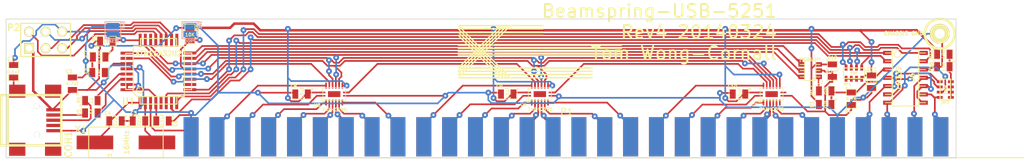
<source format=kicad_pcb>
(kicad_pcb (version 20171130) (host pcbnew "(5.1.12)-1")

  (general
    (thickness 1.6)
    (drawings 27)
    (tracks 1065)
    (zones 0)
    (modules 36)
    (nets 60)
  )

  (page A3)
  (layers
    (0 F.Cu signal)
    (31 B.Cu signal)
    (32 B.Adhes user)
    (33 F.Adhes user)
    (34 B.Paste user)
    (35 F.Paste user)
    (36 B.SilkS user)
    (37 F.SilkS user)
    (38 B.Mask user)
    (39 F.Mask user)
    (40 Dwgs.User user)
    (41 Cmts.User user)
    (42 Eco1.User user)
    (43 Eco2.User user)
    (44 Edge.Cuts user)
  )

  (setup
    (last_trace_width 0.254)
    (user_trace_width 0.1524)
    (user_trace_width 0.1778)
    (trace_clearance 0.2032)
    (zone_clearance 0.381)
    (zone_45_only no)
    (trace_min 0.1524)
    (via_size 0.889)
    (via_drill 0.3302)
    (via_min_size 0.508)
    (via_min_drill 0.3302)
    (user_via 0.508 0.3302)
    (uvia_size 0.508)
    (uvia_drill 0.127)
    (uvias_allowed no)
    (uvia_min_size 0.508)
    (uvia_min_drill 0.127)
    (edge_width 0.1)
    (segment_width 0.2)
    (pcb_text_width 0.3)
    (pcb_text_size 1.5 1.5)
    (mod_edge_width 0.15)
    (mod_text_size 1 1)
    (mod_text_width 0.15)
    (pad_size 0.89916 0.89916)
    (pad_drill 0.89916)
    (pad_to_mask_clearance 0)
    (aux_axis_origin 0 0)
    (visible_elements 7FFFFFFF)
    (pcbplotparams
      (layerselection 0x00030_ffffffff)
      (usegerberextensions true)
      (usegerberattributes true)
      (usegerberadvancedattributes true)
      (creategerberjobfile true)
      (excludeedgelayer true)
      (linewidth 0.150000)
      (plotframeref false)
      (viasonmask false)
      (mode 1)
      (useauxorigin false)
      (hpglpennumber 1)
      (hpglpenspeed 20)
      (hpglpendiameter 15.000000)
      (psnegative false)
      (psa4output false)
      (plotreference true)
      (plotvalue true)
      (plotinvisibletext false)
      (padsonsilk false)
      (subtractmaskfromsilk false)
      (outputformat 1)
      (mirror false)
      (drillshape 0)
      (scaleselection 1)
      (outputdirectory "/tmp/beamspring-usb/"))
  )

  (net 0 "")
  (net 1 /SR_DS)
  (net 2 /SR_OE)
  (net 3 /SR_SHCP)
  (net 4 /SR_STCP)
  (net 5 GND)
  (net 6 N-000001)
  (net 7 N-0000010)
  (net 8 N-0000011)
  (net 9 N-0000012)
  (net 10 N-0000013)
  (net 11 N-0000014)
  (net 12 N-0000015)
  (net 13 N-0000016)
  (net 14 N-0000017)
  (net 15 N-0000018)
  (net 16 N-000002)
  (net 17 N-0000020)
  (net 18 N-0000021)
  (net 19 N-0000022)
  (net 20 N-0000024)
  (net 21 N-0000025)
  (net 22 N-0000026)
  (net 23 N-0000027)
  (net 24 N-0000028)
  (net 25 N-0000029)
  (net 26 N-000003)
  (net 27 N-0000030)
  (net 28 N-0000031)
  (net 29 N-0000032)
  (net 30 N-0000033)
  (net 31 N-0000034)
  (net 32 N-0000035)
  (net 33 N-0000036)
  (net 34 N-0000037)
  (net 35 N-0000038)
  (net 36 N-0000039)
  (net 37 N-000004)
  (net 38 N-0000040)
  (net 39 N-0000047)
  (net 40 N-0000049)
  (net 41 N-000005)
  (net 42 N-0000050)
  (net 43 N-0000051)
  (net 44 N-0000052)
  (net 45 N-0000053)
  (net 46 N-0000054)
  (net 47 N-0000055)
  (net 48 N-0000056)
  (net 49 N-0000057)
  (net 50 N-0000058)
  (net 51 N-0000059)
  (net 52 N-000006)
  (net 53 N-0000060)
  (net 54 N-0000061)
  (net 55 N-000007)
  (net 56 N-0000071)
  (net 57 N-000008)
  (net 58 N-000009)
  (net 59 VCC)

  (net_class Default "This is the default net class."
    (clearance 0.2032)
    (trace_width 0.254)
    (via_dia 0.889)
    (via_drill 0.3302)
    (uvia_dia 0.508)
    (uvia_drill 0.127)
    (add_net /SR_DS)
    (add_net /SR_OE)
    (add_net /SR_SHCP)
    (add_net /SR_STCP)
    (add_net GND)
    (add_net N-000001)
    (add_net N-0000010)
    (add_net N-0000011)
    (add_net N-0000012)
    (add_net N-0000013)
    (add_net N-0000014)
    (add_net N-0000015)
    (add_net N-0000016)
    (add_net N-0000017)
    (add_net N-0000018)
    (add_net N-000002)
    (add_net N-0000020)
    (add_net N-0000021)
    (add_net N-0000022)
    (add_net N-0000024)
    (add_net N-0000025)
    (add_net N-0000026)
    (add_net N-0000027)
    (add_net N-0000028)
    (add_net N-0000029)
    (add_net N-000003)
    (add_net N-0000030)
    (add_net N-0000031)
    (add_net N-0000032)
    (add_net N-0000033)
    (add_net N-0000034)
    (add_net N-0000035)
    (add_net N-0000036)
    (add_net N-0000037)
    (add_net N-0000038)
    (add_net N-0000039)
    (add_net N-000004)
    (add_net N-0000040)
    (add_net N-0000047)
    (add_net N-0000049)
    (add_net N-000005)
    (add_net N-0000050)
    (add_net N-0000051)
    (add_net N-0000052)
    (add_net N-0000053)
    (add_net N-0000054)
    (add_net N-0000055)
    (add_net N-0000056)
    (add_net N-0000057)
    (add_net N-0000058)
    (add_net N-0000059)
    (add_net N-000006)
    (add_net N-0000060)
    (add_net N-0000061)
    (add_net N-000007)
    (add_net N-0000071)
    (add_net N-000008)
    (add_net N-000009)
    (add_net VCC)
  )

  (net_class 1 ""
    (clearance 0.254)
    (trace_width 0.384)
    (via_dia 0.889)
    (via_drill 0.3302)
    (uvia_dia 0.508)
    (uvia_drill 0.127)
  )

  (module USB_MINI_B (layer F.Cu) (tedit 532F5D2C) (tstamp 52F306E1)
    (at 149.6 153.5)
    (descr "USB Mini-B 5-pin SMD connector")
    (tags "USB, Mini-B, connector")
    (path /51A70CCA)
    (fp_text reference CON1 (at 5.7 3.7 90) (layer F.SilkS)
      (effects (font (size 1.016 1.016) (thickness 0.2032)))
    )
    (fp_text value USB-MINI-B (at 0.5 -0.3) (layer F.SilkS) hide
      (effects (font (size 1.016 1.016) (thickness 0.2032)))
    )
    (fp_line (start 4.59994 -3.85064) (end -4.59994 -3.85064) (layer F.SilkS) (width 0.381))
    (fp_line (start 4.59994 3.85064) (end 4.59994 -3.85064) (layer F.SilkS) (width 0.381))
    (fp_line (start -4.59994 3.85064) (end 4.59994 3.85064) (layer F.SilkS) (width 0.381))
    (fp_line (start -4.59994 -3.85064) (end -4.59994 3.85064) (layer F.SilkS) (width 0.381))
    (fp_line (start -3.59918 -3.85064) (end -3.59918 3.85064) (layer F.SilkS) (width 0.381))
    (pad 1 smd rect (at 3.44932 -1.6002) (size 2.30124 0.50038) (layers F.Cu F.Paste F.Mask)
      (net 59 VCC))
    (pad 2 smd rect (at 3.44932 -0.8001) (size 2.30124 0.50038) (layers F.Cu F.Paste F.Mask)
      (net 57 N-000008))
    (pad 3 smd rect (at 3.44932 0) (size 2.30124 0.50038) (layers F.Cu F.Paste F.Mask)
      (net 9 N-0000012))
    (pad 4 smd rect (at 3.44932 0.8001) (size 2.30124 0.50038) (layers F.Cu F.Paste F.Mask))
    (pad 5 smd rect (at 3.44932 1.6002) (size 2.30124 0.50038) (layers F.Cu F.Paste F.Mask)
      (net 5 GND))
    (pad 6 smd rect (at 3.35026 -4.45008) (size 2.49936 1.99898) (layers F.Cu F.Paste F.Mask))
    (pad 7 smd rect (at -2.14884 -4.45008) (size 2.49936 1.99898) (layers F.Cu F.Paste F.Mask)
      (net 58 N-000009))
    (pad 8 smd rect (at 3.35026 4.45008) (size 2.49936 1.99898) (layers F.Cu F.Paste F.Mask))
    (pad 9 smd rect (at -2.14884 4.45008) (size 2.49936 1.99898) (layers F.Cu F.Paste F.Mask))
    (pad "" thru_hole circle (at 0.8509 -2.19964) (size 0.89916 0.89916) (drill 0.89916) (layers *.Cu *.Mask F.SilkS))
    (pad 2 thru_hole circle (at 0.8509 2.19964) (size 0.89916 0.89916) (drill 0.89916) (layers *.Cu *.Mask F.SilkS))
  )

  (module tsot-6 (layer F.Cu) (tedit 532F5C62) (tstamp 52F306F7)
    (at 268.9 145.9 90)
    (descr TSOT-6)
    (path /51F63860)
    (attr smd)
    (fp_text reference U2 (at -1.8 1.5 180) (layer F.SilkS)
      (effects (font (size 0.50038 0.50038) (thickness 0.09906)))
    )
    (fp_text value DAC101S101 (at 1.8 0 180) (layer F.SilkS)
      (effects (font (size 0.35 0.35) (thickness 0.0875)))
    )
    (fp_line (start -0.9525 0.85852) (end -0.9525 1.51892) (layer F.SilkS) (width 0.127))
    (fp_line (start 0.9525 0.85852) (end 0.9525 1.51892) (layer F.SilkS) (width 0.127))
    (fp_line (start 0 0.85852) (end 0 1.51892) (layer F.SilkS) (width 0.127))
    (fp_line (start -0.9525 -0.85852) (end -0.9525 -1.51892) (layer F.SilkS) (width 0.127))
    (fp_line (start 0.9525 -0.85852) (end 0.9525 -1.51892) (layer F.SilkS) (width 0.127))
    (fp_line (start 0 -0.85852) (end 0 -1.51892) (layer F.SilkS) (width 0.127))
    (fp_line (start -1.0033 0.84836) (end -1.4986 0.35306) (layer F.SilkS) (width 0.127))
    (fp_line (start -0.8509 0.84836) (end -1.4986 0.20066) (layer F.SilkS) (width 0.127))
    (fp_line (start 1.50114 -0.8509) (end 1.50114 0.8509) (layer F.SilkS) (width 0.127))
    (fp_line (start -1.50114 -0.8509) (end 1.50114 -0.8509) (layer F.SilkS) (width 0.127))
    (fp_line (start -1.50114 0.8509) (end -1.50114 -0.8509) (layer F.SilkS) (width 0.127))
    (fp_line (start 1.50114 0.8509) (end -1.50114 0.8509) (layer F.SilkS) (width 0.127))
    (pad 1 smd rect (at -0.94996 1.30048 90) (size 0.69088 1.00076) (layers F.Cu F.Paste F.Mask)
      (net 41 N-000005))
    (pad 3 smd rect (at 0.94996 1.30048 90) (size 0.69088 1.00076) (layers F.Cu F.Paste F.Mask)
      (net 59 VCC))
    (pad 2 smd rect (at 0 1.30048 90) (size 0.69088 1.00076) (layers F.Cu F.Paste F.Mask)
      (net 5 GND))
    (pad 4 smd rect (at 0.94996 -1.30048 90) (size 0.69088 1.00076) (layers F.Cu F.Paste F.Mask)
      (net 16 N-000002))
    (pad 6 smd rect (at -0.94996 -1.30048 90) (size 0.69088 1.00076) (layers F.Cu F.Paste F.Mask)
      (net 26 N-000003))
    (pad 5 smd rect (at 0 -1.30048 90) (size 0.69088 1.00076) (layers F.Cu F.Paste F.Mask)
      (net 37 N-000004))
    (model smd/smd_transistors/tsot-6.wrl
      (at (xyz 0 0 0))
      (scale (xyz 1 1 1))
      (rotate (xyz 0 0 0))
    )
  )

  (module TQFP32 (layer F.Cu) (tedit 532F5B8C) (tstamp 532E6AC9)
    (at 169.1 146 90)
    (path /51A6FA67)
    (fp_text reference U1 (at -4.6 -4.6 180) (layer F.SilkS)
      (effects (font (size 1 1) (thickness 0.2032)))
    )
    (fp_text value ATMEGA32U2 (at 2.7 0 180) (layer F.SilkS)
      (effects (font (size 0.75 0.75) (thickness 0.1875)))
    )
    (fp_circle (center -2.83972 -2.86004) (end -2.43332 -2.60604) (layer F.SilkS) (width 0.1524))
    (fp_line (start -2.794 -3.8862) (end -2.794 -5.03428) (layer F.SilkS) (width 0.1524))
    (fp_line (start -5.02412 -2.8448) (end -3.87604 -2.8448) (layer F.SilkS) (width 0.1524))
    (fp_line (start -3.87604 -3.302) (end -3.29184 -3.8862) (layer F.SilkS) (width 0.1524))
    (fp_line (start -5.0292 2.794) (end -3.8862 2.794) (layer F.SilkS) (width 0.1524))
    (fp_line (start -5.0292 -2.8448) (end -5.0292 2.794) (layer F.SilkS) (width 0.1524))
    (fp_line (start -3.8862 3.937) (end 3.7338 3.937) (layer F.SilkS) (width 0.1524))
    (fp_line (start 3.8608 3.937) (end 3.8608 -3.7846) (layer F.SilkS) (width 0.1524))
    (fp_line (start -3.2512 -3.8862) (end 3.81 -3.8862) (layer F.SilkS) (width 0.1524))
    (fp_line (start 2.7432 -5.0292) (end 2.7432 -3.9878) (layer F.SilkS) (width 0.1524))
    (fp_line (start -3.8862 -3.2766) (end -3.8862 3.9116) (layer F.SilkS) (width 0.1524))
    (fp_line (start -2.794 -5.0292) (end 2.7178 -5.0546) (layer F.SilkS) (width 0.1524))
    (fp_line (start -2.8448 5.0546) (end 2.794 5.08) (layer F.SilkS) (width 0.1524))
    (fp_line (start -2.8194 3.9878) (end -2.8194 5.0546) (layer F.SilkS) (width 0.1524))
    (fp_line (start 2.794 3.9624) (end 2.794 5.0546) (layer F.SilkS) (width 0.1524))
    (fp_line (start 5.0292 2.7686) (end 5.0292 -2.7686) (layer F.SilkS) (width 0.1524))
    (fp_line (start 5.0292 -2.7686) (end 3.9116 -2.7686) (layer F.SilkS) (width 0.1524))
    (fp_line (start 5.0292 2.7686) (end 3.8862 2.7686) (layer F.SilkS) (width 0.1524))
    (pad 8 smd rect (at -4.81584 2.77622 90) (size 1.99898 0.44958) (layers F.Cu F.Paste F.Mask)
      (net 19 N-0000022))
    (pad 7 smd rect (at -4.81584 1.97612 90) (size 1.99898 0.44958) (layers F.Cu F.Paste F.Mask)
      (net 15 N-0000018))
    (pad 6 smd rect (at -4.81584 1.17602 90) (size 1.99898 0.44958) (layers F.Cu F.Paste F.Mask)
      (net 14 N-0000017))
    (pad 5 smd rect (at -4.81584 0.37592 90) (size 1.99898 0.44958) (layers F.Cu F.Paste F.Mask))
    (pad 4 smd rect (at -4.81584 -0.42418 90) (size 1.99898 0.44958) (layers F.Cu F.Paste F.Mask)
      (net 59 VCC))
    (pad 3 smd rect (at -4.81584 -1.22428 90) (size 1.99898 0.44958) (layers F.Cu F.Paste F.Mask)
      (net 5 GND))
    (pad 2 smd rect (at -4.81584 -2.02438 90) (size 1.99898 0.44958) (layers F.Cu F.Paste F.Mask)
      (net 56 N-0000071))
    (pad 1 smd rect (at -4.81584 -2.82448 90) (size 1.99898 0.44958) (layers F.Cu F.Paste F.Mask)
      (net 55 N-000007))
    (pad 24 smd rect (at 4.7498 -2.8194 90) (size 1.99898 0.44958) (layers F.Cu F.Paste F.Mask)
      (net 10 N-0000013))
    (pad 17 smd rect (at 4.7498 2.794 90) (size 1.99898 0.44958) (layers F.Cu F.Paste F.Mask))
    (pad 18 smd rect (at 4.7498 1.9812 90) (size 1.99898 0.44958) (layers F.Cu F.Paste F.Mask)
      (net 20 N-0000024))
    (pad 19 smd rect (at 4.7498 1.1684 90) (size 1.99898 0.44958) (layers F.Cu F.Paste F.Mask)
      (net 21 N-0000025))
    (pad 20 smd rect (at 4.7498 0.381 90) (size 1.99898 0.44958) (layers F.Cu F.Paste F.Mask)
      (net 22 N-0000026))
    (pad 21 smd rect (at 4.7498 -0.4318 90) (size 1.99898 0.44958) (layers F.Cu F.Paste F.Mask)
      (net 17 N-0000020))
    (pad 22 smd rect (at 4.7498 -1.2192 90) (size 1.99898 0.44958) (layers F.Cu F.Paste F.Mask)
      (net 4 /SR_STCP))
    (pad 23 smd rect (at 4.7498 -2.032 90) (size 1.99898 0.44958) (layers F.Cu F.Paste F.Mask)
      (net 2 /SR_OE))
    (pad 32 smd rect (at -2.82448 -4.826 90) (size 0.44958 1.99898) (layers F.Cu F.Paste F.Mask)
      (net 59 VCC))
    (pad 31 smd rect (at -2.02692 -4.826 90) (size 0.44958 1.99898) (layers F.Cu F.Paste F.Mask)
      (net 59 VCC))
    (pad 30 smd rect (at -1.22428 -4.826 90) (size 0.44958 1.99898) (layers F.Cu F.Paste F.Mask)
      (net 7 N-0000010))
    (pad 29 smd rect (at -0.42672 -4.826 90) (size 0.44958 1.99898) (layers F.Cu F.Paste F.Mask)
      (net 8 N-0000011))
    (pad 28 smd rect (at 0.37592 -4.826 90) (size 0.44958 1.99898) (layers F.Cu F.Paste F.Mask)
      (net 5 GND))
    (pad 27 smd rect (at 1.17348 -4.826 90) (size 0.44958 1.99898) (layers F.Cu F.Paste F.Mask)
      (net 11 N-0000014))
    (pad 26 smd rect (at 1.97612 -4.826 90) (size 0.44958 1.99898) (layers F.Cu F.Paste F.Mask)
      (net 1 /SR_DS))
    (pad 25 smd rect (at 2.77368 -4.826 90) (size 0.44958 1.99898) (layers F.Cu F.Paste F.Mask)
      (net 3 /SR_SHCP))
    (pad 9 smd rect (at -2.8194 4.7752 90) (size 0.44958 1.99898) (layers F.Cu F.Paste F.Mask)
      (net 18 N-0000021))
    (pad 10 smd rect (at -2.032 4.7752 90) (size 0.44958 1.99898) (layers F.Cu F.Paste F.Mask))
    (pad 11 smd rect (at -1.2192 4.7752 90) (size 0.44958 1.99898) (layers F.Cu F.Paste F.Mask))
    (pad 12 smd rect (at -0.4318 4.7752 90) (size 0.44958 1.99898) (layers F.Cu F.Paste F.Mask))
    (pad 13 smd rect (at 0.3556 4.7752 90) (size 0.44958 1.99898) (layers F.Cu F.Paste F.Mask)
      (net 12 N-0000015))
    (pad 14 smd rect (at 1.1684 4.7752 90) (size 0.44958 1.99898) (layers F.Cu F.Paste F.Mask)
      (net 26 N-000003))
    (pad 15 smd rect (at 1.9812 4.7752 90) (size 0.44958 1.99898) (layers F.Cu F.Paste F.Mask)
      (net 37 N-000004))
    (pad 16 smd rect (at 2.794 4.7752 90) (size 0.44958 1.99898) (layers F.Cu F.Paste F.Mask)
      (net 16 N-000002))
    (model smd/tqfp32.wrl
      (at (xyz 0 0 0))
      (scale (xyz 1 1 1))
      (rotate (xyz 0 0 0))
    )
  )

  (module TEST_BRIDGE_SM (layer B.Cu) (tedit 532F5DE9) (tstamp 52F30738)
    (at 162.1 139.7 90)
    (path /51A700CC)
    (fp_text reference SW2 (at 0.8 1.6 90) (layer B.SilkS)
      (effects (font (size 0.4 0.4) (thickness 0.1)) (justify mirror))
    )
    (fp_text value RESET (at -1.7 0 180) (layer B.SilkS)
      (effects (font (size 0.4 0.4) (thickness 0.1)) (justify mirror))
    )
    (fp_line (start 1.3 1.2) (end -1.3 1.2) (layer B.SilkS) (width 0.15))
    (fp_line (start 1.3 -1.2) (end 1.3 1.2) (layer B.SilkS) (width 0.15))
    (fp_line (start -1.3 -1.2) (end 1.3 -1.2) (layer B.SilkS) (width 0.15))
    (fp_line (start -1.3 -1.1) (end -1.3 -1.2) (layer B.SilkS) (width 0.15))
    (fp_line (start -1.3 1.2) (end -1.3 -1.1) (layer B.SilkS) (width 0.15))
    (pad 1 smd rect (at -0.6 0 90) (size 1 2) (layers B.Cu B.Paste B.Mask)
      (net 10 N-0000013))
    (pad 2 smd rect (at 0.6 0 90) (size 1 2) (layers B.Cu B.Paste B.Mask)
      (net 5 GND))
  )

  (module TEST_BRIDGE_SM (layer B.Cu) (tedit 532F5DE4) (tstamp 52F30743)
    (at 173.9 139.7 270)
    (path /51A703F9)
    (fp_text reference SW1 (at -0.8 -1.6 270) (layer B.SilkS)
      (effects (font (size 0.4 0.4) (thickness 0.1)) (justify mirror))
    )
    (fp_text value PROG (at 1.7 0) (layer B.SilkS)
      (effects (font (size 0.4 0.4) (thickness 0.1)) (justify mirror))
    )
    (fp_line (start 1.3 1.2) (end -1.3 1.2) (layer B.SilkS) (width 0.15))
    (fp_line (start 1.3 -1.2) (end 1.3 1.2) (layer B.SilkS) (width 0.15))
    (fp_line (start -1.3 -1.2) (end 1.3 -1.2) (layer B.SilkS) (width 0.15))
    (fp_line (start -1.3 -1.1) (end -1.3 -1.2) (layer B.SilkS) (width 0.15))
    (fp_line (start -1.3 1.2) (end -1.3 -1.1) (layer B.SilkS) (width 0.15))
    (pad 1 smd rect (at -0.6 0 270) (size 1 2) (layers B.Cu B.Paste B.Mask)
      (net 5 GND))
    (pad 2 smd rect (at 0.6 0 270) (size 1 2) (layers B.Cu B.Paste B.Mask)
      (net 12 N-0000015))
  )

  (module so-14 (layer F.Cu) (tedit 48A6BF8F) (tstamp 52F30768)
    (at 283.5 147 270)
    (descr SO-14)
    (path /51A7310A)
    (attr smd)
    (fp_text reference U6 (at 0 -1.016 270) (layer F.SilkS)
      (effects (font (size 0.7493 0.7493) (thickness 0.14986)))
    )
    (fp_text value LM339 (at 0 1.016 270) (layer F.SilkS)
      (effects (font (size 0.7493 0.7493) (thickness 0.14986)))
    )
    (fp_circle (center -3.5814 1.2446) (end -3.8608 1.6256) (layer F.SilkS) (width 0.127))
    (fp_line (start -1.27 3.0734) (end -1.27 1.9812) (layer F.SilkS) (width 0.127))
    (fp_line (start 0 3.0734) (end 0 1.9812) (layer F.SilkS) (width 0.127))
    (fp_line (start 1.27 3.0734) (end 1.27 1.9812) (layer F.SilkS) (width 0.127))
    (fp_line (start -2.54 3.0734) (end -2.54 1.9812) (layer F.SilkS) (width 0.127))
    (fp_line (start -3.81 1.9812) (end -3.81 3.0734) (layer F.SilkS) (width 0.127))
    (fp_line (start 2.54 1.9812) (end 2.54 3.0734) (layer F.SilkS) (width 0.127))
    (fp_line (start 3.81 1.9812) (end 3.81 3.0734) (layer F.SilkS) (width 0.127))
    (fp_line (start 3.81 -3.0734) (end 3.81 -1.9812) (layer F.SilkS) (width 0.127))
    (fp_line (start 2.54 -3.0734) (end 2.54 -1.9812) (layer F.SilkS) (width 0.127))
    (fp_line (start 1.27 -3.0734) (end 1.27 -1.9812) (layer F.SilkS) (width 0.127))
    (fp_line (start -3.81 -1.9812) (end -3.81 -3.0734) (layer F.SilkS) (width 0.127))
    (fp_line (start 0 -1.9812) (end 0 -3.0734) (layer F.SilkS) (width 0.127))
    (fp_line (start -1.27 -1.9812) (end -1.27 -3.0734) (layer F.SilkS) (width 0.127))
    (fp_line (start -2.54 -1.9812) (end -2.54 -3.0734) (layer F.SilkS) (width 0.127))
    (fp_line (start 4.318 -1.9812) (end -4.318 -1.9812) (layer F.SilkS) (width 0.127))
    (fp_line (start 4.318 1.9812) (end 4.318 -1.9812) (layer F.SilkS) (width 0.127))
    (fp_line (start -4.318 1.9812) (end 4.318 1.9812) (layer F.SilkS) (width 0.127))
    (fp_line (start -4.318 -1.9812) (end -4.318 1.9812) (layer F.SilkS) (width 0.127))
    (pad 1 smd rect (at -3.81 2.794 270) (size 0.635 1.27) (layers F.Cu F.Paste F.Mask)
      (net 15 N-0000018))
    (pad 2 smd rect (at -2.54 2.794 270) (size 0.635 1.27) (layers F.Cu F.Paste F.Mask)
      (net 14 N-0000017))
    (pad 3 smd rect (at -1.27 2.794 270) (size 0.635 1.27) (layers F.Cu F.Paste F.Mask)
      (net 59 VCC))
    (pad 4 smd rect (at 0 2.794 270) (size 0.635 1.27) (layers F.Cu F.Paste F.Mask)
      (net 13 N-0000016))
    (pad 5 smd rect (at 1.27 2.794 270) (size 0.635 1.27) (layers F.Cu F.Paste F.Mask)
      (net 42 N-0000050))
    (pad 6 smd rect (at 2.54 2.794 270) (size 0.635 1.27) (layers F.Cu F.Paste F.Mask)
      (net 13 N-0000016))
    (pad 7 smd rect (at 3.81 2.794 270) (size 0.635 1.27) (layers F.Cu F.Paste F.Mask)
      (net 43 N-0000051))
    (pad 8 smd rect (at 3.81 -2.794 270) (size 0.635 1.27) (layers F.Cu F.Paste F.Mask)
      (net 13 N-0000016))
    (pad 9 smd rect (at 2.54 -2.794 270) (size 0.635 1.27) (layers F.Cu F.Paste F.Mask)
      (net 35 N-0000038))
    (pad 10 smd rect (at 1.27 -2.794 270) (size 0.635 1.27) (layers F.Cu F.Paste F.Mask)
      (net 13 N-0000016))
    (pad 11 smd rect (at 0 -2.794 270) (size 0.635 1.27) (layers F.Cu F.Paste F.Mask)
      (net 45 N-0000053))
    (pad 12 smd rect (at -1.27 -2.794 270) (size 0.635 1.27) (layers F.Cu F.Paste F.Mask)
      (net 5 GND))
    (pad 13 smd rect (at -2.54 -2.794 270) (size 0.635 1.27) (layers F.Cu F.Paste F.Mask)
      (net 19 N-0000022))
    (pad 14 smd rect (at -3.81 -2.794 270) (size 0.635 1.27) (layers F.Cu F.Paste F.Mask)
      (net 18 N-0000021))
    (model smd/smd_dil/so-14.wrl
      (at (xyz 0 0 0))
      (scale (xyz 1 1 1))
      (rotate (xyz 0 0 0))
    )
  )

  (module SM0805 (layer F.Cu) (tedit 532F5BA2) (tstamp 52F30775)
    (at 166.1 153.6)
    (path /51F62A67)
    (attr smd)
    (fp_text reference C3 (at -0.8 -1.2) (layer F.SilkS)
      (effects (font (size 0.50038 0.50038) (thickness 0.10922)))
    )
    (fp_text value 22pF (at 0 -0.1 90) (layer F.SilkS)
      (effects (font (size 0.50038 0.50038) (thickness 0.10922)))
    )
    (fp_line (start 1.524 0.762) (end 0.508 0.762) (layer F.SilkS) (width 0.09906))
    (fp_line (start 1.524 -0.762) (end 1.524 0.762) (layer F.SilkS) (width 0.09906))
    (fp_line (start 0.508 -0.762) (end 1.524 -0.762) (layer F.SilkS) (width 0.09906))
    (fp_line (start -1.524 -0.762) (end -0.508 -0.762) (layer F.SilkS) (width 0.09906))
    (fp_line (start -1.524 0.762) (end -1.524 -0.762) (layer F.SilkS) (width 0.09906))
    (fp_line (start -0.508 0.762) (end -1.524 0.762) (layer F.SilkS) (width 0.09906))
    (fp_circle (center -1.651 0.762) (end -1.651 0.635) (layer F.SilkS) (width 0.09906))
    (pad 1 smd rect (at -0.9525 0) (size 0.889 1.397) (layers F.Cu F.Paste F.Mask)
      (net 5 GND))
    (pad 2 smd rect (at 0.9525 0) (size 0.889 1.397) (layers F.Cu F.Paste F.Mask)
      (net 56 N-0000071))
    (model smd/chip_cms.wrl
      (at (xyz 0 0 0))
      (scale (xyz 0.1 0.1 0.1))
      (rotate (xyz 0 0 0))
    )
  )

  (module SM0805 (layer F.Cu) (tedit 532F5C30) (tstamp 52F30782)
    (at 258 149.5 180)
    (path /52EA47AC)
    (attr smd)
    (fp_text reference C10 (at 1 1.2 180) (layer F.SilkS)
      (effects (font (size 0.50038 0.50038) (thickness 0.10922)))
    )
    (fp_text value 0.1uF (at -0.1 0 270) (layer F.SilkS)
      (effects (font (size 0.50038 0.50038) (thickness 0.10922)))
    )
    (fp_line (start 1.524 0.762) (end 0.508 0.762) (layer F.SilkS) (width 0.09906))
    (fp_line (start 1.524 -0.762) (end 1.524 0.762) (layer F.SilkS) (width 0.09906))
    (fp_line (start 0.508 -0.762) (end 1.524 -0.762) (layer F.SilkS) (width 0.09906))
    (fp_line (start -1.524 -0.762) (end -0.508 -0.762) (layer F.SilkS) (width 0.09906))
    (fp_line (start -1.524 0.762) (end -1.524 -0.762) (layer F.SilkS) (width 0.09906))
    (fp_line (start -0.508 0.762) (end -1.524 0.762) (layer F.SilkS) (width 0.09906))
    (fp_circle (center -1.651 0.762) (end -1.651 0.635) (layer F.SilkS) (width 0.09906))
    (pad 1 smd rect (at -0.9525 0 180) (size 0.889 1.397) (layers F.Cu F.Paste F.Mask)
      (net 59 VCC))
    (pad 2 smd rect (at 0.9525 0 180) (size 0.889 1.397) (layers F.Cu F.Paste F.Mask)
      (net 5 GND))
    (model smd/chip_cms.wrl
      (at (xyz 0 0 0))
      (scale (xyz 0.1 0.1 0.1))
      (rotate (xyz 0 0 0))
    )
  )

  (module SM0805 (layer F.Cu) (tedit 532F5C10) (tstamp 52F3078F)
    (at 222.5 149.5 180)
    (path /52EA47A6)
    (attr smd)
    (fp_text reference C9 (at 1.2 1.2 180) (layer F.SilkS)
      (effects (font (size 0.50038 0.50038) (thickness 0.10922)))
    )
    (fp_text value 0.1uF (at 0 0.1 270) (layer F.SilkS)
      (effects (font (size 0.50038 0.50038) (thickness 0.10922)))
    )
    (fp_line (start 1.524 0.762) (end 0.508 0.762) (layer F.SilkS) (width 0.09906))
    (fp_line (start 1.524 -0.762) (end 1.524 0.762) (layer F.SilkS) (width 0.09906))
    (fp_line (start 0.508 -0.762) (end 1.524 -0.762) (layer F.SilkS) (width 0.09906))
    (fp_line (start -1.524 -0.762) (end -0.508 -0.762) (layer F.SilkS) (width 0.09906))
    (fp_line (start -1.524 0.762) (end -1.524 -0.762) (layer F.SilkS) (width 0.09906))
    (fp_line (start -0.508 0.762) (end -1.524 0.762) (layer F.SilkS) (width 0.09906))
    (fp_circle (center -1.651 0.762) (end -1.651 0.635) (layer F.SilkS) (width 0.09906))
    (pad 1 smd rect (at -0.9525 0 180) (size 0.889 1.397) (layers F.Cu F.Paste F.Mask)
      (net 59 VCC))
    (pad 2 smd rect (at 0.9525 0 180) (size 0.889 1.397) (layers F.Cu F.Paste F.Mask)
      (net 5 GND))
    (model smd/chip_cms.wrl
      (at (xyz 0 0 0))
      (scale (xyz 0.1 0.1 0.1))
      (rotate (xyz 0 0 0))
    )
  )

  (module SM0805 (layer F.Cu) (tedit 532F5BD3) (tstamp 52F328A8)
    (at 191 149.5 180)
    (path /52EA4794)
    (attr smd)
    (fp_text reference C8 (at 1.2 1.2 180) (layer F.SilkS)
      (effects (font (size 0.50038 0.50038) (thickness 0.10922)))
    )
    (fp_text value 0.1uF (at -0.1 0.1 270) (layer F.SilkS)
      (effects (font (size 0.50038 0.50038) (thickness 0.10922)))
    )
    (fp_line (start 1.524 0.762) (end 0.508 0.762) (layer F.SilkS) (width 0.09906))
    (fp_line (start 1.524 -0.762) (end 1.524 0.762) (layer F.SilkS) (width 0.09906))
    (fp_line (start 0.508 -0.762) (end 1.524 -0.762) (layer F.SilkS) (width 0.09906))
    (fp_line (start -1.524 -0.762) (end -0.508 -0.762) (layer F.SilkS) (width 0.09906))
    (fp_line (start -1.524 0.762) (end -1.524 -0.762) (layer F.SilkS) (width 0.09906))
    (fp_line (start -0.508 0.762) (end -1.524 0.762) (layer F.SilkS) (width 0.09906))
    (fp_circle (center -1.651 0.762) (end -1.651 0.635) (layer F.SilkS) (width 0.09906))
    (pad 1 smd rect (at -0.9525 0 180) (size 0.889 1.397) (layers F.Cu F.Paste F.Mask)
      (net 59 VCC))
    (pad 2 smd rect (at 0.9525 0 180) (size 0.889 1.397) (layers F.Cu F.Paste F.Mask)
      (net 5 GND))
    (model smd/chip_cms.wrl
      (at (xyz 0 0 0))
      (scale (xyz 0.1 0.1 0.1))
      (rotate (xyz 0 0 0))
    )
  )

  (module SM0805 (layer F.Cu) (tedit 532F5C8F) (tstamp 52F307A9)
    (at 275.2 150.2 270)
    (path /51F64AF9)
    (attr smd)
    (fp_text reference R4 (at 2 0.5) (layer F.SilkS)
      (effects (font (size 0.50038 0.50038) (thickness 0.10922)))
    )
    (fp_text value 4.7K (at 0 0) (layer F.SilkS)
      (effects (font (size 0.50038 0.50038) (thickness 0.10922)))
    )
    (fp_line (start 1.524 0.762) (end 0.508 0.762) (layer F.SilkS) (width 0.09906))
    (fp_line (start 1.524 -0.762) (end 1.524 0.762) (layer F.SilkS) (width 0.09906))
    (fp_line (start 0.508 -0.762) (end 1.524 -0.762) (layer F.SilkS) (width 0.09906))
    (fp_line (start -1.524 -0.762) (end -0.508 -0.762) (layer F.SilkS) (width 0.09906))
    (fp_line (start -1.524 0.762) (end -1.524 -0.762) (layer F.SilkS) (width 0.09906))
    (fp_line (start -0.508 0.762) (end -1.524 0.762) (layer F.SilkS) (width 0.09906))
    (fp_circle (center -1.651 0.762) (end -1.651 0.635) (layer F.SilkS) (width 0.09906))
    (pad 1 smd rect (at -0.9525 0 270) (size 0.889 1.397) (layers F.Cu F.Paste F.Mask)
      (net 13 N-0000016))
    (pad 2 smd rect (at 0.9525 0 270) (size 0.889 1.397) (layers F.Cu F.Paste F.Mask)
      (net 5 GND))
    (model smd/chip_cms.wrl
      (at (xyz 0 0 0))
      (scale (xyz 0.1 0.1 0.1))
      (rotate (xyz 0 0 0))
    )
  )

  (module SM0805 (layer F.Cu) (tedit 532F5C84) (tstamp 52F307B6)
    (at 271.2 151.1 180)
    (path /51F64AEA)
    (attr smd)
    (fp_text reference R3 (at 2 0 270) (layer F.SilkS)
      (effects (font (size 0.50038 0.50038) (thickness 0.10922)))
    )
    (fp_text value 20K (at 0 0 270) (layer F.SilkS)
      (effects (font (size 0.50038 0.50038) (thickness 0.10922)))
    )
    (fp_line (start 1.524 0.762) (end 0.508 0.762) (layer F.SilkS) (width 0.09906))
    (fp_line (start 1.524 -0.762) (end 1.524 0.762) (layer F.SilkS) (width 0.09906))
    (fp_line (start 0.508 -0.762) (end 1.524 -0.762) (layer F.SilkS) (width 0.09906))
    (fp_line (start -1.524 -0.762) (end -0.508 -0.762) (layer F.SilkS) (width 0.09906))
    (fp_line (start -1.524 0.762) (end -1.524 -0.762) (layer F.SilkS) (width 0.09906))
    (fp_line (start -0.508 0.762) (end -1.524 0.762) (layer F.SilkS) (width 0.09906))
    (fp_circle (center -1.651 0.762) (end -1.651 0.635) (layer F.SilkS) (width 0.09906))
    (pad 1 smd rect (at -0.9525 0 180) (size 0.889 1.397) (layers F.Cu F.Paste F.Mask)
      (net 13 N-0000016))
    (pad 2 smd rect (at 0.9525 0 180) (size 0.889 1.397) (layers F.Cu F.Paste F.Mask)
      (net 59 VCC))
    (model smd/chip_cms.wrl
      (at (xyz 0 0 0))
      (scale (xyz 0.1 0.1 0.1))
      (rotate (xyz 0 0 0))
    )
  )

  (module SM0805 (layer F.Cu) (tedit 532F5C7F) (tstamp 52F307C3)
    (at 271.2 149)
    (path /51F64ADB)
    (attr smd)
    (fp_text reference R17 (at -2 -0.1 90) (layer F.SilkS)
      (effects (font (size 0.50038 0.50038) (thickness 0.10922)))
    )
    (fp_text value 20K (at 0 0 90) (layer F.SilkS)
      (effects (font (size 0.50038 0.50038) (thickness 0.10922)))
    )
    (fp_line (start 1.524 0.762) (end 0.508 0.762) (layer F.SilkS) (width 0.09906))
    (fp_line (start 1.524 -0.762) (end 1.524 0.762) (layer F.SilkS) (width 0.09906))
    (fp_line (start 0.508 -0.762) (end 1.524 -0.762) (layer F.SilkS) (width 0.09906))
    (fp_line (start -1.524 -0.762) (end -0.508 -0.762) (layer F.SilkS) (width 0.09906))
    (fp_line (start -1.524 0.762) (end -1.524 -0.762) (layer F.SilkS) (width 0.09906))
    (fp_line (start -0.508 0.762) (end -1.524 0.762) (layer F.SilkS) (width 0.09906))
    (fp_circle (center -1.651 0.762) (end -1.651 0.635) (layer F.SilkS) (width 0.09906))
    (pad 1 smd rect (at -0.9525 0) (size 0.889 1.397) (layers F.Cu F.Paste F.Mask)
      (net 41 N-000005))
    (pad 2 smd rect (at 0.9525 0) (size 0.889 1.397) (layers F.Cu F.Paste F.Mask)
      (net 13 N-0000016))
    (model smd/chip_cms.wrl
      (at (xyz 0 0 0))
      (scale (xyz 0.1 0.1 0.1))
      (rotate (xyz 0 0 0))
    )
  )

  (module SM0805 (layer F.Cu) (tedit 532F5BCB) (tstamp 52F307D0)
    (at 173.9 140.3 270)
    (path /51A70408)
    (attr smd)
    (fp_text reference R1 (at -1 -1.2 270) (layer F.SilkS)
      (effects (font (size 0.50038 0.50038) (thickness 0.10922)))
    )
    (fp_text value 10K (at 0.1 0) (layer F.SilkS)
      (effects (font (size 0.50038 0.50038) (thickness 0.10922)))
    )
    (fp_line (start 1.524 0.762) (end 0.508 0.762) (layer F.SilkS) (width 0.09906))
    (fp_line (start 1.524 -0.762) (end 1.524 0.762) (layer F.SilkS) (width 0.09906))
    (fp_line (start 0.508 -0.762) (end 1.524 -0.762) (layer F.SilkS) (width 0.09906))
    (fp_line (start -1.524 -0.762) (end -0.508 -0.762) (layer F.SilkS) (width 0.09906))
    (fp_line (start -1.524 0.762) (end -1.524 -0.762) (layer F.SilkS) (width 0.09906))
    (fp_line (start -0.508 0.762) (end -1.524 0.762) (layer F.SilkS) (width 0.09906))
    (fp_circle (center -1.651 0.762) (end -1.651 0.635) (layer F.SilkS) (width 0.09906))
    (pad 1 smd rect (at -0.9525 0 270) (size 0.889 1.397) (layers F.Cu F.Paste F.Mask)
      (net 59 VCC))
    (pad 2 smd rect (at 0.9525 0 270) (size 0.889 1.397) (layers F.Cu F.Paste F.Mask)
      (net 12 N-0000015))
    (model smd/chip_cms.wrl
      (at (xyz 0 0 0))
      (scale (xyz 0.1 0.1 0.1))
      (rotate (xyz 0 0 0))
    )
  )

  (module SM0805 (layer F.Cu) (tedit 532F5B9A) (tstamp 52F307DD)
    (at 162.5 153.6 180)
    (path /51F62A76)
    (attr smd)
    (fp_text reference C4 (at 1.2 1.2 180) (layer F.SilkS)
      (effects (font (size 0.50038 0.50038) (thickness 0.10922)))
    )
    (fp_text value 22pF (at 0 0.1 270) (layer F.SilkS)
      (effects (font (size 0.50038 0.50038) (thickness 0.10922)))
    )
    (fp_line (start 1.524 0.762) (end 0.508 0.762) (layer F.SilkS) (width 0.09906))
    (fp_line (start 1.524 -0.762) (end 1.524 0.762) (layer F.SilkS) (width 0.09906))
    (fp_line (start 0.508 -0.762) (end 1.524 -0.762) (layer F.SilkS) (width 0.09906))
    (fp_line (start -1.524 -0.762) (end -0.508 -0.762) (layer F.SilkS) (width 0.09906))
    (fp_line (start -1.524 0.762) (end -1.524 -0.762) (layer F.SilkS) (width 0.09906))
    (fp_line (start -0.508 0.762) (end -1.524 0.762) (layer F.SilkS) (width 0.09906))
    (fp_circle (center -1.651 0.762) (end -1.651 0.635) (layer F.SilkS) (width 0.09906))
    (pad 1 smd rect (at -0.9525 0 180) (size 0.889 1.397) (layers F.Cu F.Paste F.Mask)
      (net 5 GND))
    (pad 2 smd rect (at 0.9525 0 180) (size 0.889 1.397) (layers F.Cu F.Paste F.Mask)
      (net 55 N-000007))
    (model smd/chip_cms.wrl
      (at (xyz 0 0 0))
      (scale (xyz 0.1 0.1 0.1))
      (rotate (xyz 0 0 0))
    )
  )

  (module SM0805 (layer F.Cu) (tedit 532F5B55) (tstamp 52F307EA)
    (at 159.9 146.2 180)
    (path /51A6FFBB)
    (attr smd)
    (fp_text reference C1 (at 1.9 0.3 270) (layer F.SilkS)
      (effects (font (size 0.50038 0.50038) (thickness 0.10922)))
    )
    (fp_text value 1uF (at 0 0 270) (layer F.SilkS)
      (effects (font (size 0.50038 0.50038) (thickness 0.10922)))
    )
    (fp_line (start 1.524 0.762) (end 0.508 0.762) (layer F.SilkS) (width 0.09906))
    (fp_line (start 1.524 -0.762) (end 1.524 0.762) (layer F.SilkS) (width 0.09906))
    (fp_line (start 0.508 -0.762) (end 1.524 -0.762) (layer F.SilkS) (width 0.09906))
    (fp_line (start -1.524 -0.762) (end -0.508 -0.762) (layer F.SilkS) (width 0.09906))
    (fp_line (start -1.524 0.762) (end -1.524 -0.762) (layer F.SilkS) (width 0.09906))
    (fp_line (start -0.508 0.762) (end -1.524 0.762) (layer F.SilkS) (width 0.09906))
    (fp_circle (center -1.651 0.762) (end -1.651 0.635) (layer F.SilkS) (width 0.09906))
    (pad 1 smd rect (at -0.9525 0 180) (size 0.889 1.397) (layers F.Cu F.Paste F.Mask)
      (net 11 N-0000014))
    (pad 2 smd rect (at 0.9525 0 180) (size 0.889 1.397) (layers F.Cu F.Paste F.Mask)
      (net 5 GND))
    (model smd/chip_cms.wrl
      (at (xyz 0 0 0))
      (scale (xyz 0.1 0.1 0.1))
      (rotate (xyz 0 0 0))
    )
  )

  (module SM0805 (layer F.Cu) (tedit 532F5CC5) (tstamp 52F307F7)
    (at 278.3 147.6 270)
    (path /51A886DA)
    (attr smd)
    (fp_text reference C11 (at -1.9 -0.1) (layer F.SilkS)
      (effects (font (size 0.50038 0.50038) (thickness 0.10922)))
    )
    (fp_text value 0.1uF (at 0 0) (layer F.SilkS)
      (effects (font (size 0.50038 0.50038) (thickness 0.10922)))
    )
    (fp_line (start 1.524 0.762) (end 0.508 0.762) (layer F.SilkS) (width 0.09906))
    (fp_line (start 1.524 -0.762) (end 1.524 0.762) (layer F.SilkS) (width 0.09906))
    (fp_line (start 0.508 -0.762) (end 1.524 -0.762) (layer F.SilkS) (width 0.09906))
    (fp_line (start -1.524 -0.762) (end -0.508 -0.762) (layer F.SilkS) (width 0.09906))
    (fp_line (start -1.524 0.762) (end -1.524 -0.762) (layer F.SilkS) (width 0.09906))
    (fp_line (start -0.508 0.762) (end -1.524 0.762) (layer F.SilkS) (width 0.09906))
    (fp_circle (center -1.651 0.762) (end -1.651 0.635) (layer F.SilkS) (width 0.09906))
    (pad 1 smd rect (at -0.9525 0 270) (size 0.889 1.397) (layers F.Cu F.Paste F.Mask)
      (net 59 VCC))
    (pad 2 smd rect (at 0.9525 0 270) (size 0.889 1.397) (layers F.Cu F.Paste F.Mask)
      (net 5 GND))
    (model smd/chip_cms.wrl
      (at (xyz 0 0 0))
      (scale (xyz 0.1 0.1 0.1))
      (rotate (xyz 0 0 0))
    )
  )

  (module SM0805 (layer F.Cu) (tedit 532F5D68) (tstamp 52F30804)
    (at 289.3 145.3 180)
    (path /51A8731A)
    (attr smd)
    (fp_text reference R16 (at 1.9 0 270) (layer F.SilkS)
      (effects (font (size 0.50038 0.50038) (thickness 0.10922)))
    )
    (fp_text value 10K (at -0.1 0 270) (layer F.SilkS)
      (effects (font (size 0.50038 0.50038) (thickness 0.10922)))
    )
    (fp_line (start 1.524 0.762) (end 0.508 0.762) (layer F.SilkS) (width 0.09906))
    (fp_line (start 1.524 -0.762) (end 1.524 0.762) (layer F.SilkS) (width 0.09906))
    (fp_line (start 0.508 -0.762) (end 1.524 -0.762) (layer F.SilkS) (width 0.09906))
    (fp_line (start -1.524 -0.762) (end -0.508 -0.762) (layer F.SilkS) (width 0.09906))
    (fp_line (start -1.524 0.762) (end -1.524 -0.762) (layer F.SilkS) (width 0.09906))
    (fp_line (start -0.508 0.762) (end -1.524 0.762) (layer F.SilkS) (width 0.09906))
    (fp_circle (center -1.651 0.762) (end -1.651 0.635) (layer F.SilkS) (width 0.09906))
    (pad 1 smd rect (at -0.9525 0 180) (size 0.889 1.397) (layers F.Cu F.Paste F.Mask)
      (net 6 N-000001))
    (pad 2 smd rect (at 0.9525 0 180) (size 0.889 1.397) (layers F.Cu F.Paste F.Mask)
      (net 5 GND))
    (model smd/chip_cms.wrl
      (at (xyz 0 0 0))
      (scale (xyz 0.1 0.1 0.1))
      (rotate (xyz 0 0 0))
    )
  )

  (module SM0805 (layer F.Cu) (tedit 532F5D07) (tstamp 52F30811)
    (at 289.3 143.4)
    (path /51A8730B)
    (attr smd)
    (fp_text reference R15 (at -1.9 0 90) (layer F.SilkS)
      (effects (font (size 0.50038 0.50038) (thickness 0.10922)))
    )
    (fp_text value 47K (at 0.1 0 90) (layer F.SilkS)
      (effects (font (size 0.50038 0.50038) (thickness 0.10922)))
    )
    (fp_line (start 1.524 0.762) (end 0.508 0.762) (layer F.SilkS) (width 0.09906))
    (fp_line (start 1.524 -0.762) (end 1.524 0.762) (layer F.SilkS) (width 0.09906))
    (fp_line (start 0.508 -0.762) (end 1.524 -0.762) (layer F.SilkS) (width 0.09906))
    (fp_line (start -1.524 -0.762) (end -0.508 -0.762) (layer F.SilkS) (width 0.09906))
    (fp_line (start -1.524 0.762) (end -1.524 -0.762) (layer F.SilkS) (width 0.09906))
    (fp_line (start -0.508 0.762) (end -1.524 0.762) (layer F.SilkS) (width 0.09906))
    (fp_circle (center -1.651 0.762) (end -1.651 0.635) (layer F.SilkS) (width 0.09906))
    (pad 1 smd rect (at -0.9525 0) (size 0.889 1.397) (layers F.Cu F.Paste F.Mask)
      (net 59 VCC))
    (pad 2 smd rect (at 0.9525 0) (size 0.889 1.397) (layers F.Cu F.Paste F.Mask)
      (net 6 N-000001))
    (model smd/chip_cms.wrl
      (at (xyz 0 0 0))
      (scale (xyz 0.1 0.1 0.1))
      (rotate (xyz 0 0 0))
    )
  )

  (module SM0805 (layer F.Cu) (tedit 532F5BB7) (tstamp 52F3081E)
    (at 169.7 153.6 180)
    (path /51A719A8)
    (attr smd)
    (fp_text reference C6 (at -2 -0.4 270) (layer F.SilkS)
      (effects (font (size 0.50038 0.50038) (thickness 0.10922)))
    )
    (fp_text value 0.1uF (at 0 0.1 270) (layer F.SilkS)
      (effects (font (size 0.50038 0.50038) (thickness 0.10922)))
    )
    (fp_line (start 1.524 0.762) (end 0.508 0.762) (layer F.SilkS) (width 0.09906))
    (fp_line (start 1.524 -0.762) (end 1.524 0.762) (layer F.SilkS) (width 0.09906))
    (fp_line (start 0.508 -0.762) (end 1.524 -0.762) (layer F.SilkS) (width 0.09906))
    (fp_line (start -1.524 -0.762) (end -0.508 -0.762) (layer F.SilkS) (width 0.09906))
    (fp_line (start -1.524 0.762) (end -1.524 -0.762) (layer F.SilkS) (width 0.09906))
    (fp_line (start -0.508 0.762) (end -1.524 0.762) (layer F.SilkS) (width 0.09906))
    (fp_circle (center -1.651 0.762) (end -1.651 0.635) (layer F.SilkS) (width 0.09906))
    (pad 1 smd rect (at -0.9525 0 180) (size 0.889 1.397) (layers F.Cu F.Paste F.Mask)
      (net 5 GND))
    (pad 2 smd rect (at 0.9525 0 180) (size 0.889 1.397) (layers F.Cu F.Paste F.Mask)
      (net 59 VCC))
    (model smd/chip_cms.wrl
      (at (xyz 0 0 0))
      (scale (xyz 0.1 0.1 0.1))
      (rotate (xyz 0 0 0))
    )
  )

  (module SM0805 (layer F.Cu) (tedit 532F5B3D) (tstamp 52F3082B)
    (at 155.9 147.9 90)
    (path /51A71868)
    (attr smd)
    (fp_text reference C5 (at 1.9 -0.5 180) (layer F.SilkS)
      (effects (font (size 0.50038 0.50038) (thickness 0.10922)))
    )
    (fp_text value 4.7uF (at 0 0 180) (layer F.SilkS)
      (effects (font (size 0.50038 0.50038) (thickness 0.10922)))
    )
    (fp_line (start 1.524 0.762) (end 0.508 0.762) (layer F.SilkS) (width 0.09906))
    (fp_line (start 1.524 -0.762) (end 1.524 0.762) (layer F.SilkS) (width 0.09906))
    (fp_line (start 0.508 -0.762) (end 1.524 -0.762) (layer F.SilkS) (width 0.09906))
    (fp_line (start -1.524 -0.762) (end -0.508 -0.762) (layer F.SilkS) (width 0.09906))
    (fp_line (start -1.524 0.762) (end -1.524 -0.762) (layer F.SilkS) (width 0.09906))
    (fp_line (start -0.508 0.762) (end -1.524 0.762) (layer F.SilkS) (width 0.09906))
    (fp_circle (center -1.651 0.762) (end -1.651 0.635) (layer F.SilkS) (width 0.09906))
    (pad 1 smd rect (at -0.9525 0 90) (size 0.889 1.397) (layers F.Cu F.Paste F.Mask)
      (net 59 VCC))
    (pad 2 smd rect (at 0.9525 0 90) (size 0.889 1.397) (layers F.Cu F.Paste F.Mask)
      (net 5 GND))
    (model smd/chip_cms.wrl
      (at (xyz 0 0 0))
      (scale (xyz 0.1 0.1 0.1))
      (rotate (xyz 0 0 0))
    )
  )

  (module SM0805 (layer F.Cu) (tedit 532F5B4A) (tstamp 52F30838)
    (at 158.8 150.5)
    (path /51A7103E)
    (attr smd)
    (fp_text reference R6 (at -1.9 -0.1 90) (layer F.SilkS)
      (effects (font (size 0.50038 0.50038) (thickness 0.10922)))
    )
    (fp_text value 22 (at 0 0 90) (layer F.SilkS)
      (effects (font (size 0.50038 0.50038) (thickness 0.10922)))
    )
    (fp_line (start 1.524 0.762) (end 0.508 0.762) (layer F.SilkS) (width 0.09906))
    (fp_line (start 1.524 -0.762) (end 1.524 0.762) (layer F.SilkS) (width 0.09906))
    (fp_line (start 0.508 -0.762) (end 1.524 -0.762) (layer F.SilkS) (width 0.09906))
    (fp_line (start -1.524 -0.762) (end -0.508 -0.762) (layer F.SilkS) (width 0.09906))
    (fp_line (start -1.524 0.762) (end -1.524 -0.762) (layer F.SilkS) (width 0.09906))
    (fp_line (start -0.508 0.762) (end -1.524 0.762) (layer F.SilkS) (width 0.09906))
    (fp_circle (center -1.651 0.762) (end -1.651 0.635) (layer F.SilkS) (width 0.09906))
    (pad 1 smd rect (at -0.9525 0) (size 0.889 1.397) (layers F.Cu F.Paste F.Mask)
      (net 9 N-0000012))
    (pad 2 smd rect (at 0.9525 0) (size 0.889 1.397) (layers F.Cu F.Paste F.Mask)
      (net 8 N-0000011))
    (model smd/chip_cms.wrl
      (at (xyz 0 0 0))
      (scale (xyz 0.1 0.1 0.1))
      (rotate (xyz 0 0 0))
    )
  )

  (module SM0805 (layer F.Cu) (tedit 532F5B71) (tstamp 52F30845)
    (at 161.1 141.4)
    (path /51A701C9)
    (attr smd)
    (fp_text reference R2 (at -1.9 -0.5 90) (layer F.SilkS)
      (effects (font (size 0.50038 0.50038) (thickness 0.10922)))
    )
    (fp_text value 10K (at 0 0.1 90) (layer F.SilkS)
      (effects (font (size 0.50038 0.50038) (thickness 0.10922)))
    )
    (fp_line (start 1.524 0.762) (end 0.508 0.762) (layer F.SilkS) (width 0.09906))
    (fp_line (start 1.524 -0.762) (end 1.524 0.762) (layer F.SilkS) (width 0.09906))
    (fp_line (start 0.508 -0.762) (end 1.524 -0.762) (layer F.SilkS) (width 0.09906))
    (fp_line (start -1.524 -0.762) (end -0.508 -0.762) (layer F.SilkS) (width 0.09906))
    (fp_line (start -1.524 0.762) (end -1.524 -0.762) (layer F.SilkS) (width 0.09906))
    (fp_line (start -0.508 0.762) (end -1.524 0.762) (layer F.SilkS) (width 0.09906))
    (fp_circle (center -1.651 0.762) (end -1.651 0.635) (layer F.SilkS) (width 0.09906))
    (pad 1 smd rect (at -0.9525 0) (size 0.889 1.397) (layers F.Cu F.Paste F.Mask)
      (net 59 VCC))
    (pad 2 smd rect (at 0.9525 0) (size 0.889 1.397) (layers F.Cu F.Paste F.Mask)
      (net 10 N-0000013))
    (model smd/chip_cms.wrl
      (at (xyz 0 0 0))
      (scale (xyz 0.1 0.1 0.1))
      (rotate (xyz 0 0 0))
    )
  )

  (module SM0805 (layer F.Cu) (tedit 532F5B4D) (tstamp 532E689F)
    (at 158.8 152.4)
    (path /51A7102F)
    (attr smd)
    (fp_text reference R5 (at -1.9 -0.1 90) (layer F.SilkS)
      (effects (font (size 0.50038 0.50038) (thickness 0.10922)))
    )
    (fp_text value 22 (at 0 -0.1 90) (layer F.SilkS)
      (effects (font (size 0.50038 0.50038) (thickness 0.10922)))
    )
    (fp_line (start 1.524 0.762) (end 0.508 0.762) (layer F.SilkS) (width 0.09906))
    (fp_line (start 1.524 -0.762) (end 1.524 0.762) (layer F.SilkS) (width 0.09906))
    (fp_line (start 0.508 -0.762) (end 1.524 -0.762) (layer F.SilkS) (width 0.09906))
    (fp_line (start -1.524 -0.762) (end -0.508 -0.762) (layer F.SilkS) (width 0.09906))
    (fp_line (start -1.524 0.762) (end -1.524 -0.762) (layer F.SilkS) (width 0.09906))
    (fp_line (start -0.508 0.762) (end -1.524 0.762) (layer F.SilkS) (width 0.09906))
    (fp_circle (center -1.651 0.762) (end -1.651 0.635) (layer F.SilkS) (width 0.09906))
    (pad 1 smd rect (at -0.9525 0) (size 0.889 1.397) (layers F.Cu F.Paste F.Mask)
      (net 57 N-000008))
    (pad 2 smd rect (at 0.9525 0) (size 0.889 1.397) (layers F.Cu F.Paste F.Mask)
      (net 7 N-0000010))
    (model smd/chip_cms.wrl
      (at (xyz 0 0 0))
      (scale (xyz 0.1 0.1 0.1))
      (rotate (xyz 0 0 0))
    )
  )

  (module SM0805 (layer F.Cu) (tedit 532F5B0E) (tstamp 52F3085F)
    (at 146.9 146 90)
    (path /51A70E89)
    (attr smd)
    (fp_text reference C7 (at 1.9 -0.5 180) (layer F.SilkS)
      (effects (font (size 0.50038 0.50038) (thickness 0.10922)))
    )
    (fp_text value 0.1uF (at -0.1 0 180) (layer F.SilkS)
      (effects (font (size 0.50038 0.50038) (thickness 0.10922)))
    )
    (fp_line (start 1.524 0.762) (end 0.508 0.762) (layer F.SilkS) (width 0.09906))
    (fp_line (start 1.524 -0.762) (end 1.524 0.762) (layer F.SilkS) (width 0.09906))
    (fp_line (start 0.508 -0.762) (end 1.524 -0.762) (layer F.SilkS) (width 0.09906))
    (fp_line (start -1.524 -0.762) (end -0.508 -0.762) (layer F.SilkS) (width 0.09906))
    (fp_line (start -1.524 0.762) (end -1.524 -0.762) (layer F.SilkS) (width 0.09906))
    (fp_line (start -0.508 0.762) (end -1.524 0.762) (layer F.SilkS) (width 0.09906))
    (fp_circle (center -1.651 0.762) (end -1.651 0.635) (layer F.SilkS) (width 0.09906))
    (pad 1 smd rect (at -0.9525 0 90) (size 0.889 1.397) (layers F.Cu F.Paste F.Mask)
      (net 58 N-000009))
    (pad 2 smd rect (at 0.9525 0 90) (size 0.889 1.397) (layers F.Cu F.Paste F.Mask)
      (net 5 GND))
    (model smd/chip_cms.wrl
      (at (xyz 0 0 0))
      (scale (xyz 0.1 0.1 0.1))
      (rotate (xyz 0 0 0))
    )
  )

  (module SM0805 (layer F.Cu) (tedit 532F5B5A) (tstamp 52F3086C)
    (at 160 143.8 180)
    (path /51A70341)
    (attr smd)
    (fp_text reference C2 (at 2 0.5 270) (layer F.SilkS)
      (effects (font (size 0.50038 0.50038) (thickness 0.10922)))
    )
    (fp_text value 0.1uF (at 0 0 270) (layer F.SilkS)
      (effects (font (size 0.50038 0.50038) (thickness 0.10922)))
    )
    (fp_line (start 1.524 0.762) (end 0.508 0.762) (layer F.SilkS) (width 0.09906))
    (fp_line (start 1.524 -0.762) (end 1.524 0.762) (layer F.SilkS) (width 0.09906))
    (fp_line (start 0.508 -0.762) (end 1.524 -0.762) (layer F.SilkS) (width 0.09906))
    (fp_line (start -1.524 -0.762) (end -0.508 -0.762) (layer F.SilkS) (width 0.09906))
    (fp_line (start -1.524 0.762) (end -1.524 -0.762) (layer F.SilkS) (width 0.09906))
    (fp_line (start -0.508 0.762) (end -1.524 0.762) (layer F.SilkS) (width 0.09906))
    (fp_circle (center -1.651 0.762) (end -1.651 0.635) (layer F.SilkS) (width 0.09906))
    (pad 1 smd rect (at -0.9525 0 180) (size 0.889 1.397) (layers F.Cu F.Paste F.Mask)
      (net 10 N-0000013))
    (pad 2 smd rect (at 0.9525 0 180) (size 0.889 1.397) (layers F.Cu F.Paste F.Mask)
      (net 5 GND))
    (model smd/chip_cms.wrl
      (at (xyz 0 0 0))
      (scale (xyz 0.1 0.1 0.1))
      (rotate (xyz 0 0 0))
    )
  )

  (module RPACK_1206 (layer F.Cu) (tedit 532F5D80) (tstamp 52F3087C)
    (at 289.6 148.8 90)
    (path /52F21D11)
    (fp_text reference RP2 (at -2 0 180) (layer F.SilkS)
      (effects (font (size 0.4 0.4) (thickness 0.1)))
    )
    (fp_text value 100K (at 0 0.1 90) (layer F.SilkS)
      (effects (font (size 0.4 0.4) (thickness 0.1)))
    )
    (fp_line (start 1.6 -0.8) (end -1.6 -0.8) (layer F.SilkS) (width 0.15))
    (fp_line (start 1.6 0.8) (end 1.6 -0.8) (layer F.SilkS) (width 0.15))
    (fp_line (start -1.6 0.8) (end 1.6 0.8) (layer F.SilkS) (width 0.15))
    (fp_line (start -1.6 -0.8) (end -1.6 0.8) (layer F.SilkS) (width 0.15))
    (pad 1 smd rect (at -1.2 0.85 90) (size 0.425 0.9) (layers F.Cu F.Paste F.Mask)
      (net 6 N-000001) (clearance 0.1))
    (pad 2 smd rect (at -0.4 0.85 90) (size 0.425 0.9) (layers F.Cu F.Paste F.Mask)
      (net 6 N-000001) (clearance 0.1))
    (pad 3 smd rect (at 0.4 0.85 90) (size 0.425 0.9) (layers F.Cu F.Paste F.Mask)
      (net 6 N-000001) (clearance 0.1))
    (pad 4 smd rect (at 1.2 0.85 90) (size 0.425 0.9) (layers F.Cu F.Paste F.Mask)
      (net 6 N-000001) (clearance 0.1))
    (pad 5 smd rect (at 1.2 -0.85 90) (size 0.425 0.9) (layers F.Cu F.Paste F.Mask)
      (net 42 N-0000050) (clearance 0.1))
    (pad 6 smd rect (at 0.4 -0.85 90) (size 0.425 0.9) (layers F.Cu F.Paste F.Mask)
      (net 45 N-0000053) (clearance 0.1))
    (pad 7 smd rect (at -0.4 -0.85 90) (size 0.425 0.9) (layers F.Cu F.Paste F.Mask)
      (net 43 N-0000051) (clearance 0.1))
    (pad 8 smd rect (at -1.2 -0.85 90) (size 0.425 0.9) (layers F.Cu F.Paste F.Mask)
      (net 35 N-0000038) (clearance 0.1))
  )

  (module RPACK_1206 (layer F.Cu) (tedit 532F5CBA) (tstamp 52F3088C)
    (at 275.6 146.3 180)
    (path /52F20833)
    (fp_text reference RP1 (at 1 -1.7 180) (layer F.SilkS)
      (effects (font (size 0.4 0.4) (thickness 0.1)))
    )
    (fp_text value 10K (at 0 0 180) (layer F.SilkS)
      (effects (font (size 0.4 0.4) (thickness 0.1)))
    )
    (fp_line (start 1.6 -0.8) (end -1.6 -0.8) (layer F.SilkS) (width 0.15))
    (fp_line (start 1.6 0.8) (end 1.6 -0.8) (layer F.SilkS) (width 0.15))
    (fp_line (start -1.6 0.8) (end 1.6 0.8) (layer F.SilkS) (width 0.15))
    (fp_line (start -1.6 -0.8) (end -1.6 0.8) (layer F.SilkS) (width 0.15))
    (pad 1 smd rect (at -1.2 0.85 180) (size 0.425 0.9) (layers F.Cu F.Paste F.Mask)
      (net 14 N-0000017) (clearance 0.1))
    (pad 2 smd rect (at -0.4 0.85 180) (size 0.425 0.9) (layers F.Cu F.Paste F.Mask)
      (net 15 N-0000018) (clearance 0.1))
    (pad 3 smd rect (at 0.4 0.85 180) (size 0.425 0.9) (layers F.Cu F.Paste F.Mask)
      (net 18 N-0000021) (clearance 0.1))
    (pad 4 smd rect (at 1.2 0.85 180) (size 0.425 0.9) (layers F.Cu F.Paste F.Mask)
      (net 19 N-0000022) (clearance 0.1))
    (pad 5 smd rect (at 1.2 -0.85 180) (size 0.425 0.9) (layers F.Cu F.Paste F.Mask)
      (net 59 VCC) (clearance 0.1))
    (pad 6 smd rect (at 0.4 -0.85 180) (size 0.425 0.9) (layers F.Cu F.Paste F.Mask)
      (net 59 VCC) (clearance 0.1))
    (pad 7 smd rect (at -0.4 -0.85 180) (size 0.425 0.9) (layers F.Cu F.Paste F.Mask)
      (net 59 VCC) (clearance 0.1))
    (pad 8 smd rect (at -1.2 -0.85 180) (size 0.425 0.9) (layers F.Cu F.Paste F.Mask)
      (net 59 VCC) (clearance 0.1))
  )

  (module HC49US (layer F.Cu) (tedit 532F5B34) (tstamp 52F308A4)
    (at 164.1 156.9 180)
    (path /51F627D0)
    (fp_text reference X1 (at 6.9 2 180) (layer F.SilkS)
      (effects (font (size 1 1) (thickness 0.15)))
    )
    (fp_text value 16MHz (at -0.1 0 270) (layer F.SilkS)
      (effects (font (size 0.75 0.75) (thickness 0.15)))
    )
    (fp_line (start -5.7 2.35) (end -5.7 -2.35) (layer F.SilkS) (width 0.15))
    (fp_line (start 5.7 2.35) (end -5.7 2.35) (layer F.SilkS) (width 0.15))
    (fp_line (start 5.7 -2.35) (end 5.7 2.35) (layer F.SilkS) (width 0.15))
    (fp_line (start -5.7 -2.35) (end 5.7 -2.35) (layer F.SilkS) (width 0.15))
    (pad 1 smd rect (at -4.75 0 180) (size 5.6 2.1) (layers F.Cu F.Paste F.Mask)
      (net 56 N-0000071))
    (pad 2 smd rect (at 4.75 0 180) (size 5.6 2.1) (layers F.Cu F.Paste F.Mask)
      (net 55 N-000007))
  )

  (module DHVQFN16 (layer F.Cu) (tedit 532F5C23) (tstamp 52F308BF)
    (at 196 149.5)
    (path /52E9FB45)
    (fp_text reference U3 (at -2.6 1.7) (layer F.SilkS)
      (effects (font (size 0.5 0.5) (thickness 0.1)))
    )
    (fp_text value 74AHC595 (at 0 2.4) (layer F.SilkS)
      (effects (font (size 0.5 0.5) (thickness 0.1)))
    )
    (fp_line (start -1.75 1) (end -1.75 -1) (layer F.SilkS) (width 0.1))
    (fp_line (start 1.75 1) (end -1.75 1) (layer F.SilkS) (width 0.1))
    (fp_line (start 1.75 -1) (end 1.75 1) (layer F.SilkS) (width 0.1))
    (fp_line (start -1.75 -1) (end 1.75 -1) (layer F.SilkS) (width 0.1))
    (fp_line (start -2 1.25) (end -1.5 1.25) (layer F.SilkS) (width 0.1))
    (fp_line (start -2 0.75) (end -2 1.25) (layer F.SilkS) (width 0.1))
    (pad "" smd rect (at 0 0) (size 1.9 0.9) (layers F.Cu F.Paste F.Mask))
    (pad 1 smd rect (at -1.8 0.25 90) (size 0.24 0.9) (layers F.Cu F.Paste F.Mask)
      (net 27 N-0000030) (clearance 0.125))
    (pad 2 smd rect (at -1.25 1.3) (size 0.24 0.9) (layers F.Cu F.Paste F.Mask)
      (net 28 N-0000031) (clearance 0.125))
    (pad 3 smd rect (at -0.75 1.3) (size 0.24 0.9) (layers F.Cu F.Paste F.Mask)
      (net 29 N-0000032) (clearance 0.125))
    (pad 4 smd rect (at -0.25 1.3) (size 0.24 0.9) (layers F.Cu F.Paste F.Mask)
      (net 30 N-0000033) (clearance 0.125))
    (pad 5 smd rect (at 0.25 1.3) (size 0.24 0.9) (layers F.Cu F.Paste F.Mask)
      (net 24 N-0000028) (clearance 0.125))
    (pad 6 smd rect (at 0.75 1.3) (size 0.24 0.9) (layers F.Cu F.Paste F.Mask)
      (net 31 N-0000034) (clearance 0.125))
    (pad 7 smd rect (at 1.25 1.3) (size 0.24 0.9) (layers F.Cu F.Paste F.Mask)
      (net 32 N-0000035) (clearance 0.125))
    (pad 8 smd rect (at 1.8 0.25 270) (size 0.24 0.9) (layers F.Cu F.Paste F.Mask)
      (net 5 GND) (clearance 0.125))
    (pad 9 smd rect (at 1.8 -0.25 270) (size 0.24 0.9) (layers F.Cu F.Paste F.Mask)
      (net 23 N-0000027) (clearance 0.125))
    (pad 10 smd rect (at 1.25 -1.3) (size 0.24 0.9) (layers F.Cu F.Paste F.Mask)
      (net 59 VCC) (clearance 0.125))
    (pad 11 smd rect (at 0.75 -1.3) (size 0.24 0.9) (layers F.Cu F.Paste F.Mask)
      (net 3 /SR_SHCP) (clearance 0.125))
    (pad 12 smd rect (at 0.25 -1.3) (size 0.24 0.9) (layers F.Cu F.Paste F.Mask)
      (net 4 /SR_STCP) (clearance 0.125))
    (pad 13 smd rect (at -0.25 -1.3) (size 0.24 0.9) (layers F.Cu F.Paste F.Mask)
      (net 2 /SR_OE) (clearance 0.125))
    (pad 14 smd rect (at -0.75 -1.3) (size 0.24 0.9) (layers F.Cu F.Paste F.Mask)
      (net 1 /SR_DS) (clearance 0.125))
    (pad 15 smd rect (at -1.25 -1.3) (size 0.24 0.9) (layers F.Cu F.Paste F.Mask)
      (net 25 N-0000029) (clearance 0.125))
    (pad 16 smd rect (at -1.8 -0.25 90) (size 0.24 0.9) (layers F.Cu F.Paste F.Mask)
      (net 59 VCC) (clearance 0.125))
  )

  (module DHVQFN16 (layer F.Cu) (tedit 532F5C3C) (tstamp 52F308DA)
    (at 263 149.5)
    (path /52E9FAAE)
    (fp_text reference U5 (at -2.6 1.6) (layer F.SilkS)
      (effects (font (size 0.5 0.5) (thickness 0.1)))
    )
    (fp_text value 74AHC595 (at 0 2.3) (layer F.SilkS)
      (effects (font (size 0.5 0.5) (thickness 0.1)))
    )
    (fp_line (start -1.75 1) (end -1.75 -1) (layer F.SilkS) (width 0.1))
    (fp_line (start 1.75 1) (end -1.75 1) (layer F.SilkS) (width 0.1))
    (fp_line (start 1.75 -1) (end 1.75 1) (layer F.SilkS) (width 0.1))
    (fp_line (start -1.75 -1) (end 1.75 -1) (layer F.SilkS) (width 0.1))
    (fp_line (start -2 1.25) (end -1.5 1.25) (layer F.SilkS) (width 0.1))
    (fp_line (start -2 0.75) (end -2 1.25) (layer F.SilkS) (width 0.1))
    (pad "" smd rect (at 0 0) (size 1.9 0.9) (layers F.Cu F.Paste F.Mask))
    (pad 1 smd rect (at -1.8 0.25 90) (size 0.24 0.9) (layers F.Cu F.Paste F.Mask)
      (net 34 N-0000037) (clearance 0.125))
    (pad 2 smd rect (at -1.25 1.3) (size 0.24 0.9) (layers F.Cu F.Paste F.Mask)
      (net 38 N-0000040) (clearance 0.125))
    (pad 3 smd rect (at -0.75 1.3) (size 0.24 0.9) (layers F.Cu F.Paste F.Mask)
      (net 47 N-0000055) (clearance 0.125))
    (pad 4 smd rect (at -0.25 1.3) (size 0.24 0.9) (layers F.Cu F.Paste F.Mask)
      (net 49 N-0000057) (clearance 0.125))
    (pad 5 smd rect (at 0.25 1.3) (size 0.24 0.9) (layers F.Cu F.Paste F.Mask)
      (net 51 N-0000059) (clearance 0.125))
    (pad 6 smd rect (at 0.75 1.3) (size 0.24 0.9) (layers F.Cu F.Paste F.Mask)
      (net 54 N-0000061) (clearance 0.125))
    (pad 7 smd rect (at 1.25 1.3) (size 0.24 0.9) (layers F.Cu F.Paste F.Mask)
      (clearance 0.125))
    (pad 8 smd rect (at 1.8 0.25 270) (size 0.24 0.9) (layers F.Cu F.Paste F.Mask)
      (net 5 GND) (clearance 0.125))
    (pad 9 smd rect (at 1.8 -0.25 270) (size 0.24 0.9) (layers F.Cu F.Paste F.Mask)
      (clearance 0.125))
    (pad 10 smd rect (at 1.25 -1.3) (size 0.24 0.9) (layers F.Cu F.Paste F.Mask)
      (net 59 VCC) (clearance 0.125))
    (pad 11 smd rect (at 0.75 -1.3) (size 0.24 0.9) (layers F.Cu F.Paste F.Mask)
      (net 3 /SR_SHCP) (clearance 0.125))
    (pad 12 smd rect (at 0.25 -1.3) (size 0.24 0.9) (layers F.Cu F.Paste F.Mask)
      (net 4 /SR_STCP) (clearance 0.125))
    (pad 13 smd rect (at -0.25 -1.3) (size 0.24 0.9) (layers F.Cu F.Paste F.Mask)
      (net 2 /SR_OE) (clearance 0.125))
    (pad 14 smd rect (at -0.75 -1.3) (size 0.24 0.9) (layers F.Cu F.Paste F.Mask)
      (net 52 N-000006) (clearance 0.125))
    (pad 15 smd rect (at -1.25 -1.3) (size 0.24 0.9) (layers F.Cu F.Paste F.Mask)
      (net 44 N-0000052) (clearance 0.125))
    (pad 16 smd rect (at -1.8 -0.25 90) (size 0.24 0.9) (layers F.Cu F.Paste F.Mask)
      (net 59 VCC) (clearance 0.125))
  )

  (module DHVQFN16 (layer F.Cu) (tedit 532F5C28) (tstamp 52F308F5)
    (at 227.5 149.5)
    (path /52E9FB3F)
    (fp_text reference U4 (at -2.5 1.6) (layer F.SilkS)
      (effects (font (size 0.5 0.5) (thickness 0.1)))
    )
    (fp_text value 74AHC595 (at 0 2.3) (layer F.SilkS)
      (effects (font (size 0.5 0.5) (thickness 0.1)))
    )
    (fp_line (start -1.75 1) (end -1.75 -1) (layer F.SilkS) (width 0.1))
    (fp_line (start 1.75 1) (end -1.75 1) (layer F.SilkS) (width 0.1))
    (fp_line (start 1.75 -1) (end 1.75 1) (layer F.SilkS) (width 0.1))
    (fp_line (start -1.75 -1) (end 1.75 -1) (layer F.SilkS) (width 0.1))
    (fp_line (start -2 1.25) (end -1.5 1.25) (layer F.SilkS) (width 0.1))
    (fp_line (start -2 0.75) (end -2 1.25) (layer F.SilkS) (width 0.1))
    (pad "" smd rect (at 0 0) (size 1.9 0.9) (layers F.Cu F.Paste F.Mask))
    (pad 1 smd rect (at -1.8 0.25 90) (size 0.24 0.9) (layers F.Cu F.Paste F.Mask)
      (net 36 N-0000039) (clearance 0.125))
    (pad 2 smd rect (at -1.25 1.3) (size 0.24 0.9) (layers F.Cu F.Paste F.Mask)
      (net 46 N-0000054) (clearance 0.125))
    (pad 3 smd rect (at -0.75 1.3) (size 0.24 0.9) (layers F.Cu F.Paste F.Mask)
      (net 48 N-0000056) (clearance 0.125))
    (pad 4 smd rect (at -0.25 1.3) (size 0.24 0.9) (layers F.Cu F.Paste F.Mask)
      (net 50 N-0000058) (clearance 0.125))
    (pad 5 smd rect (at 0.25 1.3) (size 0.24 0.9) (layers F.Cu F.Paste F.Mask)
      (net 53 N-0000060) (clearance 0.125))
    (pad 6 smd rect (at 0.75 1.3) (size 0.24 0.9) (layers F.Cu F.Paste F.Mask)
      (net 40 N-0000049) (clearance 0.125))
    (pad 7 smd rect (at 1.25 1.3) (size 0.24 0.9) (layers F.Cu F.Paste F.Mask)
      (net 39 N-0000047) (clearance 0.125))
    (pad 8 smd rect (at 1.8 0.25 270) (size 0.24 0.9) (layers F.Cu F.Paste F.Mask)
      (net 5 GND) (clearance 0.125))
    (pad 9 smd rect (at 1.8 -0.25 270) (size 0.24 0.9) (layers F.Cu F.Paste F.Mask)
      (net 52 N-000006) (clearance 0.125))
    (pad 10 smd rect (at 1.25 -1.3) (size 0.24 0.9) (layers F.Cu F.Paste F.Mask)
      (net 59 VCC) (clearance 0.125))
    (pad 11 smd rect (at 0.75 -1.3) (size 0.24 0.9) (layers F.Cu F.Paste F.Mask)
      (net 3 /SR_SHCP) (clearance 0.125))
    (pad 12 smd rect (at 0.25 -1.3) (size 0.24 0.9) (layers F.Cu F.Paste F.Mask)
      (net 4 /SR_STCP) (clearance 0.125))
    (pad 13 smd rect (at -0.25 -1.3) (size 0.24 0.9) (layers F.Cu F.Paste F.Mask)
      (net 2 /SR_OE) (clearance 0.125))
    (pad 14 smd rect (at -0.75 -1.3) (size 0.24 0.9) (layers F.Cu F.Paste F.Mask)
      (net 23 N-0000027) (clearance 0.125))
    (pad 15 smd rect (at -1.25 -1.3) (size 0.24 0.9) (layers F.Cu F.Paste F.Mask)
      (net 33 N-0000036) (clearance 0.125))
    (pad 16 smd rect (at -1.8 -0.25 90) (size 0.24 0.9) (layers F.Cu F.Paste F.Mask)
      (net 59 VCC) (clearance 0.125))
  )

  (module 805_396_30x2_SM (layer F.Cu) (tedit 532F5E10) (tstamp 52F30939)
    (at 231.5 160)
    (path /51A88B01)
    (fp_text reference P1 (at 0.1 -7.8) (layer F.SilkS)
      (effects (font (size 1 1) (thickness 0.15)))
    )
    (fp_text value EDGE_30X2 (at 0 -4.1) (layer F.SilkS) hide
      (effects (font (size 1 1) (thickness 0.15)))
    )
    (fp_line (start -70.104 -0.762) (end 70.104 -0.762) (layer F.SilkS) (width 0.15))
    (fp_line (start -69.596 -1.27) (end -69.596 -0.762) (layer F.SilkS) (width 0.15))
    (fp_line (start -70.104 -1.27) (end -69.596 -1.27) (layer F.SilkS) (width 0.15))
    (fp_line (start -70.104 -0.762) (end -70.104 -1.27) (layer F.SilkS) (width 0.15))
    (pad 1 smd rect (at -57.42 -3.96) (size 2.3 6) (layers F.Cu F.Paste F.Mask)
      (net 5 GND))
    (pad 2 smd rect (at -53.46 -3.96) (size 2.3 6) (layers F.Cu F.Paste F.Mask)
      (net 25 N-0000029))
    (pad 3 smd rect (at -49.5 -3.96) (size 2.3 6) (layers F.Cu F.Paste F.Mask)
      (net 27 N-0000030))
    (pad 4 smd rect (at -45.54 -3.96) (size 2.3 6) (layers F.Cu F.Paste F.Mask)
      (net 28 N-0000031))
    (pad 5 smd rect (at -41.58 -3.96) (size 2.3 6) (layers F.Cu F.Paste F.Mask)
      (net 29 N-0000032))
    (pad 6 smd rect (at -37.62 -3.96) (size 2.3 6) (layers F.Cu F.Paste F.Mask)
      (net 30 N-0000033))
    (pad 7 smd rect (at -33.66 -3.96) (size 2.3 6) (layers F.Cu F.Paste F.Mask)
      (net 24 N-0000028))
    (pad 8 smd rect (at -29.7 -3.96) (size 2.3 6) (layers F.Cu F.Paste F.Mask)
      (net 31 N-0000034))
    (pad 9 smd rect (at -25.74 -3.96) (size 2.3 6) (layers F.Cu F.Paste F.Mask)
      (net 32 N-0000035))
    (pad 10 smd rect (at -21.78 -3.96) (size 2.3 6) (layers F.Cu F.Paste F.Mask)
      (net 33 N-0000036))
    (pad 11 smd rect (at -17.82 -3.96) (size 2.3 6) (layers F.Cu F.Paste F.Mask)
      (net 36 N-0000039))
    (pad 12 smd rect (at -13.86 -3.96) (size 2.3 6) (layers F.Cu F.Paste F.Mask)
      (net 46 N-0000054))
    (pad 13 smd rect (at -9.9 -3.96) (size 2.3 6) (layers F.Cu F.Paste F.Mask)
      (net 48 N-0000056))
    (pad 14 smd rect (at -5.94 -3.96) (size 2.3 6) (layers F.Cu F.Paste F.Mask)
      (net 50 N-0000058))
    (pad 15 smd rect (at -1.98 -3.96) (size 2.3 6) (layers F.Cu F.Paste F.Mask)
      (net 53 N-0000060))
    (pad 16 smd rect (at 1.98 -3.96) (size 2.3 6) (layers F.Cu F.Paste F.Mask))
    (pad 17 smd rect (at 5.94 -3.96) (size 2.3 6) (layers F.Cu F.Paste F.Mask)
      (net 40 N-0000049))
    (pad 18 smd rect (at 9.9 -3.96) (size 2.3 6) (layers F.Cu F.Paste F.Mask)
      (net 39 N-0000047))
    (pad 19 smd rect (at 13.86 -3.96) (size 2.3 6) (layers F.Cu F.Paste F.Mask)
      (net 44 N-0000052))
    (pad 20 smd rect (at 17.82 -3.96) (size 2.3 6) (layers F.Cu F.Paste F.Mask)
      (net 34 N-0000037))
    (pad 21 smd rect (at 21.78 -3.96) (size 2.3 6) (layers F.Cu F.Paste F.Mask)
      (net 38 N-0000040))
    (pad 22 smd rect (at 25.74 -3.96) (size 2.3 6) (layers F.Cu F.Paste F.Mask)
      (net 47 N-0000055))
    (pad 23 smd rect (at 29.7 -3.96) (size 2.3 6) (layers F.Cu F.Paste F.Mask)
      (net 49 N-0000057))
    (pad 24 smd rect (at 33.66 -3.96) (size 2.3 6) (layers F.Cu F.Paste F.Mask)
      (net 51 N-0000059))
    (pad 25 smd rect (at 37.62 -3.96) (size 2.3 6) (layers F.Cu F.Paste F.Mask)
      (net 54 N-0000061))
    (pad 26 smd rect (at 41.58 -3.96) (size 2.3 6) (layers F.Cu F.Paste F.Mask)
      (net 5 GND))
    (pad 27 smd rect (at 45.54 -3.96) (size 2.3 6) (layers F.Cu F.Paste F.Mask)
      (net 42 N-0000050))
    (pad 28 smd rect (at 49.5 -3.96) (size 2.3 6) (layers F.Cu F.Paste F.Mask)
      (net 43 N-0000051))
    (pad 29 smd rect (at 53.46 -3.96) (size 2.3 6) (layers F.Cu F.Paste F.Mask)
      (net 45 N-0000053))
    (pad 30 smd rect (at 57.42 -3.96) (size 2.3 6) (layers F.Cu F.Paste F.Mask)
      (net 35 N-0000038))
    (pad 31 smd rect (at -57.42 -3.96) (size 2.3 6) (layers B.Cu B.Paste B.Mask)
      (net 5 GND))
    (pad 32 smd rect (at -53.46 -3.96) (size 2.3 6) (layers B.Cu B.Paste B.Mask)
      (net 25 N-0000029))
    (pad 33 smd rect (at -49.5 -3.96) (size 2.3 6) (layers B.Cu B.Paste B.Mask)
      (net 27 N-0000030))
    (pad 34 smd rect (at -45.54 -3.96) (size 2.3 6) (layers B.Cu B.Paste B.Mask)
      (net 28 N-0000031))
    (pad 35 smd rect (at -41.58 -3.96) (size 2.3 6) (layers B.Cu B.Paste B.Mask)
      (net 29 N-0000032))
    (pad 36 smd rect (at -37.62 -3.96) (size 2.3 6) (layers B.Cu B.Paste B.Mask)
      (net 30 N-0000033))
    (pad 37 smd rect (at -33.66 -3.96) (size 2.3 6) (layers B.Cu B.Paste B.Mask)
      (net 24 N-0000028))
    (pad 38 smd rect (at -29.7 -3.96) (size 2.3 6) (layers B.Cu B.Paste B.Mask)
      (net 31 N-0000034))
    (pad 39 smd rect (at -25.74 -3.96) (size 2.3 6) (layers B.Cu B.Paste B.Mask)
      (net 32 N-0000035))
    (pad 40 smd rect (at -21.78 -3.96) (size 2.3 6) (layers B.Cu B.Paste B.Mask)
      (net 33 N-0000036))
    (pad 41 smd rect (at -17.82 -3.96) (size 2.3 6) (layers B.Cu B.Paste B.Mask)
      (net 36 N-0000039))
    (pad 42 smd rect (at -13.86 -3.96) (size 2.3 6) (layers B.Cu B.Paste B.Mask)
      (net 46 N-0000054))
    (pad 43 smd rect (at -9.9 -3.96) (size 2.3 6) (layers B.Cu B.Paste B.Mask)
      (net 48 N-0000056))
    (pad 44 smd rect (at -5.94 -3.96) (size 2.3 6) (layers B.Cu B.Paste B.Mask)
      (net 50 N-0000058))
    (pad 45 smd rect (at -1.98 -3.96) (size 2.3 6) (layers B.Cu B.Paste B.Mask)
      (net 53 N-0000060))
    (pad 46 smd rect (at 1.98 -3.96) (size 2.3 6) (layers B.Cu B.Paste B.Mask))
    (pad 47 smd rect (at 5.94 -3.96) (size 2.3 6) (layers B.Cu B.Paste B.Mask)
      (net 40 N-0000049))
    (pad 48 smd rect (at 9.9 -3.96) (size 2.3 6) (layers B.Cu B.Paste B.Mask)
      (net 39 N-0000047))
    (pad 49 smd rect (at 13.86 -3.96) (size 2.3 6) (layers B.Cu B.Paste B.Mask)
      (net 44 N-0000052))
    (pad 50 smd rect (at 17.82 -3.96) (size 2.3 6) (layers B.Cu B.Paste B.Mask)
      (net 34 N-0000037))
    (pad 51 smd rect (at 21.78 -3.96) (size 2.3 6) (layers B.Cu B.Paste B.Mask)
      (net 38 N-0000040))
    (pad 52 smd rect (at 25.74 -3.96) (size 2.3 6) (layers B.Cu B.Paste B.Mask)
      (net 47 N-0000055))
    (pad 53 smd rect (at 29.7 -3.96) (size 2.3 6) (layers B.Cu B.Paste B.Mask)
      (net 49 N-0000057))
    (pad 54 smd rect (at 33.66 -3.96) (size 2.3 6) (layers B.Cu B.Paste B.Mask)
      (net 51 N-0000059))
    (pad 55 smd rect (at 37.62 -3.96) (size 2.3 6) (layers B.Cu B.Paste B.Mask)
      (net 54 N-0000061))
    (pad 56 smd rect (at 41.58 -3.96) (size 2.3 6) (layers B.Cu B.Paste B.Mask)
      (net 5 GND))
    (pad 57 smd rect (at 45.54 -3.96) (size 2.3 6) (layers B.Cu B.Paste B.Mask)
      (net 42 N-0000050))
    (pad 58 smd rect (at 49.5 -3.96) (size 2.3 6) (layers B.Cu B.Paste B.Mask)
      (net 43 N-0000051))
    (pad 59 smd rect (at 53.46 -3.96) (size 2.3 6) (layers B.Cu B.Paste B.Mask)
      (net 45 N-0000053))
    (pad 60 smd rect (at 57.42 -3.96) (size 2.3 6) (layers B.Cu B.Paste B.Mask)
      (net 35 N-0000038))
  )

  (module SM0805 (layer F.Cu) (tedit 532F5C79) (tstamp 532E8EF3)
    (at 272.3 145.9 270)
    (path /532E8ED3)
    (attr smd)
    (fp_text reference C12 (at -2 0) (layer F.SilkS)
      (effects (font (size 0.50038 0.50038) (thickness 0.10922)))
    )
    (fp_text value 0.1uF (at 0 0) (layer F.SilkS)
      (effects (font (size 0.50038 0.50038) (thickness 0.10922)))
    )
    (fp_line (start 1.524 0.762) (end 0.508 0.762) (layer F.SilkS) (width 0.09906))
    (fp_line (start 1.524 -0.762) (end 1.524 0.762) (layer F.SilkS) (width 0.09906))
    (fp_line (start 0.508 -0.762) (end 1.524 -0.762) (layer F.SilkS) (width 0.09906))
    (fp_line (start -1.524 -0.762) (end -0.508 -0.762) (layer F.SilkS) (width 0.09906))
    (fp_line (start -1.524 0.762) (end -1.524 -0.762) (layer F.SilkS) (width 0.09906))
    (fp_line (start -0.508 0.762) (end -1.524 0.762) (layer F.SilkS) (width 0.09906))
    (fp_circle (center -1.651 0.762) (end -1.651 0.635) (layer F.SilkS) (width 0.09906))
    (pad 1 smd rect (at -0.9525 0 270) (size 0.889 1.397) (layers F.Cu F.Paste F.Mask)
      (net 59 VCC))
    (pad 2 smd rect (at 0.9525 0 270) (size 0.889 1.397) (layers F.Cu F.Paste F.Mask)
      (net 5 GND))
    (model smd/chip_cms.wrl
      (at (xyz 0 0 0))
      (scale (xyz 0.1 0.1 0.1))
      (rotate (xyz 0 0 0))
    )
  )

  (module pin_array_3x2 (layer F.Cu) (tedit 532F5AED) (tstamp 532E98CD)
    (at 151.8 141.2)
    (descr "Double rangee de contacts 2 x 4 pins")
    (tags CONN)
    (path /52F2F8C4)
    (fp_text reference P2 (at -4.9 -1.9) (layer F.SilkS)
      (effects (font (size 1.016 1.016) (thickness 0.2032)))
    )
    (fp_text value CONN_3X2 (at 0 3.81) (layer F.SilkS) hide
      (effects (font (size 1.016 1.016) (thickness 0.2032)))
    )
    (fp_line (start -3.81 2.54) (end -3.81 -2.54) (layer F.SilkS) (width 0.2032))
    (fp_line (start 3.81 -2.54) (end 3.81 2.54) (layer F.SilkS) (width 0.2032))
    (fp_line (start -3.81 -2.54) (end 3.81 -2.54) (layer F.SilkS) (width 0.2032))
    (fp_line (start 3.81 2.54) (end -3.81 2.54) (layer F.SilkS) (width 0.2032))
    (pad 1 thru_hole rect (at -2.54 1.27) (size 1.524 1.524) (drill 1.016) (layers *.Cu *.Mask F.SilkS)
      (net 59 VCC))
    (pad 2 thru_hole circle (at -2.54 -1.27) (size 1.524 1.524) (drill 1.016) (layers *.Cu *.Mask F.SilkS)
      (net 17 N-0000020))
    (pad 3 thru_hole circle (at 0 1.27) (size 1.524 1.524) (drill 1.016) (layers *.Cu *.Mask F.SilkS)
      (net 20 N-0000024))
    (pad 4 thru_hole circle (at 0 -1.27) (size 1.524 1.524) (drill 1.016) (layers *.Cu *.Mask F.SilkS)
      (net 22 N-0000026))
    (pad 5 thru_hole circle (at 2.54 1.27) (size 1.524 1.524) (drill 1.016) (layers *.Cu *.Mask F.SilkS)
      (net 21 N-0000025))
    (pad 6 thru_hole circle (at 2.54 -1.27) (size 1.524 1.524) (drill 1.016) (layers *.Cu *.Mask F.SilkS)
      (net 5 GND))
    (model pin_array/pins_array_3x2.wrl
      (at (xyz 0 0 0))
      (scale (xyz 1 1 1))
      (rotate (xyz 0 0 0))
    )
  )

  (module 1pin (layer F.Cu) (tedit 532F5CF8) (tstamp 532EB389)
    (at 288.75 140.25)
    (descr "module 1 pin (ou trou mecanique de percage)")
    (tags DEV)
    (path 1pin)
    (fp_text reference "CHASSIS GND" (at -5.55 -0.05) (layer F.SilkS)
      (effects (font (size 0.6 0.6) (thickness 0.15)))
    )
    (fp_text value P*** (at 0.05 0.35) (layer F.SilkS) hide
      (effects (font (size 1.016 1.016) (thickness 0.254)))
    )
    (fp_circle (center 0 0) (end 0 -2.286) (layer F.SilkS) (width 0.381))
    (pad 1 thru_hole circle (at 0 0) (size 3 3) (drill 1.5) (layers *.Cu *.Mask F.SilkS)
      (net 5 GND))
  )

  (gr_line (start 215 145.5) (end 221.5 139) (angle 90) (layer F.SilkS) (width 0.2))
  (gr_line (start 222 139) (end 215 146) (angle 90) (layer F.SilkS) (width 0.2))
  (gr_line (start 215 146.5) (end 222.5 139) (angle 90) (layer F.SilkS) (width 0.2))
  (gr_line (start 223 139) (end 223.5 139) (angle 90) (layer F.SilkS) (width 0.2))
  (gr_line (start 215 147) (end 223 139) (angle 90) (layer F.SilkS) (width 0.2))
  (gr_line (start 215 140.5) (end 221.5 147) (angle 90) (layer F.SilkS) (width 0.2))
  (gr_line (start 215 140) (end 222 147) (angle 90) (layer F.SilkS) (width 0.2))
  (gr_line (start 215 139.5) (end 222.5 147) (angle 90) (layer F.SilkS) (width 0.2))
  (gr_line (start 215 139) (end 223 147) (angle 90) (layer F.SilkS) (width 0.2))
  (gr_line (start 215 147) (end 235.5 147) (angle 90) (layer F.SilkS) (width 0.2))
  (gr_line (start 235.5 146.5) (end 215 146.5) (angle 90) (layer F.SilkS) (width 0.2))
  (gr_line (start 215 146) (end 235.5 146) (angle 90) (layer F.SilkS) (width 0.2))
  (gr_line (start 235.5 145.5) (end 215 145.5) (angle 90) (layer F.SilkS) (width 0.2))
  (gr_line (start 215 143.5) (end 240 143.5) (angle 90) (layer F.SilkS) (width 0.2))
  (gr_line (start 240 143) (end 215 143) (angle 90) (layer F.SilkS) (width 0.2))
  (gr_line (start 215 142.5) (end 240 142.5) (angle 90) (layer F.SilkS) (width 0.2))
  (gr_line (start 240 142) (end 215 142) (angle 90) (layer F.SilkS) (width 0.2))
  (gr_line (start 228 140.5) (end 215 140.5) (angle 90) (layer F.SilkS) (width 0.2))
  (gr_line (start 228 140) (end 215 140) (angle 90) (layer F.SilkS) (width 0.2))
  (gr_line (start 228 139.5) (end 215 139.5) (angle 90) (layer F.SilkS) (width 0.2))
  (gr_line (start 228 139) (end 215 139) (angle 90) (layer F.SilkS) (width 0.2))
  (gr_line (start 291.25 159.25) (end 145.75 159.25) (angle 90) (layer Edge.Cuts) (width 0.1))
  (gr_line (start 145.75 159.25) (end 291.25 159.25) (angle 90) (layer Edge.Cuts) (width 0.1))
  (gr_line (start 145.75 138) (end 145.75 159.25) (angle 90) (layer Edge.Cuts) (width 0.1))
  (gr_line (start 291.25 138) (end 145.75 138) (angle 90) (layer Edge.Cuts) (width 0.1))
  (gr_line (start 291.25 159.25) (end 291.25 138) (angle 90) (layer Edge.Cuts) (width 0.1))
  (gr_text "Beamspring-USB-5251\nRev4 20140324\nTom Wong-Cornall" (at 264 140) (layer F.SilkS)
    (effects (font (size 2 2) (thickness 0.3)) (justify right))
  )

  (segment (start 164.2741 144.024) (end 164.274 144.0239) (width 0.254) (layer F.Cu) (net 1))
  (segment (start 171.4 147.6) (end 171.207 147.6) (width 0.254) (layer F.Cu) (net 1))
  (segment (start 171.207 147.6) (end 167.631 144.024) (width 0.254) (layer F.Cu) (net 1))
  (segment (start 167.631 144.024) (end 164.2741 144.024) (width 0.254) (layer F.Cu) (net 1))
  (segment (start 164.2741 144.024) (end 164.274 144.024) (width 0.254) (layer F.Cu) (net 1))
  (segment (start 195.25 148.2) (end 195.25 147.65) (width 0.254) (layer F.Cu) (net 1))
  (segment (start 195.25 147.65) (end 192.472 144.872) (width 0.254) (layer F.Cu) (net 1))
  (segment (start 192.472 144.872) (end 179.575 144.872) (width 0.254) (layer F.Cu) (net 1))
  (segment (start 179.575 144.872) (end 178.923 145.523) (width 0.254) (layer F.Cu) (net 1))
  (segment (start 178.923 145.523) (end 177.247 147.2) (width 0.254) (layer F.Cu) (net 1))
  (segment (start 177.247 147.2) (end 176.5 147.2) (width 0.254) (layer F.Cu) (net 1))
  (segment (start 171.4 147.6) (end 172.8 147.6) (width 0.254) (layer B.Cu) (net 1))
  (segment (start 172.8 147.6) (end 173.2 147.2) (width 0.254) (layer B.Cu) (net 1))
  (segment (start 173.2 147.2) (end 176.5 147.2) (width 0.254) (layer B.Cu) (net 1))
  (via (at 176.5 147.2) (size 0.889) (layers F.Cu B.Cu) (net 1))
  (via (at 171.4 147.6) (size 0.889) (layers F.Cu B.Cu) (net 1))
  (segment (start 167.068 141.2502) (end 167.068 142.168) (width 0.254) (layer F.Cu) (net 2))
  (segment (start 167.068 142.168) (end 170.7 145.8) (width 0.254) (layer F.Cu) (net 2))
  (segment (start 170.7 145.8) (end 171.2 145.8) (width 0.254) (layer F.Cu) (net 2))
  (segment (start 167.068 141.25) (end 167.068 141.2502) (width 0.254) (layer F.Cu) (net 2))
  (segment (start 255.9 143.958) (end 256 143.958) (width 0.254) (layer F.Cu) (net 2))
  (segment (start 226.6 144.3) (end 227 144.3) (width 0.254) (layer F.Cu) (net 2))
  (segment (start 227 144.3) (end 227.4 144.7) (width 0.254) (layer F.Cu) (net 2))
  (segment (start 227.4 144.7) (end 228 144.7) (width 0.254) (layer F.Cu) (net 2))
  (segment (start 228 144.7) (end 228.742 143.958) (width 0.254) (layer F.Cu) (net 2))
  (segment (start 228.742 143.958) (end 255.9 143.958) (width 0.254) (layer F.Cu) (net 2))
  (segment (start 256 143.958) (end 255.9 143.958) (width 0.254) (layer F.Cu) (net 2))
  (segment (start 195.2 144.3) (end 194.858 143.958) (width 0.254) (layer F.Cu) (net 2))
  (segment (start 194.858 143.958) (end 178.342 143.958) (width 0.254) (layer F.Cu) (net 2))
  (segment (start 178.342 143.958) (end 176.7 145.6) (width 0.254) (layer F.Cu) (net 2))
  (segment (start 171.2 145.8) (end 171.4 145.6) (width 0.254) (layer B.Cu) (net 2))
  (segment (start 171.4 145.6) (end 176.7 145.6) (width 0.254) (layer B.Cu) (net 2))
  (segment (start 195.2 144.3) (end 195.6 144.3) (width 0.254) (layer F.Cu) (net 2))
  (segment (start 195.6 144.3) (end 196 144.7) (width 0.254) (layer F.Cu) (net 2))
  (segment (start 196 144.7) (end 196.7 144.7) (width 0.254) (layer F.Cu) (net 2))
  (segment (start 196.7 144.7) (end 197.442 143.958) (width 0.254) (layer F.Cu) (net 2))
  (segment (start 197.442 143.958) (end 226.6 143.958) (width 0.254) (layer F.Cu) (net 2))
  (segment (start 226.6 143.958) (end 226.6 144.3) (width 0.254) (layer F.Cu) (net 2))
  (segment (start 195.75 148.2) (end 195.75 147.15) (width 0.254) (layer F.Cu) (net 2))
  (segment (start 195.75 147.15) (end 195.2 146.6) (width 0.254) (layer F.Cu) (net 2))
  (segment (start 195.2 146.6) (end 195.2 146) (width 0.254) (layer F.Cu) (net 2))
  (segment (start 195.2 146) (end 195.2 144.3) (width 0.254) (layer B.Cu) (net 2))
  (segment (start 227.25 148.2) (end 227.25 147.45) (width 0.254) (layer F.Cu) (net 2))
  (segment (start 227.25 147.45) (end 226.6 146.8) (width 0.254) (layer F.Cu) (net 2))
  (segment (start 226.6 146.8) (end 226.6 146) (width 0.254) (layer F.Cu) (net 2))
  (segment (start 226.6 146) (end 226.6 144.3) (width 0.254) (layer B.Cu) (net 2))
  (segment (start 262.75 148.2) (end 262.75 147.503) (width 0.254) (layer F.Cu) (net 2))
  (segment (start 262.75 147.503) (end 259.204 143.958) (width 0.254) (layer F.Cu) (net 2))
  (segment (start 259.204 143.958) (end 256 143.958) (width 0.254) (layer F.Cu) (net 2))
  (via (at 176.7 145.6) (size 0.889) (layers F.Cu B.Cu) (net 2))
  (via (at 195.2 146) (size 0.889) (layers F.Cu B.Cu) (net 2))
  (via (at 195.2 144.3) (size 0.889) (layers F.Cu B.Cu) (net 2))
  (via (at 226.6 146) (size 0.889) (layers F.Cu B.Cu) (net 2))
  (via (at 226.6 144.3) (size 0.889) (layers F.Cu B.Cu) (net 2))
  (via (at 171.2 145.8) (size 0.889) (layers F.Cu B.Cu) (net 2))
  (segment (start 164.2743 143.226) (end 164.274 143.2263) (width 0.254) (layer F.Cu) (net 3))
  (segment (start 164.2743 143.226) (end 167.48 143.226) (width 0.254) (layer F.Cu) (net 3))
  (segment (start 167.48 143.226) (end 171.053 146.8) (width 0.254) (layer F.Cu) (net 3))
  (segment (start 171.053 146.8) (end 172.2 146.8) (width 0.254) (layer F.Cu) (net 3))
  (segment (start 164.274 143.226) (end 164.2743 143.226) (width 0.254) (layer F.Cu) (net 3))
  (segment (start 227.2 145.2) (end 227.157 145.157) (width 0.254) (layer F.Cu) (net 3))
  (segment (start 228.25 148.2) (end 228.25 147.35) (width 0.254) (layer F.Cu) (net 3))
  (segment (start 228.25 147.35) (end 228.5 147.1) (width 0.254) (layer F.Cu) (net 3))
  (segment (start 228.5 147.1) (end 228.5 146.5) (width 0.254) (layer F.Cu) (net 3))
  (segment (start 228.5 146.5) (end 227.2 145.2) (width 0.254) (layer F.Cu) (net 3))
  (segment (start 227.157 145.157) (end 227.2 145.157) (width 0.254) (layer F.Cu) (net 3))
  (segment (start 196.1 145.157) (end 196.889 145.157) (width 0.254) (layer F.Cu) (net 3))
  (segment (start 196.889 145.157) (end 197.632 144.415) (width 0.254) (layer F.Cu) (net 3))
  (segment (start 197.632 144.415) (end 225.615 144.415) (width 0.254) (layer F.Cu) (net 3))
  (segment (start 225.615 144.415) (end 226.357 145.157) (width 0.254) (layer F.Cu) (net 3))
  (segment (start 226.357 145.157) (end 227.157 145.157) (width 0.254) (layer F.Cu) (net 3))
  (segment (start 196.057 145.157) (end 194.957 145.157) (width 0.254) (layer F.Cu) (net 3))
  (segment (start 194.957 145.157) (end 194.215 144.415) (width 0.254) (layer F.Cu) (net 3))
  (segment (start 194.215 144.415) (end 179.385 144.415) (width 0.254) (layer F.Cu) (net 3))
  (segment (start 179.385 144.415) (end 177.4 146.4) (width 0.254) (layer F.Cu) (net 3))
  (segment (start 177.4 146.4) (end 175.6 146.4) (width 0.254) (layer F.Cu) (net 3))
  (segment (start 196.1 145.157) (end 196.057 145.157) (width 0.254) (layer F.Cu) (net 3))
  (segment (start 172.2 146.8) (end 172.543 146.457) (width 0.254) (layer B.Cu) (net 3))
  (segment (start 172.543 146.457) (end 175.543 146.457) (width 0.254) (layer B.Cu) (net 3))
  (segment (start 175.543 146.457) (end 175.6 146.4) (width 0.254) (layer B.Cu) (net 3))
  (segment (start 196.75 148.2) (end 196.75 147.15) (width 0.254) (layer F.Cu) (net 3))
  (segment (start 196.75 147.15) (end 197.1 146.8) (width 0.254) (layer F.Cu) (net 3))
  (segment (start 197.1 146.8) (end 197.1 146.2) (width 0.254) (layer F.Cu) (net 3))
  (segment (start 197.1 146.2) (end 196.057 145.157) (width 0.254) (layer F.Cu) (net 3))
  (segment (start 196.057 145.157) (end 196.1 145.157) (width 0.254) (layer F.Cu) (net 3))
  (segment (start 227.157 145.157) (end 227.2 145.2) (width 0.254) (layer F.Cu) (net 3))
  (segment (start 227.2 145.2) (end 227.2 145.157) (width 0.254) (layer F.Cu) (net 3))
  (segment (start 263.75 148.2) (end 263.75 147.21) (width 0.254) (layer F.Cu) (net 3))
  (segment (start 263.75 147.21) (end 261.67 145.13) (width 0.254) (layer F.Cu) (net 3))
  (segment (start 261.67 145.13) (end 261.67 144.93) (width 0.254) (layer F.Cu) (net 3))
  (segment (start 261.67 144.93) (end 261.8 144.8) (width 0.254) (layer F.Cu) (net 3))
  (segment (start 227.2 145.157) (end 228.189 145.157) (width 0.254) (layer F.Cu) (net 3))
  (segment (start 228.189 145.157) (end 228.932 144.415) (width 0.254) (layer F.Cu) (net 3))
  (segment (start 228.932 144.415) (end 258.515 144.415) (width 0.254) (layer F.Cu) (net 3))
  (segment (start 258.515 144.415) (end 258.9 144.8) (width 0.254) (layer F.Cu) (net 3))
  (segment (start 258.9 144.8) (end 261.8 144.8) (width 0.254) (layer B.Cu) (net 3))
  (via (at 172.2 146.8) (size 0.889) (layers F.Cu B.Cu) (net 3))
  (via (at 175.6 146.4) (size 0.889) (layers F.Cu B.Cu) (net 3))
  (via (at 261.8 144.8) (size 0.889) (layers F.Cu B.Cu) (net 3))
  (via (at 258.9 144.8) (size 0.889) (layers F.Cu B.Cu) (net 3))
  (segment (start 167.881 141.7155) (end 167.8808 141.7153) (width 0.254) (layer F.Cu) (net 4))
  (segment (start 167.8808 141.7153) (end 167.8808 141.2502) (width 0.254) (layer F.Cu) (net 4))
  (segment (start 167.881 141.7155) (end 167.881 142.181) (width 0.254) (layer F.Cu) (net 4))
  (segment (start 167.881 142.181) (end 170.5 144.8) (width 0.254) (layer F.Cu) (net 4))
  (segment (start 170.5 144.8) (end 171.7 144.8) (width 0.254) (layer F.Cu) (net 4))
  (segment (start 167.881 141.25) (end 167.881 141.7155) (width 0.254) (layer F.Cu) (net 4))
  (segment (start 172.9 144.8) (end 175.9 144.8) (width 0.254) (layer B.Cu) (net 4))
  (segment (start 172.6 144.8) (end 172.9 144.8) (width 0.254) (layer B.Cu) (net 4))
  (segment (start 172.6 144.8) (end 172.9 144.8) (width 0.254) (layer B.Cu) (net 4))
  (segment (start 171.7 144.8) (end 172.6 144.8) (width 0.254) (layer B.Cu) (net 4))
  (segment (start 196.2 143.5) (end 227.7 143.5) (width 0.254) (layer F.Cu) (net 4))
  (segment (start 175.9 144.8) (end 177.2 143.5) (width 0.254) (layer F.Cu) (net 4))
  (segment (start 177.2 143.5) (end 196.2 143.5) (width 0.254) (layer F.Cu) (net 4))
  (segment (start 196.2 143.5) (end 196.2 143.8) (width 0.254) (layer F.Cu) (net 4))
  (segment (start 196.2 143.8) (end 196.3 143.9) (width 0.254) (layer F.Cu) (net 4))
  (segment (start 196.3 143.9) (end 196.3 146.5) (width 0.254) (layer B.Cu) (net 4))
  (segment (start 196.3 146.5) (end 196.25 146.55) (width 0.254) (layer F.Cu) (net 4))
  (segment (start 196.25 146.55) (end 196.25 148.2) (width 0.254) (layer F.Cu) (net 4))
  (segment (start 227.7 143.9) (end 227.7 143.5) (width 0.254) (layer F.Cu) (net 4))
  (segment (start 227.75 148.2) (end 227.75 146.85) (width 0.254) (layer F.Cu) (net 4))
  (segment (start 227.75 146.85) (end 227.7 146.8) (width 0.254) (layer F.Cu) (net 4))
  (segment (start 227.7 146.8) (end 227.7 143.9) (width 0.254) (layer B.Cu) (net 4))
  (segment (start 263.25 148.2) (end 263.25 147.357) (width 0.254) (layer F.Cu) (net 4))
  (segment (start 263.25 147.357) (end 259.394 143.5) (width 0.254) (layer F.Cu) (net 4))
  (segment (start 259.394 143.5) (end 227.7 143.5) (width 0.254) (layer F.Cu) (net 4))
  (via (at 175.9 144.8) (size 0.889) (layers F.Cu B.Cu) (net 4))
  (via (at 196.3 143.9) (size 0.889) (layers F.Cu B.Cu) (net 4))
  (via (at 196.3 146.5) (size 0.889) (layers F.Cu B.Cu) (net 4))
  (via (at 227.7 143.9) (size 0.889) (layers F.Cu B.Cu) (net 4))
  (via (at 227.7 146.8) (size 0.889) (layers F.Cu B.Cu) (net 4))
  (via (at 171.7 144.8) (size 0.889) (layers F.Cu B.Cu) (net 4))
  (segment (start 162.2731 150.3902) (end 157.9395 146.0567) (width 0.254) (layer B.Cu) (net 5))
  (segment (start 157.9395 146.0567) (end 157.9395 144.4356) (width 0.254) (layer B.Cu) (net 5))
  (segment (start 165.5528 152.2514) (end 164.1342 152.2514) (width 0.254) (layer B.Cu) (net 5))
  (segment (start 164.1342 152.2514) (end 162.2731 150.3902) (width 0.254) (layer B.Cu) (net 5))
  (segment (start 162.2731 150.3902) (end 157.5631 155.1002) (width 0.254) (layer B.Cu) (net 5))
  (segment (start 157.5631 155.1002) (end 153.0493 155.1002) (width 0.254) (layer F.Cu) (net 5))
  (segment (start 230.4019 150.0634) (end 255.0778 150.0634) (width 0.254) (layer B.Cu) (net 5))
  (segment (start 219.6053 149.2765) (end 219.6053 150.4061) (width 0.254) (layer B.Cu) (net 5))
  (segment (start 219.6053 150.4061) (end 220.0741 150.8749) (width 0.254) (layer B.Cu) (net 5))
  (segment (start 220.0741 150.8749) (end 229.5904 150.8749) (width 0.254) (layer B.Cu) (net 5))
  (segment (start 229.5904 150.8749) (end 230.4019 150.0634) (width 0.254) (layer B.Cu) (net 5))
  (segment (start 230.4019 150.0634) (end 230.4019 149.8355) (width 0.254) (layer B.Cu) (net 5))
  (segment (start 255.0778 150.0634) (end 255.0778 149.3251) (width 0.254) (layer B.Cu) (net 5))
  (segment (start 273.08 152.7097) (end 271.8821 151.5118) (width 0.254) (layer B.Cu) (net 5))
  (segment (start 271.8821 151.5118) (end 256.2056 151.5118) (width 0.254) (layer B.Cu) (net 5))
  (segment (start 256.2056 151.5118) (end 255.0778 150.384) (width 0.254) (layer B.Cu) (net 5))
  (segment (start 255.0778 150.384) (end 255.0778 150.0634) (width 0.254) (layer B.Cu) (net 5))
  (segment (start 164.274 145.6241) (end 165.9638 145.6241) (width 0.254) (layer F.Cu) (net 5))
  (segment (start 165.9638 145.6241) (end 166.1983 145.3896) (width 0.254) (layer F.Cu) (net 5))
  (segment (start 165.5528 152.2514) (end 166.7748 151.0294) (width 0.254) (layer B.Cu) (net 5))
  (segment (start 166.7748 151.0294) (end 166.7748 145.9661) (width 0.254) (layer B.Cu) (net 5))
  (segment (start 166.7748 145.9661) (end 166.1983 145.3896) (width 0.254) (layer B.Cu) (net 5))
  (segment (start 174.08 152.7097) (end 174.08 152.3809) (width 0.254) (layer F.Cu) (net 5))
  (segment (start 174.08 152.3809) (end 173.9505 152.2514) (width 0.254) (layer B.Cu) (net 5))
  (segment (start 173.9505 152.2514) (end 165.5528 152.2514) (width 0.254) (layer B.Cu) (net 5))
  (segment (start 174.08 152.7097) (end 174.08 152.3809) (width 0.254) (layer B.Cu) (net 5))
  (segment (start 273.08 152.7097) (end 275.7673 150.0224) (width 0.254) (layer B.Cu) (net 5))
  (segment (start 275.7673 150.0224) (end 277.0286 150.0224) (width 0.254) (layer B.Cu) (net 5))
  (segment (start 288.75 140.25) (end 286.801 140.25) (width 0.254) (layer B.Cu) (net 5))
  (segment (start 286.801 140.25) (end 277.0286 150.0224) (width 0.254) (layer B.Cu) (net 5))
  (segment (start 277.0286 150.0224) (end 277.6049 150.0224) (width 0.254) (layer F.Cu) (net 5))
  (segment (start 277.6049 150.0224) (end 278.3 149.3273) (width 0.254) (layer F.Cu) (net 5))
  (segment (start 277.0286 150.0224) (end 276.6733 150.3777) (width 0.254) (layer F.Cu) (net 5))
  (segment (start 276.6733 150.3777) (end 275.2 150.3777) (width 0.254) (layer F.Cu) (net 5))
  (segment (start 165.1475 153.6) (end 165.1475 152.5712) (width 0.254) (layer F.Cu) (net 5))
  (segment (start 165.1475 152.5712) (end 165.233 152.5712) (width 0.254) (layer F.Cu) (net 5))
  (segment (start 165.233 152.5712) (end 165.5528 152.2514) (width 0.254) (layer F.Cu) (net 5))
  (segment (start 163.4525 153.6) (end 165.1475 153.6) (width 0.254) (layer F.Cu) (net 5))
  (segment (start 257.0475 149.5) (end 256.8726 149.3251) (width 0.254) (layer F.Cu) (net 5))
  (segment (start 256.8726 149.3251) (end 255.0778 149.3251) (width 0.254) (layer F.Cu) (net 5))
  (segment (start 213.0117 149.75) (end 211.8413 150.9204) (width 0.254) (layer B.Cu) (net 5))
  (segment (start 211.8413 150.9204) (end 185.9538 150.9204) (width 0.254) (layer B.Cu) (net 5))
  (segment (start 185.9538 150.9204) (end 184.3151 149.2817) (width 0.254) (layer B.Cu) (net 5))
  (segment (start 219.6053 149.2765) (end 213.4852 149.2765) (width 0.254) (layer B.Cu) (net 5))
  (segment (start 213.4852 149.2765) (end 213.0117 149.75) (width 0.254) (layer B.Cu) (net 5))
  (segment (start 174.08 156.04) (end 174.08 152.7097) (width 0.254) (layer B.Cu) (net 5))
  (segment (start 178.1895 149.2817) (end 184.3151 149.2817) (width 0.254) (layer B.Cu) (net 5))
  (segment (start 175.2303 139.1) (end 178.1895 142.0592) (width 0.254) (layer B.Cu) (net 5))
  (segment (start 178.1895 142.0592) (end 178.1895 149.2817) (width 0.254) (layer B.Cu) (net 5))
  (segment (start 174.08 152.7097) (end 174.7615 152.7097) (width 0.254) (layer B.Cu) (net 5))
  (segment (start 174.7615 152.7097) (end 178.1895 149.2817) (width 0.254) (layer B.Cu) (net 5))
  (segment (start 190.0475 149.5) (end 189.8292 149.2817) (width 0.254) (layer F.Cu) (net 5))
  (segment (start 189.8292 149.2817) (end 184.3151 149.2817) (width 0.254) (layer F.Cu) (net 5))
  (segment (start 271.2045 152.1548) (end 271.2045 148.3354) (width 0.254) (layer F.Cu) (net 5))
  (segment (start 271.2045 148.3354) (end 271.9126 147.6273) (width 0.254) (layer F.Cu) (net 5))
  (segment (start 271.9126 147.6273) (end 272.3 147.6273) (width 0.254) (layer F.Cu) (net 5))
  (segment (start 273.08 152.7097) (end 271.7594 152.7097) (width 0.254) (layer F.Cu) (net 5))
  (segment (start 271.7594 152.7097) (end 271.2045 152.1548) (width 0.254) (layer F.Cu) (net 5))
  (segment (start 264.8 149.75) (end 266.096 149.75) (width 0.254) (layer F.Cu) (net 5))
  (segment (start 266.096 149.75) (end 268.5008 152.1548) (width 0.254) (layer F.Cu) (net 5))
  (segment (start 268.5008 152.1548) (end 271.2045 152.1548) (width 0.254) (layer F.Cu) (net 5))
  (segment (start 272.3 146.8525) (end 272.3 147.6273) (width 0.254) (layer F.Cu) (net 5))
  (segment (start 158.1771 139.93) (end 158.1771 141.473) (width 0.254) (layer B.Cu) (net 5))
  (segment (start 158.1771 141.473) (end 157.9395 141.7106) (width 0.254) (layer B.Cu) (net 5))
  (segment (start 157.9395 141.7106) (end 157.9395 144.4356) (width 0.254) (layer B.Cu) (net 5))
  (segment (start 162.1 139.1) (end 159.0071 139.1) (width 0.254) (layer B.Cu) (net 5))
  (segment (start 159.0071 139.1) (end 158.1771 139.93) (width 0.254) (layer B.Cu) (net 5))
  (segment (start 154.34 139.93) (end 158.1771 139.93) (width 0.254) (layer B.Cu) (net 5))
  (segment (start 158.9475 144.4356) (end 157.9395 144.4356) (width 0.254) (layer F.Cu) (net 5))
  (segment (start 159.0475 143.8) (end 159.0475 144.3356) (width 0.254) (layer F.Cu) (net 5))
  (segment (start 159.0475 144.3356) (end 158.9475 144.4356) (width 0.254) (layer F.Cu) (net 5))
  (segment (start 158.9475 144.4356) (end 158.9475 145.1712) (width 0.254) (layer F.Cu) (net 5))
  (segment (start 275.2 151.1525) (end 275.2 150.3777) (width 0.254) (layer F.Cu) (net 5))
  (segment (start 278.3 148.5525) (end 278.3 149.3273) (width 0.254) (layer F.Cu) (net 5))
  (segment (start 288.3475 145.3) (end 287.5727 145.3) (width 0.254) (layer F.Cu) (net 5))
  (segment (start 286.294 145.73) (end 287.2593 145.73) (width 0.254) (layer F.Cu) (net 5))
  (segment (start 287.5727 145.3) (end 287.5727 145.4166) (width 0.254) (layer F.Cu) (net 5))
  (segment (start 287.5727 145.4166) (end 287.2593 145.73) (width 0.254) (layer F.Cu) (net 5))
  (segment (start 288.7349 145.3) (end 288.3475 145.3) (width 0.254) (layer F.Cu) (net 5))
  (segment (start 288.7349 145.3) (end 289.1223 145.3) (width 0.254) (layer F.Cu) (net 5))
  (segment (start 174.08 155.0742) (end 168.5411 155.0742) (width 0.254) (layer F.Cu) (net 5))
  (segment (start 168.5411 155.0742) (end 167.8757 154.4088) (width 0.254) (layer F.Cu) (net 5))
  (segment (start 167.8757 154.4088) (end 167.8757 150.8158) (width 0.254) (layer F.Cu) (net 5))
  (segment (start 174.08 155.0742) (end 174.08 152.7097) (width 0.254) (layer F.Cu) (net 5))
  (segment (start 174.08 156.04) (end 174.08 155.0742) (width 0.254) (layer F.Cu) (net 5))
  (segment (start 158.9475 146.2) (end 158.1727 146.2) (width 0.254) (layer F.Cu) (net 5))
  (segment (start 155.9 146.9475) (end 157.4252 146.9475) (width 0.254) (layer F.Cu) (net 5))
  (segment (start 157.4252 146.9475) (end 158.1727 146.2) (width 0.254) (layer F.Cu) (net 5))
  (segment (start 146.9 145.0475) (end 146.9 144.2727) (width 0.254) (layer F.Cu) (net 5))
  (segment (start 146.9 144.2727) (end 147.104 144.0687) (width 0.254) (layer F.Cu) (net 5))
  (segment (start 147.104 144.0687) (end 147.104 143.9281) (width 0.254) (layer F.Cu) (net 5))
  (segment (start 154.34 139.93) (end 153.2467 138.8367) (width 0.254) (layer B.Cu) (net 5))
  (segment (start 153.2467 138.8367) (end 151.3399 138.8367) (width 0.254) (layer B.Cu) (net 5))
  (segment (start 151.3399 138.8367) (end 150.3524 139.8242) (width 0.254) (layer B.Cu) (net 5))
  (segment (start 150.3524 139.8242) (end 150.3524 140.3918) (width 0.254) (layer B.Cu) (net 5))
  (segment (start 150.3524 140.3918) (end 149.3824 141.3618) (width 0.254) (layer B.Cu) (net 5))
  (segment (start 149.3824 141.3618) (end 148.3492 141.3618) (width 0.254) (layer B.Cu) (net 5))
  (segment (start 148.3492 141.3618) (end 147.104 142.607) (width 0.254) (layer B.Cu) (net 5))
  (segment (start 147.104 142.607) (end 147.104 143.9281) (width 0.254) (layer B.Cu) (net 5))
  (segment (start 158.9475 146.2) (end 158.9475 145.1712) (width 0.254) (layer F.Cu) (net 5))
  (segment (start 270.2005 145.9) (end 271.0312 145.9) (width 0.254) (layer F.Cu) (net 5))
  (segment (start 272.3 146.8525) (end 272.3 146.0777) (width 0.254) (layer F.Cu) (net 5))
  (segment (start 272.3 146.0777) (end 271.2089 146.0777) (width 0.254) (layer F.Cu) (net 5))
  (segment (start 271.2089 146.0777) (end 271.0312 145.9) (width 0.254) (layer F.Cu) (net 5))
  (segment (start 197.8 149.75) (end 213.0117 149.75) (width 0.254) (layer F.Cu) (net 5))
  (segment (start 229.3 149.75) (end 230.3164 149.75) (width 0.254) (layer F.Cu) (net 5))
  (segment (start 230.3164 149.75) (end 230.4019 149.8355) (width 0.254) (layer F.Cu) (net 5))
  (segment (start 219.6053 149.2765) (end 221.324 149.2765) (width 0.254) (layer F.Cu) (net 5))
  (segment (start 221.324 149.2765) (end 221.5475 149.5) (width 0.254) (layer F.Cu) (net 5))
  (segment (start 170.6525 153.6) (end 171.4273 153.6) (width 0.254) (layer F.Cu) (net 5))
  (segment (start 174.08 152.7097) (end 172.3176 152.7097) (width 0.254) (layer F.Cu) (net 5))
  (segment (start 172.3176 152.7097) (end 171.4273 153.6) (width 0.254) (layer F.Cu) (net 5))
  (segment (start 275.2 151.1525) (end 275.2 151.9273) (width 0.254) (layer F.Cu) (net 5))
  (segment (start 273.08 156.04) (end 273.08 152.7097) (width 0.254) (layer F.Cu) (net 5))
  (segment (start 273.08 152.7097) (end 274.4176 152.7097) (width 0.254) (layer F.Cu) (net 5))
  (segment (start 274.4176 152.7097) (end 275.2 151.9273) (width 0.254) (layer F.Cu) (net 5))
  (segment (start 173.9 139.1) (end 175.2303 139.1) (width 0.254) (layer B.Cu) (net 5))
  (segment (start 288.75 140.25) (end 289.1223 140.6223) (width 0.254) (layer F.Cu) (net 5))
  (segment (start 289.1223 140.6223) (end 289.1223 145.3) (width 0.254) (layer F.Cu) (net 5))
  (segment (start 273.08 156.04) (end 273.08 152.7097) (width 0.254) (layer B.Cu) (net 5))
  (via (at 157.5631 155.1002) (size 0.889) (layers F.Cu B.Cu) (net 5))
  (via (at 166.1983 145.3896) (size 0.889) (layers F.Cu B.Cu) (net 5))
  (via (at 174.08 152.3809) (size 0.889) (layers F.Cu B.Cu) (net 5))
  (via (at 277.0286 150.0224) (size 0.889) (layers F.Cu B.Cu) (net 5))
  (via (at 165.5528 152.2514) (size 0.889) (layers F.Cu B.Cu) (net 5))
  (via (at 255.0778 149.3251) (size 0.889) (layers F.Cu B.Cu) (net 5))
  (via (at 184.3151 149.2817) (size 0.889) (layers F.Cu B.Cu) (net 5))
  (via (at 157.9395 144.4356) (size 0.889) (layers F.Cu B.Cu) (net 5))
  (via (at 147.104 143.9281) (size 0.889) (layers F.Cu B.Cu) (net 5))
  (via (at 213.0117 149.75) (size 0.889) (layers F.Cu B.Cu) (net 5))
  (via (at 219.6053 149.2765) (size 0.889) (layers F.Cu B.Cu) (net 5))
  (via (at 230.4019 149.8355) (size 0.889) (layers F.Cu B.Cu) (net 5))
  (segment (start 290.252 145.464) (end 290.2525 145.4635) (width 0.254) (layer F.Cu) (net 6))
  (segment (start 290.2525 145.4635) (end 290.2525 145.3) (width 0.254) (layer F.Cu) (net 6))
  (segment (start 290.252 145.464) (end 290.252 146.152) (width 0.254) (layer F.Cu) (net 6))
  (segment (start 290.252 146.152) (end 290.45 146.35) (width 0.254) (layer F.Cu) (net 6))
  (segment (start 290.45 146.35) (end 290.45 147.6) (width 0.254) (layer F.Cu) (net 6))
  (segment (start 290.252 144.776) (end 290.252 145.464) (width 0.254) (layer F.Cu) (net 6))
  (segment (start 290.252 144.776) (end 290.2525 144.7755) (width 0.254) (layer F.Cu) (net 6))
  (segment (start 290.2525 144.7755) (end 290.2525 143.4) (width 0.254) (layer F.Cu) (net 6))
  (segment (start 290.252 143.4) (end 290.252 144.776) (width 0.254) (layer F.Cu) (net 6))
  (segment (start 290.45 147.6) (end 290.45 148.4) (width 0.254) (layer F.Cu) (net 6))
  (segment (start 290.45 148.4) (end 290.45 149.2) (width 0.254) (layer F.Cu) (net 6))
  (segment (start 290.45 149.2) (end 290.45 150) (width 0.254) (layer F.Cu) (net 6))
  (segment (start 164.2737 147.224) (end 164.274 147.2243) (width 0.254) (layer F.Cu) (net 7))
  (segment (start 164.2737 147.224) (end 163.276 147.224) (width 0.254) (layer F.Cu) (net 7))
  (segment (start 163.276 147.224) (end 161 149.5) (width 0.254) (layer F.Cu) (net 7))
  (segment (start 161 149.5) (end 161 151.152) (width 0.254) (layer F.Cu) (net 7))
  (segment (start 161 151.152) (end 159.7525 152.3995) (width 0.254) (layer F.Cu) (net 7))
  (segment (start 164.274 147.224) (end 164.2737 147.224) (width 0.254) (layer F.Cu) (net 7))
  (segment (start 159.7525 152.3995) (end 159.7525 152.4) (width 0.254) (layer F.Cu) (net 7))
  (segment (start 159.7525 152.3995) (end 159.752 152.4) (width 0.254) (layer F.Cu) (net 7))
  (segment (start 164.2737 146.427) (end 164.274 146.4267) (width 0.254) (layer F.Cu) (net 8))
  (segment (start 164.2737 146.427) (end 164.274 146.427) (width 0.254) (layer F.Cu) (net 8))
  (segment (start 159.752 150.124) (end 159.752 149.748) (width 0.254) (layer F.Cu) (net 8))
  (segment (start 159.752 149.748) (end 163.073 146.427) (width 0.254) (layer F.Cu) (net 8))
  (segment (start 163.073 146.427) (end 164.2737 146.427) (width 0.254) (layer F.Cu) (net 8))
  (segment (start 159.752 150.124) (end 159.7525 150.1245) (width 0.254) (layer F.Cu) (net 8))
  (segment (start 159.7525 150.1245) (end 159.7525 150.5) (width 0.254) (layer F.Cu) (net 8))
  (segment (start 159.752 150.5) (end 159.752 150.124) (width 0.254) (layer F.Cu) (net 8))
  (segment (start 157.848 150.5) (end 157.8475 150.5) (width 0.254) (layer F.Cu) (net 9))
  (segment (start 157.848 150.5) (end 157.9 150.5) (width 0.254) (layer F.Cu) (net 9))
  (segment (start 157.9 150.5) (end 158.7 151.3) (width 0.254) (layer F.Cu) (net 9))
  (segment (start 158.7 151.3) (end 158.7 153.2) (width 0.254) (layer F.Cu) (net 9))
  (segment (start 158.7 153.2) (end 158.4 153.5) (width 0.254) (layer F.Cu) (net 9))
  (segment (start 158.4 153.5) (end 153.0493 153.5) (width 0.254) (layer F.Cu) (net 9))
  (segment (start 153.0493 153.5) (end 153.049 153.5) (width 0.254) (layer F.Cu) (net 9))
  (segment (start 166.2804 141.25) (end 166.2806 141.2502) (width 0.254) (layer F.Cu) (net 10))
  (segment (start 166.2804 141.25) (end 163.7 141.25) (width 0.254) (layer F.Cu) (net 10))
  (segment (start 166.281 141.25) (end 166.2804 141.25) (width 0.254) (layer F.Cu) (net 10))
  (segment (start 160.9523 143.7997) (end 160.952 143.8) (width 0.254) (layer F.Cu) (net 10))
  (segment (start 162.052 142.05) (end 162.052 142.7) (width 0.254) (layer F.Cu) (net 10))
  (segment (start 162.052 142.7) (end 160.9523 143.7997) (width 0.254) (layer F.Cu) (net 10))
  (segment (start 160.9525 143.8) (end 160.9523 143.7998) (width 0.254) (layer F.Cu) (net 10))
  (segment (start 160.9523 143.7998) (end 160.9523 143.7997) (width 0.254) (layer F.Cu) (net 10))
  (segment (start 162.052 142.05) (end 162.0525 142.0495) (width 0.254) (layer F.Cu) (net 10))
  (segment (start 162.0525 142.0495) (end 162.0525 141.4) (width 0.254) (layer F.Cu) (net 10))
  (segment (start 163.7 141.25) (end 162.202 141.25) (width 0.254) (layer F.Cu) (net 10))
  (segment (start 162.202 141.25) (end 162.052 141.4) (width 0.254) (layer F.Cu) (net 10))
  (segment (start 162.052 141.4) (end 162.052 142.05) (width 0.254) (layer F.Cu) (net 10))
  (segment (start 163.7 141.2) (end 163.7 141.25) (width 0.254) (layer F.Cu) (net 10))
  (segment (start 162.1 140.3) (end 162.8 140.3) (width 0.254) (layer B.Cu) (net 10))
  (segment (start 162.8 140.3) (end 163.7 141.2) (width 0.254) (layer B.Cu) (net 10))
  (via (at 163.7 141.2) (size 0.889) (layers F.Cu B.Cu) (net 10))
  (segment (start 164.2735 144.827) (end 164.274 144.8265) (width 0.254) (layer F.Cu) (net 11))
  (segment (start 164.2735 144.827) (end 162.226 144.827) (width 0.254) (layer F.Cu) (net 11))
  (segment (start 162.226 144.827) (end 161.539 145.5135) (width 0.254) (layer F.Cu) (net 11))
  (segment (start 164.274 144.827) (end 164.2735 144.827) (width 0.254) (layer F.Cu) (net 11))
  (segment (start 161.539 145.5135) (end 160.852 146.2) (width 0.254) (layer F.Cu) (net 11))
  (segment (start 161.539 145.5135) (end 160.8525 146.2) (width 0.254) (layer F.Cu) (net 11))
  (segment (start 173.8748 145.644) (end 173.8752 145.6444) (width 0.254) (layer F.Cu) (net 12))
  (segment (start 173.8748 145.644) (end 172.944 145.644) (width 0.254) (layer F.Cu) (net 12))
  (segment (start 172.944 145.644) (end 172.5 145.2) (width 0.254) (layer F.Cu) (net 12))
  (segment (start 172.5 145.2) (end 172.5 142.652) (width 0.254) (layer F.Cu) (net 12))
  (segment (start 172.5 142.652) (end 173.2 141.952) (width 0.254) (layer F.Cu) (net 12))
  (segment (start 173.875 145.644) (end 173.8748 145.644) (width 0.254) (layer F.Cu) (net 12))
  (segment (start 173.2 141.952) (end 173.2005 141.952) (width 0.254) (layer F.Cu) (net 12))
  (segment (start 173.2005 141.952) (end 173.9 141.2525) (width 0.254) (layer F.Cu) (net 12))
  (segment (start 173.2 141.952) (end 173.9 141.252) (width 0.254) (layer F.Cu) (net 12))
  (segment (start 173.9 141.252) (end 175.348 141.252) (width 0.254) (layer F.Cu) (net 12))
  (segment (start 175.348 141.252) (end 175.4 141.2) (width 0.254) (layer F.Cu) (net 12))
  (segment (start 173.9 140.3) (end 174.5 140.3) (width 0.254) (layer B.Cu) (net 12))
  (segment (start 174.5 140.3) (end 175.4 141.2) (width 0.254) (layer B.Cu) (net 12))
  (via (at 175.4 141.2) (size 0.889) (layers F.Cu B.Cu) (net 12))
  (segment (start 275.1995 149.248) (end 275.2 149.2475) (width 0.254) (layer F.Cu) (net 13))
  (segment (start 275.1995 149.248) (end 275.952 149.248) (width 0.254) (layer F.Cu) (net 13))
  (segment (start 275.952 149.248) (end 277.6 147.6) (width 0.254) (layer F.Cu) (net 13))
  (segment (start 277.6 147.6) (end 279.5 147.6) (width 0.254) (layer F.Cu) (net 13))
  (segment (start 279.5 147.6) (end 280.1 147) (width 0.254) (layer F.Cu) (net 13))
  (segment (start 280.1 147) (end 280.706 147) (width 0.254) (layer F.Cu) (net 13))
  (segment (start 272.152 150.05) (end 272.152 149) (width 0.254) (layer F.Cu) (net 13))
  (segment (start 272.152 149) (end 272.4 149.248) (width 0.254) (layer F.Cu) (net 13))
  (segment (start 272.4 149.248) (end 275.1995 149.248) (width 0.254) (layer F.Cu) (net 13))
  (segment (start 272.152 150.575) (end 272.1525 150.5755) (width 0.254) (layer F.Cu) (net 13))
  (segment (start 272.1525 150.5755) (end 272.1525 151.1) (width 0.254) (layer F.Cu) (net 13))
  (segment (start 272.152 150.575) (end 272.152 150.05) (width 0.254) (layer F.Cu) (net 13))
  (segment (start 272.152 151.1) (end 272.152 150.575) (width 0.254) (layer F.Cu) (net 13))
  (segment (start 272.152 150.05) (end 272.1525 150.0495) (width 0.254) (layer F.Cu) (net 13))
  (segment (start 272.1525 150.0495) (end 272.1525 149) (width 0.254) (layer F.Cu) (net 13))
  (segment (start 282.5 148.7) (end 282.6 148.6) (width 0.254) (layer F.Cu) (net 13))
  (segment (start 280.706 149.54) (end 281.66 149.54) (width 0.254) (layer F.Cu) (net 13))
  (segment (start 281.66 149.54) (end 282.5 148.7) (width 0.254) (layer F.Cu) (net 13))
  (segment (start 281.6 147) (end 281.8 147.2) (width 0.254) (layer F.Cu) (net 13))
  (segment (start 280.706 147) (end 281.6 147) (width 0.254) (layer F.Cu) (net 13))
  (segment (start 281.8 147.2) (end 281.6 147) (width 0.254) (layer F.Cu) (net 13))
  (segment (start 282.6 148.6) (end 282.6 148) (width 0.254) (layer F.Cu) (net 13))
  (segment (start 282.6 148) (end 281.8 147.2) (width 0.254) (layer F.Cu) (net 13))
  (segment (start 286.294 150.81) (end 286.11 150.81) (width 0.254) (layer F.Cu) (net 13))
  (segment (start 286.11 150.81) (end 285.3 150) (width 0.254) (layer F.Cu) (net 13))
  (segment (start 285.3 150) (end 285.3 149.1) (width 0.254) (layer F.Cu) (net 13))
  (segment (start 285.3 149.1) (end 286.13 148.27) (width 0.254) (layer F.Cu) (net 13))
  (segment (start 286.13 148.27) (end 286.294 148.27) (width 0.254) (layer F.Cu) (net 13))
  (segment (start 282.6 148.6) (end 282.5 148.7) (width 0.254) (layer F.Cu) (net 13))
  (segment (start 281.8 147.2) (end 284.2 147.2) (width 0.254) (layer F.Cu) (net 13))
  (segment (start 284.2 147.2) (end 285.1 146.3) (width 0.254) (layer B.Cu) (net 13))
  (segment (start 285.1 146.3) (end 287 146.3) (width 0.254) (layer B.Cu) (net 13))
  (segment (start 287 146.3) (end 287.4 146.7) (width 0.254) (layer B.Cu) (net 13))
  (segment (start 287.4 146.7) (end 287.4 148.7) (width 0.254) (layer B.Cu) (net 13))
  (segment (start 286.294 148.27) (end 286.97 148.27) (width 0.254) (layer F.Cu) (net 13))
  (segment (start 286.97 148.27) (end 287.4 148.7) (width 0.254) (layer F.Cu) (net 13))
  (via (at 284.2 147.2) (size 0.889) (layers F.Cu B.Cu) (net 13))
  (via (at 287.4 148.7) (size 0.889) (layers F.Cu B.Cu) (net 13))
  (segment (start 170.276 150.8158) (end 170.276 149.624) (width 0.254) (layer F.Cu) (net 14))
  (segment (start 170.276 149.624) (end 170.5 149.4) (width 0.254) (layer F.Cu) (net 14))
  (segment (start 170.5 149.4) (end 176.847 149.4) (width 0.254) (layer F.Cu) (net 14))
  (segment (start 176.847 149.4) (end 179.747 146.5) (width 0.254) (layer F.Cu) (net 14))
  (segment (start 179.747 146.5) (end 180.2 146.5) (width 0.254) (layer F.Cu) (net 14))
  (segment (start 180.2 146.5) (end 181 145.7) (width 0.254) (layer F.Cu) (net 14))
  (segment (start 170.276 150.816) (end 170.276 150.8158) (width 0.254) (layer F.Cu) (net 14))
  (segment (start 278.053 143.647) (end 278 143.647) (width 0.254) (layer F.Cu) (net 14))
  (segment (start 280.706 144.46) (end 280.513 144.46) (width 0.254) (layer F.Cu) (net 14))
  (segment (start 280.513 144.46) (end 279.7 143.647) (width 0.254) (layer F.Cu) (net 14))
  (segment (start 279.7 143.647) (end 278.053 143.647) (width 0.254) (layer F.Cu) (net 14))
  (segment (start 276.8 145.45) (end 276.8 144.9) (width 0.254) (layer F.Cu) (net 14))
  (segment (start 276.8 144.9) (end 278.053 143.647) (width 0.254) (layer F.Cu) (net 14))
  (segment (start 278.053 143.647) (end 278 143.647) (width 0.254) (layer F.Cu) (net 14))
  (segment (start 181 141.3) (end 181.128 141.3) (width 0.254) (layer F.Cu) (net 14))
  (segment (start 181.128 141.3) (end 181.5 141.672) (width 0.254) (layer F.Cu) (net 14))
  (segment (start 181.5 141.672) (end 269.632 141.672) (width 0.254) (layer F.Cu) (net 14))
  (segment (start 269.632 141.672) (end 271.607 143.647) (width 0.254) (layer F.Cu) (net 14))
  (segment (start 271.607 143.647) (end 278 143.647) (width 0.254) (layer F.Cu) (net 14))
  (segment (start 181 145.7) (end 181 141.3) (width 0.254) (layer B.Cu) (net 14))
  (via (at 181 141.3) (size 0.889) (layers F.Cu B.Cu) (net 14))
  (via (at 181 145.7) (size 0.889) (layers F.Cu B.Cu) (net 14))
  (segment (start 171.076 151.296) (end 171.0761 151.2959) (width 0.254) (layer F.Cu) (net 15))
  (segment (start 171.0761 151.2959) (end 171.0761 150.8158) (width 0.254) (layer F.Cu) (net 15))
  (segment (start 171.076 151.296) (end 171.076 151.776) (width 0.254) (layer F.Cu) (net 15))
  (segment (start 171.076 151.776) (end 171.5 152.2) (width 0.254) (layer F.Cu) (net 15))
  (segment (start 171.5 152.2) (end 172.3 152.2) (width 0.254) (layer F.Cu) (net 15))
  (segment (start 172.3 152.2) (end 174.186 150.314) (width 0.254) (layer F.Cu) (net 15))
  (segment (start 174.186 150.314) (end 177.225 150.314) (width 0.254) (layer F.Cu) (net 15))
  (segment (start 177.225 150.314) (end 180.07 147.47) (width 0.254) (layer F.Cu) (net 15))
  (segment (start 180.07 147.47) (end 180.125 147.414) (width 0.254) (layer F.Cu) (net 15))
  (segment (start 180.125 147.414) (end 181.486 147.414) (width 0.254) (layer F.Cu) (net 15))
  (segment (start 181.486 147.414) (end 183.2 145.7) (width 0.254) (layer F.Cu) (net 15))
  (segment (start 171.076 150.816) (end 171.076 151.296) (width 0.254) (layer F.Cu) (net 15))
  (segment (start 276.49 143.19) (end 271.797 143.19) (width 0.254) (layer F.Cu) (net 15))
  (segment (start 271.797 143.19) (end 269.821 141.214) (width 0.254) (layer F.Cu) (net 15))
  (segment (start 269.821 141.214) (end 183.614 141.214) (width 0.254) (layer F.Cu) (net 15))
  (segment (start 183.614 141.214) (end 183.2 140.8) (width 0.254) (layer F.Cu) (net 15))
  (segment (start 276.5 143.19) (end 276.49 143.19) (width 0.254) (layer F.Cu) (net 15))
  (segment (start 280.706 143.19) (end 276.5 143.19) (width 0.254) (layer F.Cu) (net 15))
  (segment (start 276.1 142.8) (end 276.49 143.19) (width 0.254) (layer F.Cu) (net 15))
  (segment (start 276.49 143.19) (end 276.5 143.19) (width 0.254) (layer F.Cu) (net 15))
  (segment (start 276 145.45) (end 276 144.6) (width 0.254) (layer F.Cu) (net 15))
  (segment (start 276 144.6) (end 276.1 144.5) (width 0.254) (layer F.Cu) (net 15))
  (segment (start 276.1 144.5) (end 276.1 142.8) (width 0.254) (layer B.Cu) (net 15))
  (segment (start 183.2 145.7) (end 183.2 140.8) (width 0.254) (layer B.Cu) (net 15))
  (via (at 276.1 142.8) (size 0.889) (layers F.Cu B.Cu) (net 15))
  (via (at 276.1 144.5) (size 0.889) (layers F.Cu B.Cu) (net 15))
  (via (at 183.2 140.8) (size 0.889) (layers F.Cu B.Cu) (net 15))
  (via (at 183.2 145.7) (size 0.889) (layers F.Cu B.Cu) (net 15))
  (segment (start 267.5995 144.95) (end 267.5995 144.2743) (width 0.254) (layer F.Cu) (net 16))
  (segment (start 266.189 143.5395) (end 264.778 142.129) (width 0.254) (layer F.Cu) (net 16))
  (segment (start 264.778 142.129) (end 175.771 142.129) (width 0.254) (layer F.Cu) (net 16))
  (segment (start 175.771 142.129) (end 174.694 143.206) (width 0.254) (layer F.Cu) (net 16))
  (segment (start 174.694 143.206) (end 173.8752 143.206) (width 0.254) (layer F.Cu) (net 16))
  (segment (start 267.6 144.95) (end 266.189 143.5395) (width 0.254) (layer F.Cu) (net 16))
  (segment (start 266.189 143.5395) (end 266.9238 144.2743) (width 0.254) (layer F.Cu) (net 16))
  (segment (start 266.9238 144.2743) (end 267.5995 144.2743) (width 0.254) (layer F.Cu) (net 16))
  (segment (start 173.8752 143.206) (end 173.875 143.206) (width 0.254) (layer F.Cu) (net 16))
  (segment (start 168.668 140.759) (end 168.6682 140.7592) (width 0.254) (layer F.Cu) (net 17))
  (segment (start 168.6682 140.7592) (end 168.6682 141.2502) (width 0.254) (layer F.Cu) (net 17))
  (segment (start 168.668 140.759) (end 168.668 141.25) (width 0.254) (layer F.Cu) (net 17))
  (segment (start 149.26 139.93) (end 149.26 139.96) (width 0.254) (layer F.Cu) (net 17))
  (segment (start 149.26 139.96) (end 150.6 141.3) (width 0.254) (layer F.Cu) (net 17))
  (segment (start 150.6 141.3) (end 150.6 143) (width 0.254) (layer F.Cu) (net 17))
  (segment (start 150.6 143) (end 151.2 143.6) (width 0.254) (layer F.Cu) (net 17))
  (segment (start 151.2 143.6) (end 156.1 143.6) (width 0.254) (layer F.Cu) (net 17))
  (segment (start 156.1 143.6) (end 159.4 140.3) (width 0.254) (layer F.Cu) (net 17))
  (segment (start 159.4 140.3) (end 165.4 140.3) (width 0.254) (layer F.Cu) (net 17))
  (segment (start 165.4 140.3) (end 165.8 139.9) (width 0.254) (layer F.Cu) (net 17))
  (segment (start 165.8 139.9) (end 168.3 139.9) (width 0.254) (layer F.Cu) (net 17))
  (segment (start 168.3 139.9) (end 168.668 140.268) (width 0.254) (layer F.Cu) (net 17))
  (segment (start 168.668 140.268) (end 168.668 140.759) (width 0.254) (layer F.Cu) (net 17))
  (segment (start 173.8756 148.819) (end 173.8752 148.8194) (width 0.254) (layer F.Cu) (net 18))
  (segment (start 173.8756 148.819) (end 176.781 148.819) (width 0.254) (layer F.Cu) (net 18))
  (segment (start 176.781 148.819) (end 179.9 145.7) (width 0.254) (layer F.Cu) (net 18))
  (segment (start 173.875 148.819) (end 173.8756 148.819) (width 0.254) (layer F.Cu) (net 18))
  (segment (start 275 142.733) (end 275.067 142.733) (width 0.254) (layer F.Cu) (net 18))
  (segment (start 179.9 141.3) (end 180.7 140.5) (width 0.254) (layer F.Cu) (net 18))
  (segment (start 180.7 140.5) (end 182.4 140.5) (width 0.254) (layer F.Cu) (net 18))
  (segment (start 182.4 140.5) (end 182.9 140) (width 0.254) (layer F.Cu) (net 18))
  (segment (start 182.9 140) (end 183.5 140) (width 0.254) (layer F.Cu) (net 18))
  (segment (start 183.5 140) (end 184.257 140.757) (width 0.254) (layer F.Cu) (net 18))
  (segment (start 184.257 140.757) (end 270.011 140.757) (width 0.254) (layer F.Cu) (net 18))
  (segment (start 270.011 140.757) (end 271.411 142.157) (width 0.254) (layer F.Cu) (net 18))
  (segment (start 271.411 142.157) (end 271.986 142.733) (width 0.254) (layer F.Cu) (net 18))
  (segment (start 271.986 142.733) (end 275 142.733) (width 0.254) (layer F.Cu) (net 18))
  (segment (start 286.294 143.19) (end 282.99 143.19) (width 0.254) (layer F.Cu) (net 18))
  (segment (start 282.99 143.19) (end 282.2 142.4) (width 0.254) (layer F.Cu) (net 18))
  (segment (start 282.2 142.4) (end 279.733 142.4) (width 0.254) (layer F.Cu) (net 18))
  (segment (start 279.733 142.4) (end 279.4 142.733) (width 0.254) (layer F.Cu) (net 18))
  (segment (start 279.4 142.733) (end 277.133 142.733) (width 0.254) (layer F.Cu) (net 18))
  (segment (start 277.133 142.733) (end 276.4 142) (width 0.254) (layer F.Cu) (net 18))
  (segment (start 276.4 142) (end 275.8 142) (width 0.254) (layer F.Cu) (net 18))
  (segment (start 275.8 142) (end 275.067 142.733) (width 0.254) (layer F.Cu) (net 18))
  (segment (start 275 142.4) (end 275 142.733) (width 0.254) (layer F.Cu) (net 18))
  (segment (start 275 142.733) (end 275.067 142.733) (width 0.254) (layer F.Cu) (net 18))
  (segment (start 275.2 145.45) (end 275.2 144.65) (width 0.254) (layer F.Cu) (net 18))
  (segment (start 275.2 144.65) (end 275 144.45) (width 0.254) (layer F.Cu) (net 18))
  (segment (start 275 144.45) (end 275 142.4) (width 0.254) (layer B.Cu) (net 18))
  (segment (start 179.9 145.7) (end 179.9 141.3) (width 0.254) (layer B.Cu) (net 18))
  (via (at 275 142.4) (size 0.889) (layers F.Cu B.Cu) (net 18))
  (via (at 275 144.45) (size 0.889) (layers F.Cu B.Cu) (net 18))
  (via (at 179.9 141.3) (size 0.889) (layers F.Cu B.Cu) (net 18))
  (via (at 179.9 145.7) (size 0.889) (layers F.Cu B.Cu) (net 18))
  (segment (start 171.876 150.6985) (end 171.8762 150.6987) (width 0.254) (layer F.Cu) (net 19))
  (segment (start 171.8762 150.6987) (end 171.8762 150.8158) (width 0.254) (layer F.Cu) (net 19))
  (segment (start 171.876 150.6985) (end 171.876 150.581) (width 0.254) (layer F.Cu) (net 19))
  (segment (start 171.876 150.581) (end 172.6 149.857) (width 0.254) (layer F.Cu) (net 19))
  (segment (start 172.6 149.857) (end 177.036 149.857) (width 0.254) (layer F.Cu) (net 19))
  (segment (start 177.036 149.857) (end 179.936 146.957) (width 0.254) (layer F.Cu) (net 19))
  (segment (start 179.936 146.957) (end 180.843 146.957) (width 0.254) (layer F.Cu) (net 19))
  (segment (start 180.843 146.957) (end 182.1 145.7) (width 0.254) (layer F.Cu) (net 19))
  (segment (start 171.876 150.816) (end 171.876 150.6985) (width 0.254) (layer F.Cu) (net 19))
  (segment (start 273.9 142.276) (end 272.176 142.276) (width 0.254) (layer F.Cu) (net 19))
  (segment (start 272.176 142.276) (end 270.2 140.3) (width 0.254) (layer F.Cu) (net 19))
  (segment (start 270.2 140.3) (end 184.447 140.3) (width 0.254) (layer F.Cu) (net 19))
  (segment (start 184.447 140.3) (end 183.689 139.543) (width 0.254) (layer F.Cu) (net 19))
  (segment (start 183.689 139.543) (end 182.257 139.543) (width 0.254) (layer F.Cu) (net 19))
  (segment (start 182.257 139.543) (end 182.1 139.7) (width 0.254) (layer F.Cu) (net 19))
  (segment (start 274 142.276) (end 273.9 142.276) (width 0.254) (layer F.Cu) (net 19))
  (segment (start 286.294 144.46) (end 286.54 144.46) (width 0.254) (layer F.Cu) (net 19))
  (segment (start 286.54 144.46) (end 287.3 143.7) (width 0.254) (layer F.Cu) (net 19))
  (segment (start 287.3 143.7) (end 287.3 142.7) (width 0.254) (layer F.Cu) (net 19))
  (segment (start 287.3 142.7) (end 287.1 142.5) (width 0.254) (layer F.Cu) (net 19))
  (segment (start 287.1 142.5) (end 282.947 142.5) (width 0.254) (layer F.Cu) (net 19))
  (segment (start 282.947 142.5) (end 282.389 141.943) (width 0.254) (layer F.Cu) (net 19))
  (segment (start 282.389 141.943) (end 279.533 141.943) (width 0.254) (layer F.Cu) (net 19))
  (segment (start 279.533 141.943) (end 279.2 142.276) (width 0.254) (layer F.Cu) (net 19))
  (segment (start 279.2 142.276) (end 277.322 142.276) (width 0.254) (layer F.Cu) (net 19))
  (segment (start 277.322 142.276) (end 276.589 141.543) (width 0.254) (layer F.Cu) (net 19))
  (segment (start 276.589 141.543) (end 274.733 141.543) (width 0.254) (layer F.Cu) (net 19))
  (segment (start 274.733 141.543) (end 274 142.276) (width 0.254) (layer F.Cu) (net 19))
  (segment (start 274.4 145.45) (end 274.4 145.1) (width 0.254) (layer F.Cu) (net 19))
  (segment (start 274.4 145.1) (end 273.9 144.6) (width 0.254) (layer F.Cu) (net 19))
  (segment (start 273.9 144.6) (end 273.9 141.9) (width 0.254) (layer B.Cu) (net 19))
  (segment (start 273.9 141.9) (end 273.9 142.276) (width 0.254) (layer F.Cu) (net 19))
  (segment (start 273.9 142.276) (end 274 142.276) (width 0.254) (layer F.Cu) (net 19))
  (segment (start 182.1 145.7) (end 182.1 139.7) (width 0.254) (layer B.Cu) (net 19))
  (via (at 273.9 144.6) (size 0.889) (layers F.Cu B.Cu) (net 19))
  (via (at 273.9 141.9) (size 0.889) (layers F.Cu B.Cu) (net 19))
  (via (at 182.1 139.7) (size 0.889) (layers F.Cu B.Cu) (net 19))
  (via (at 182.1 145.7) (size 0.889) (layers F.Cu B.Cu) (net 19))
  (segment (start 171.081 140.7655) (end 171.0812 140.7657) (width 0.254) (layer F.Cu) (net 20))
  (segment (start 171.0812 140.7657) (end 171.0812 141.2502) (width 0.254) (layer F.Cu) (net 20))
  (segment (start 171.081 140.7655) (end 171.081 141.25) (width 0.254) (layer F.Cu) (net 20))
  (segment (start 151.8 142.47) (end 152.73 142.47) (width 0.254) (layer F.Cu) (net 20))
  (segment (start 152.73 142.47) (end 154 141.2) (width 0.254) (layer F.Cu) (net 20))
  (segment (start 154 141.2) (end 155.353 141.2) (width 0.254) (layer F.Cu) (net 20))
  (segment (start 155.353 141.2) (end 157.625 138.928) (width 0.254) (layer F.Cu) (net 20))
  (segment (start 157.625 138.928) (end 164.832 138.928) (width 0.254) (layer F.Cu) (net 20))
  (segment (start 164.832 138.928) (end 165.232 138.528) (width 0.254) (layer F.Cu) (net 20))
  (segment (start 165.232 138.528) (end 169.328 138.528) (width 0.254) (layer F.Cu) (net 20))
  (segment (start 169.328 138.528) (end 171.081 140.281) (width 0.254) (layer F.Cu) (net 20))
  (segment (start 171.081 140.281) (end 171.081 140.7655) (width 0.254) (layer F.Cu) (net 20))
  (segment (start 170.268 140.709) (end 170.2684 140.7094) (width 0.254) (layer F.Cu) (net 21))
  (segment (start 170.2684 140.7094) (end 170.2684 141.2502) (width 0.254) (layer F.Cu) (net 21))
  (segment (start 170.268 140.709) (end 170.268 141.25) (width 0.254) (layer F.Cu) (net 21))
  (segment (start 154.34 142.47) (end 155.13 142.47) (width 0.254) (layer F.Cu) (net 21))
  (segment (start 155.13 142.47) (end 156.6 141) (width 0.254) (layer F.Cu) (net 21))
  (segment (start 156.6 141) (end 156.6 140.6) (width 0.254) (layer F.Cu) (net 21))
  (segment (start 156.6 140.6) (end 157.814 139.386) (width 0.254) (layer F.Cu) (net 21))
  (segment (start 157.814 139.386) (end 165.021 139.386) (width 0.254) (layer F.Cu) (net 21))
  (segment (start 165.021 139.386) (end 165.421 138.986) (width 0.254) (layer F.Cu) (net 21))
  (segment (start 165.421 138.986) (end 169.086 138.986) (width 0.254) (layer F.Cu) (net 21))
  (segment (start 169.086 138.986) (end 170.268 140.168) (width 0.254) (layer F.Cu) (net 21))
  (segment (start 170.268 140.168) (end 170.268 140.709) (width 0.254) (layer F.Cu) (net 21))
  (segment (start 169.481 141.25) (end 169.481 141.2502) (width 0.254) (layer F.Cu) (net 22))
  (segment (start 157.4 141) (end 158.557 139.843) (width 0.254) (layer F.Cu) (net 22))
  (segment (start 158.557 139.843) (end 165.211 139.843) (width 0.254) (layer F.Cu) (net 22))
  (segment (start 165.211 139.843) (end 165.611 139.443) (width 0.254) (layer F.Cu) (net 22))
  (segment (start 165.611 139.443) (end 168.643 139.443) (width 0.254) (layer F.Cu) (net 22))
  (segment (start 168.643 139.443) (end 169.481 140.281) (width 0.254) (layer F.Cu) (net 22))
  (segment (start 169.481 140.281) (end 169.481 141.25) (width 0.254) (layer F.Cu) (net 22))
  (segment (start 151.8 139.93) (end 151.93 139.93) (width 0.254) (layer B.Cu) (net 22))
  (segment (start 151.93 139.93) (end 153.2 141.2) (width 0.254) (layer B.Cu) (net 22))
  (segment (start 153.2 141.2) (end 157.2 141.2) (width 0.254) (layer B.Cu) (net 22))
  (segment (start 157.2 141.2) (end 157.4 141) (width 0.254) (layer B.Cu) (net 22))
  (via (at 157.4 141) (size 0.889) (layers F.Cu B.Cu) (net 22))
  (segment (start 226.75 148.2) (end 226.75 147.65) (width 0.254) (layer F.Cu) (net 23))
  (segment (start 226.75 147.65) (end 223.972 144.872) (width 0.254) (layer F.Cu) (net 23))
  (segment (start 223.972 144.872) (end 202.628 144.872) (width 0.254) (layer F.Cu) (net 23))
  (segment (start 202.628 144.872) (end 198.25 149.25) (width 0.254) (layer F.Cu) (net 23))
  (segment (start 198.25 149.25) (end 197.8 149.25) (width 0.254) (layer F.Cu) (net 23))
  (segment (start 196.55 152.55) (end 197.84 153.84) (width 0.254) (layer F.Cu) (net 24))
  (segment (start 197.84 153.84) (end 197.84 156.04) (width 0.254) (layer F.Cu) (net 24))
  (segment (start 196.25 150.8) (end 196.25 152.25) (width 0.254) (layer F.Cu) (net 24))
  (segment (start 196.25 152.25) (end 196.55 152.55) (width 0.254) (layer F.Cu) (net 24))
  (segment (start 197.84 156.04) (end 197.84 153.94) (width 0.254) (layer B.Cu) (net 24))
  (segment (start 197.84 153.94) (end 196.5 152.6) (width 0.254) (layer B.Cu) (net 24))
  (segment (start 196.5 152.6) (end 196.55 152.55) (width 0.254) (layer F.Cu) (net 24))
  (via (at 196.5 152.6) (size 0.889) (layers F.Cu B.Cu) (net 24))
  (segment (start 179.6 152.9) (end 178.04 154.46) (width 0.254) (layer F.Cu) (net 25))
  (segment (start 194.75 148.2) (end 184.3 148.2) (width 0.254) (layer F.Cu) (net 25))
  (segment (start 184.3 148.2) (end 179.6 152.9) (width 0.254) (layer F.Cu) (net 25))
  (segment (start 178.04 154.46) (end 178.04 156.04) (width 0.254) (layer F.Cu) (net 25))
  (segment (start 178.04 154.46) (end 178.04 156.04) (width 0.254) (layer F.Cu) (net 25))
  (segment (start 178.04 156.04) (end 178.04 154.46) (width 0.254) (layer B.Cu) (net 25))
  (segment (start 178.04 154.46) (end 179.6 152.9) (width 0.254) (layer B.Cu) (net 25))
  (segment (start 179.6 152.9) (end 178.04 154.46) (width 0.254) (layer F.Cu) (net 25))
  (via (at 179.6 152.9) (size 0.889) (layers F.Cu B.Cu) (net 25))
  (segment (start 173.8756 144.832) (end 173.8752 144.8316) (width 0.254) (layer F.Cu) (net 26))
  (segment (start 267.5995 146.85) (end 267.15 146.85) (width 0.254) (layer F.Cu) (net 26))
  (segment (start 267.15 146.85) (end 263.343 143.043) (width 0.254) (layer F.Cu) (net 26))
  (segment (start 263.343 143.043) (end 176.557 143.043) (width 0.254) (layer F.Cu) (net 26))
  (segment (start 176.557 143.043) (end 174.768 144.832) (width 0.254) (layer F.Cu) (net 26))
  (segment (start 174.768 144.832) (end 173.8756 144.832) (width 0.254) (layer F.Cu) (net 26))
  (segment (start 173.8756 144.832) (end 173.875 144.832) (width 0.254) (layer F.Cu) (net 26))
  (segment (start 267.6 146.85) (end 267.5995 146.85) (width 0.254) (layer F.Cu) (net 26))
  (segment (start 183.5 152.7) (end 182 154.2) (width 0.254) (layer F.Cu) (net 27))
  (segment (start 194.2 149.75) (end 193.35 149.75) (width 0.254) (layer F.Cu) (net 27))
  (segment (start 193.35 149.75) (end 192 151.1) (width 0.254) (layer F.Cu) (net 27))
  (segment (start 192 151.1) (end 185.1 151.1) (width 0.254) (layer F.Cu) (net 27))
  (segment (start 185.1 151.1) (end 183.5 152.7) (width 0.254) (layer F.Cu) (net 27))
  (segment (start 182 154.2) (end 182 156.04) (width 0.254) (layer F.Cu) (net 27))
  (segment (start 182 156.04) (end 182 154.2) (width 0.254) (layer F.Cu) (net 27))
  (segment (start 182 156.04) (end 182 154.2) (width 0.254) (layer F.Cu) (net 27))
  (segment (start 182 156.04) (end 182 154.2) (width 0.254) (layer B.Cu) (net 27))
  (segment (start 182 154.2) (end 183.5 152.7) (width 0.254) (layer B.Cu) (net 27))
  (segment (start 183.5 152.7) (end 182 154.2) (width 0.254) (layer F.Cu) (net 27))
  (via (at 183.5 152.7) (size 0.889) (layers F.Cu B.Cu) (net 27))
  (segment (start 187.4 152.7) (end 185.96 154.14) (width 0.254) (layer F.Cu) (net 28))
  (segment (start 194.75 150.8) (end 194.3 150.8) (width 0.254) (layer F.Cu) (net 28))
  (segment (start 194.3 150.8) (end 193.3 151.8) (width 0.254) (layer F.Cu) (net 28))
  (segment (start 193.3 151.8) (end 188.3 151.8) (width 0.254) (layer F.Cu) (net 28))
  (segment (start 188.3 151.8) (end 187.4 152.7) (width 0.254) (layer F.Cu) (net 28))
  (segment (start 185.96 154.14) (end 185.96 156.04) (width 0.254) (layer F.Cu) (net 28))
  (segment (start 185.96 156.04) (end 185.96 154.14) (width 0.254) (layer F.Cu) (net 28))
  (segment (start 185.96 156.04) (end 185.96 154.14) (width 0.254) (layer B.Cu) (net 28))
  (segment (start 185.96 154.14) (end 187.4 152.7) (width 0.254) (layer B.Cu) (net 28))
  (via (at 187.4 152.7) (size 0.889) (layers F.Cu B.Cu) (net 28))
  (segment (start 191.3 152.7) (end 189.92 154.08) (width 0.254) (layer F.Cu) (net 29))
  (segment (start 189.92 154.08) (end 189.92 156.04) (width 0.254) (layer F.Cu) (net 29))
  (segment (start 195.25 150.8) (end 195.25 151.75) (width 0.254) (layer F.Cu) (net 29))
  (segment (start 195.25 151.75) (end 194.5 152.5) (width 0.254) (layer F.Cu) (net 29))
  (segment (start 194.5 152.5) (end 191.5 152.5) (width 0.254) (layer F.Cu) (net 29))
  (segment (start 191.5 152.5) (end 191.3 152.7) (width 0.254) (layer F.Cu) (net 29))
  (segment (start 189.92 156.04) (end 189.92 154.08) (width 0.254) (layer B.Cu) (net 29))
  (segment (start 189.92 154.08) (end 191.3 152.7) (width 0.254) (layer B.Cu) (net 29))
  (via (at 191.3 152.7) (size 0.889) (layers F.Cu B.Cu) (net 29))
  (segment (start 195.3 152.7) (end 193.88 154.12) (width 0.254) (layer F.Cu) (net 30))
  (segment (start 193.88 154.12) (end 193.88 156.04) (width 0.254) (layer F.Cu) (net 30))
  (segment (start 195.75 150.8) (end 195.75 152.25) (width 0.254) (layer F.Cu) (net 30))
  (segment (start 195.75 152.25) (end 195.3 152.7) (width 0.254) (layer F.Cu) (net 30))
  (segment (start 193.88 156.04) (end 193.88 154.22) (width 0.254) (layer B.Cu) (net 30))
  (segment (start 193.88 154.22) (end 195.4 152.7) (width 0.254) (layer B.Cu) (net 30))
  (segment (start 195.4 152.7) (end 195.3 152.7) (width 0.254) (layer F.Cu) (net 30))
  (via (at 195.4 152.7) (size 0.889) (layers F.Cu B.Cu) (net 30))
  (segment (start 200.3 152.8) (end 201.8 154.3) (width 0.254) (layer F.Cu) (net 31))
  (segment (start 201.8 154.3) (end 201.8 156.04) (width 0.254) (layer F.Cu) (net 31))
  (segment (start 196.75 150.8) (end 196.75 151.75) (width 0.254) (layer F.Cu) (net 31))
  (segment (start 196.75 151.75) (end 197.5 152.5) (width 0.254) (layer F.Cu) (net 31))
  (segment (start 197.5 152.5) (end 200 152.5) (width 0.254) (layer F.Cu) (net 31))
  (segment (start 200 152.5) (end 200.3 152.8) (width 0.254) (layer F.Cu) (net 31))
  (segment (start 201.8 156.04) (end 201.8 154.3) (width 0.254) (layer B.Cu) (net 31))
  (segment (start 201.8 154.3) (end 200.3 152.8) (width 0.254) (layer B.Cu) (net 31))
  (via (at 200.3 152.8) (size 0.889) (layers F.Cu B.Cu) (net 31))
  (segment (start 204.3 152.8) (end 205.76 154.26) (width 0.254) (layer F.Cu) (net 32))
  (segment (start 205.76 154.26) (end 205.76 156.04) (width 0.254) (layer F.Cu) (net 32))
  (segment (start 197.25 150.8) (end 202.3 150.8) (width 0.254) (layer F.Cu) (net 32))
  (segment (start 202.3 150.8) (end 204.3 152.8) (width 0.254) (layer F.Cu) (net 32))
  (segment (start 205.76 156.04) (end 205.76 154.26) (width 0.254) (layer B.Cu) (net 32))
  (segment (start 205.76 154.26) (end 204.3 152.8) (width 0.254) (layer B.Cu) (net 32))
  (via (at 204.3 152.8) (size 0.889) (layers F.Cu B.Cu) (net 32))
  (segment (start 211.2 152.7) (end 209.72 154.18) (width 0.254) (layer F.Cu) (net 33))
  (segment (start 226.25 148.2) (end 215.7 148.2) (width 0.254) (layer F.Cu) (net 33))
  (segment (start 215.7 148.2) (end 211.2 152.7) (width 0.254) (layer F.Cu) (net 33))
  (segment (start 209.72 154.18) (end 209.72 156.04) (width 0.254) (layer F.Cu) (net 33))
  (segment (start 209.72 154.18) (end 209.72 156.04) (width 0.254) (layer F.Cu) (net 33))
  (segment (start 209.72 156.04) (end 209.72 154.18) (width 0.254) (layer B.Cu) (net 33))
  (segment (start 209.72 154.18) (end 211.2 152.7) (width 0.254) (layer B.Cu) (net 33))
  (segment (start 211.2 152.7) (end 209.72 154.18) (width 0.254) (layer F.Cu) (net 33))
  (via (at 211.2 152.7) (size 0.889) (layers F.Cu B.Cu) (net 33))
  (segment (start 250.8 152.7) (end 249.32 154.18) (width 0.254) (layer F.Cu) (net 34))
  (segment (start 261.2 149.75) (end 260.45 149.75) (width 0.254) (layer F.Cu) (net 34))
  (segment (start 260.45 149.75) (end 259.1 151.1) (width 0.254) (layer F.Cu) (net 34))
  (segment (start 259.1 151.1) (end 252.4 151.1) (width 0.254) (layer F.Cu) (net 34))
  (segment (start 252.4 151.1) (end 250.8 152.7) (width 0.254) (layer F.Cu) (net 34))
  (segment (start 249.32 154.18) (end 249.32 156.04) (width 0.254) (layer F.Cu) (net 34))
  (segment (start 249.32 156.04) (end 249.32 154.18) (width 0.254) (layer B.Cu) (net 34))
  (segment (start 249.32 154.18) (end 250.8 152.7) (width 0.254) (layer B.Cu) (net 34))
  (segment (start 250.8 152.7) (end 249.32 154.18) (width 0.254) (layer F.Cu) (net 34))
  (segment (start 249.32 154.18) (end 249.32 156.04) (width 0.254) (layer F.Cu) (net 34))
  (via (at 250.8 152.7) (size 0.889) (layers F.Cu B.Cu) (net 34))
  (segment (start 287.9 150) (end 287.44 149.54) (width 0.254) (layer F.Cu) (net 35))
  (segment (start 288 152.6) (end 288 150.1) (width 0.254) (layer F.Cu) (net 35))
  (segment (start 288 150.1) (end 287.9 150) (width 0.254) (layer F.Cu) (net 35))
  (segment (start 288 152.6) (end 288 155.12) (width 0.254) (layer F.Cu) (net 35))
  (segment (start 288 155.12) (end 288.92 156.04) (width 0.254) (layer F.Cu) (net 35))
  (segment (start 288.92 156.04) (end 288.92 153.52) (width 0.254) (layer B.Cu) (net 35))
  (segment (start 288.92 153.52) (end 288 152.6) (width 0.254) (layer B.Cu) (net 35))
  (segment (start 287.44 149.54) (end 287.9 150) (width 0.254) (layer F.Cu) (net 35))
  (segment (start 287.9 150) (end 288.75 150) (width 0.254) (layer F.Cu) (net 35))
  (segment (start 286.294 149.54) (end 287.44 149.54) (width 0.254) (layer F.Cu) (net 35))
  (via (at 288 152.6) (size 0.889) (layers F.Cu B.Cu) (net 35))
  (segment (start 215.2 152.7) (end 213.68 154.22) (width 0.254) (layer F.Cu) (net 36))
  (segment (start 225.7 149.75) (end 224.95 149.75) (width 0.254) (layer F.Cu) (net 36))
  (segment (start 224.95 149.75) (end 223.643 151.057) (width 0.254) (layer F.Cu) (net 36))
  (segment (start 223.643 151.057) (end 216.843 151.057) (width 0.254) (layer F.Cu) (net 36))
  (segment (start 216.843 151.057) (end 215.2 152.7) (width 0.254) (layer F.Cu) (net 36))
  (segment (start 213.68 154.22) (end 213.68 156.04) (width 0.254) (layer F.Cu) (net 36))
  (segment (start 213.68 154.22) (end 213.68 156.04) (width 0.254) (layer F.Cu) (net 36))
  (segment (start 213.68 156.04) (end 213.68 154.22) (width 0.254) (layer B.Cu) (net 36))
  (segment (start 213.68 154.22) (end 215.2 152.7) (width 0.254) (layer B.Cu) (net 36))
  (segment (start 215.2 152.7) (end 213.68 154.22) (width 0.254) (layer F.Cu) (net 36))
  (via (at 215.2 152.7) (size 0.889) (layers F.Cu B.Cu) (net 36))
  (segment (start 267.5995 145.9) (end 267.2 145.9) (width 0.254) (layer F.Cu) (net 37))
  (segment (start 267.2 145.9) (end 263.886 142.586) (width 0.254) (layer F.Cu) (net 37))
  (segment (start 263.886 142.586) (end 176.214 142.586) (width 0.254) (layer F.Cu) (net 37))
  (segment (start 176.214 142.586) (end 174.781 144.019) (width 0.254) (layer F.Cu) (net 37))
  (segment (start 174.781 144.019) (end 173.875 144.019) (width 0.254) (layer F.Cu) (net 37))
  (segment (start 173.875 144.019) (end 173.8752 144.0188) (width 0.254) (layer F.Cu) (net 37))
  (segment (start 267.6 145.9) (end 267.5995 145.9) (width 0.254) (layer F.Cu) (net 37))
  (segment (start 173.908 143.986) (end 173.8752 144.0188) (width 0.254) (layer F.Cu) (net 37))
  (segment (start 254.7 152.8) (end 253.28 154.22) (width 0.254) (layer F.Cu) (net 38))
  (segment (start 261.75 150.8) (end 260.6 150.8) (width 0.254) (layer F.Cu) (net 38))
  (segment (start 260.6 150.8) (end 259.8 151.6) (width 0.254) (layer F.Cu) (net 38))
  (segment (start 259.8 151.6) (end 255.9 151.6) (width 0.254) (layer F.Cu) (net 38))
  (segment (start 255.9 151.6) (end 254.7 152.8) (width 0.254) (layer F.Cu) (net 38))
  (segment (start 253.28 154.22) (end 253.28 156.04) (width 0.254) (layer F.Cu) (net 38))
  (segment (start 253.28 156.04) (end 253.28 154.22) (width 0.254) (layer B.Cu) (net 38))
  (segment (start 253.28 154.22) (end 254.7 152.8) (width 0.254) (layer B.Cu) (net 38))
  (segment (start 254.7 152.8) (end 253.28 154.22) (width 0.254) (layer F.Cu) (net 38))
  (segment (start 253.28 154.22) (end 253.28 156.04) (width 0.254) (layer F.Cu) (net 38))
  (via (at 254.7 152.8) (size 0.889) (layers F.Cu B.Cu) (net 38))
  (segment (start 239.8 152.8) (end 241.4 154.4) (width 0.254) (layer F.Cu) (net 39))
  (segment (start 241.4 154.4) (end 241.4 156.04) (width 0.254) (layer F.Cu) (net 39))
  (segment (start 228.75 150.8) (end 237.8 150.8) (width 0.254) (layer F.Cu) (net 39))
  (segment (start 237.8 150.8) (end 239.8 152.8) (width 0.254) (layer F.Cu) (net 39))
  (segment (start 241.4 156.04) (end 241.4 154.4) (width 0.254) (layer B.Cu) (net 39))
  (segment (start 241.4 154.4) (end 239.8 152.8) (width 0.254) (layer B.Cu) (net 39))
  (via (at 239.8 152.8) (size 0.889) (layers F.Cu B.Cu) (net 39))
  (segment (start 237.44 154.44) (end 237.94 154.94) (width 0.254) (layer F.Cu) (net 40))
  (segment (start 235.9 152.9) (end 237.44 154.44) (width 0.254) (layer F.Cu) (net 40))
  (segment (start 228.25 150.8) (end 228.25 151.75) (width 0.254) (layer F.Cu) (net 40))
  (segment (start 228.25 151.75) (end 229 152.5) (width 0.254) (layer F.Cu) (net 40))
  (segment (start 229 152.5) (end 235.5 152.5) (width 0.254) (layer F.Cu) (net 40))
  (segment (start 235.5 152.5) (end 235.9 152.9) (width 0.254) (layer F.Cu) (net 40))
  (segment (start 237.44 154.44) (end 237.44 156.04) (width 0.254) (layer F.Cu) (net 40))
  (segment (start 237.44 156.04) (end 237.44 154.44) (width 0.254) (layer B.Cu) (net 40))
  (segment (start 237.44 154.44) (end 235.9 152.9) (width 0.254) (layer B.Cu) (net 40))
  (via (at 235.9 152.9) (size 0.889) (layers F.Cu B.Cu) (net 40))
  (segment (start 270.2477 148.9998) (end 270.248 149) (width 0.254) (layer F.Cu) (net 41))
  (segment (start 270.2 147.1243) (end 270.2 148.953) (width 0.254) (layer F.Cu) (net 41))
  (segment (start 270.2 148.953) (end 270.2477 148.9998) (width 0.254) (layer F.Cu) (net 41))
  (segment (start 270.2475 149) (end 270.2477 148.9998) (width 0.254) (layer F.Cu) (net 41))
  (segment (start 270.2 147.1243) (end 270.2005 147.1238) (width 0.254) (layer F.Cu) (net 41))
  (segment (start 270.2005 147.1238) (end 270.2005 146.85) (width 0.254) (layer F.Cu) (net 41))
  (segment (start 270.2 146.85) (end 270.2 147.1243) (width 0.254) (layer F.Cu) (net 41))
  (segment (start 278 152.6) (end 278 155.08) (width 0.254) (layer F.Cu) (net 42))
  (segment (start 278 155.08) (end 277.04 156.04) (width 0.254) (layer F.Cu) (net 42))
  (segment (start 280.706 148.27) (end 280.43 148.27) (width 0.254) (layer F.Cu) (net 42))
  (segment (start 280.43 148.27) (end 278 150.7) (width 0.254) (layer F.Cu) (net 42))
  (segment (start 278 150.7) (end 278 152.6) (width 0.254) (layer F.Cu) (net 42))
  (segment (start 277.04 156.04) (end 277.04 153.56) (width 0.254) (layer B.Cu) (net 42))
  (segment (start 277.04 153.56) (end 278 152.6) (width 0.254) (layer B.Cu) (net 42))
  (segment (start 285.33 146.36) (end 287.04 146.36) (width 0.1778) (layer F.Cu) (net 42))
  (segment (start 287.04 146.36) (end 287.05 146.37) (width 0.1778) (layer F.Cu) (net 42))
  (segment (start 281.8 148.3) (end 281.8 146.63) (width 0.254) (layer B.Cu) (net 42))
  (segment (start 281.8 146.63) (end 282.06 146.37) (width 0.254) (layer B.Cu) (net 42))
  (segment (start 280.706 148.27) (end 281.77 148.27) (width 0.254) (layer F.Cu) (net 42))
  (segment (start 281.77 148.27) (end 281.8 148.3) (width 0.254) (layer F.Cu) (net 42))
  (segment (start 282.06 146.37) (end 282.07 146.36) (width 0.254) (layer F.Cu) (net 42))
  (segment (start 282.07 146.36) (end 285.33 146.36) (width 0.254) (layer F.Cu) (net 42))
  (segment (start 288.75 147.6) (end 288.547 147.6) (width 0.254) (layer F.Cu) (net 42))
  (segment (start 288.547 147.6) (end 287.317 146.37) (width 0.254) (layer F.Cu) (net 42))
  (segment (start 287.317 146.37) (end 287.05 146.37) (width 0.254) (layer F.Cu) (net 42))
  (via (at 278 152.6) (size 0.889) (layers F.Cu B.Cu) (net 42))
  (via (at 281.8 148.3) (size 0.889) (layers F.Cu B.Cu) (net 42))
  (via (at 282.06 146.37) (size 0.889) (layers F.Cu B.Cu) (net 42))
  (segment (start 280.706 152.6) (end 280.706 155.746) (width 0.254) (layer F.Cu) (net 43))
  (segment (start 280.706 155.746) (end 281 156.04) (width 0.254) (layer F.Cu) (net 43))
  (segment (start 280.706 150.81) (end 280.706 152.6) (width 0.254) (layer F.Cu) (net 43))
  (segment (start 281 156.04) (end 281 152.9) (width 0.254) (layer B.Cu) (net 43))
  (segment (start 281 152.9) (end 280.7 152.6) (width 0.254) (layer B.Cu) (net 43))
  (segment (start 280.7 152.6) (end 280.706 152.6) (width 0.254) (layer F.Cu) (net 43))
  (segment (start 280.706 150.81) (end 281.037 150.81) (width 0.254) (layer F.Cu) (net 43))
  (segment (start 281.037 150.81) (end 283.057 148.789) (width 0.254) (layer F.Cu) (net 43))
  (segment (start 283.057 148.789) (end 283.057 148.543) (width 0.254) (layer F.Cu) (net 43))
  (segment (start 283.057 148.543) (end 283.4 148.2) (width 0.254) (layer F.Cu) (net 43))
  (segment (start 283.4 148.2) (end 283.4 146.2) (width 0.254) (layer B.Cu) (net 43))
  (segment (start 283.4 146.2) (end 284.2 145.4) (width 0.254) (layer B.Cu) (net 43))
  (segment (start 284.2 145.4) (end 288.2 145.4) (width 0.254) (layer B.Cu) (net 43))
  (segment (start 288.2 145.4) (end 289.6 146.8) (width 0.254) (layer B.Cu) (net 43))
  (segment (start 289.6 146.8) (end 289.6 148.8) (width 0.254) (layer F.Cu) (net 43))
  (segment (start 289.6 148.8) (end 289.2 149.2) (width 0.254) (layer F.Cu) (net 43))
  (segment (start 289.2 149.2) (end 288.75 149.2) (width 0.254) (layer F.Cu) (net 43))
  (via (at 280.7 152.6) (size 0.889) (layers F.Cu B.Cu) (net 43))
  (via (at 283.4 148.2) (size 0.889) (layers F.Cu B.Cu) (net 43))
  (via (at 289.6 146.8) (size 0.889) (layers F.Cu B.Cu) (net 43))
  (segment (start 246.8 152.8) (end 245.36 154.24) (width 0.254) (layer F.Cu) (net 44))
  (segment (start 261.75 148.2) (end 251.4 148.2) (width 0.254) (layer F.Cu) (net 44))
  (segment (start 251.4 148.2) (end 246.8 152.8) (width 0.254) (layer F.Cu) (net 44))
  (segment (start 245.36 154.24) (end 245.36 156.04) (width 0.254) (layer F.Cu) (net 44))
  (segment (start 245.36 154.24) (end 245.36 156.04) (width 0.254) (layer F.Cu) (net 44))
  (segment (start 245.36 156.04) (end 245.36 154.24) (width 0.254) (layer B.Cu) (net 44))
  (segment (start 245.36 154.24) (end 246.8 152.8) (width 0.254) (layer B.Cu) (net 44))
  (segment (start 246.8 152.8) (end 245.36 154.24) (width 0.254) (layer F.Cu) (net 44))
  (via (at 246.8 152.8) (size 0.889) (layers F.Cu B.Cu) (net 44))
  (segment (start 284.843 152.5) (end 284.843 155.923) (width 0.254) (layer F.Cu) (net 45))
  (segment (start 284.843 155.923) (end 284.96 156.04) (width 0.254) (layer F.Cu) (net 45))
  (segment (start 284.96 156.04) (end 284.96 152.66) (width 0.254) (layer B.Cu) (net 45))
  (segment (start 284.96 152.66) (end 284.8 152.5) (width 0.254) (layer B.Cu) (net 45))
  (segment (start 284.8 152.5) (end 284.843 152.5) (width 0.254) (layer F.Cu) (net 45))
  (segment (start 288.75 148.4) (end 288.4 148.4) (width 0.254) (layer F.Cu) (net 45))
  (segment (start 288.4 148.4) (end 287.9 147.9) (width 0.254) (layer F.Cu) (net 45))
  (segment (start 287.9 147.9) (end 287.9 147.6) (width 0.254) (layer F.Cu) (net 45))
  (segment (start 287.9 147.6) (end 287.3 147) (width 0.254) (layer F.Cu) (net 45))
  (segment (start 287.3 147) (end 286.294 147) (width 0.254) (layer F.Cu) (net 45))
  (segment (start 284.843 152.5) (end 284.843 148.257) (width 0.254) (layer F.Cu) (net 45))
  (segment (start 284.843 148.257) (end 286.1 147) (width 0.254) (layer F.Cu) (net 45))
  (segment (start 286.1 147) (end 286.294 147) (width 0.254) (layer F.Cu) (net 45))
  (via (at 284.8 152.5) (size 0.889) (layers F.Cu B.Cu) (net 45))
  (segment (start 219.1 152.7) (end 217.64 154.16) (width 0.254) (layer F.Cu) (net 46))
  (segment (start 226.25 150.8) (end 225.1 150.8) (width 0.254) (layer F.Cu) (net 46))
  (segment (start 225.1 150.8) (end 224.2 151.7) (width 0.254) (layer F.Cu) (net 46))
  (segment (start 224.2 151.7) (end 220.1 151.7) (width 0.254) (layer F.Cu) (net 46))
  (segment (start 220.1 151.7) (end 219.1 152.7) (width 0.254) (layer F.Cu) (net 46))
  (segment (start 217.64 154.16) (end 217.64 156.04) (width 0.254) (layer F.Cu) (net 46))
  (segment (start 217.64 154.16) (end 217.64 156.04) (width 0.254) (layer F.Cu) (net 46))
  (segment (start 217.64 156.04) (end 217.64 154.16) (width 0.254) (layer B.Cu) (net 46))
  (segment (start 217.64 154.16) (end 219.1 152.7) (width 0.254) (layer B.Cu) (net 46))
  (segment (start 219.1 152.7) (end 217.64 154.16) (width 0.254) (layer F.Cu) (net 46))
  (via (at 219.1 152.7) (size 0.889) (layers F.Cu B.Cu) (net 46))
  (segment (start 258.7 152.8) (end 257.24 154.26) (width 0.254) (layer F.Cu) (net 47))
  (segment (start 262.25 150.8) (end 262.25 151.55) (width 0.254) (layer F.Cu) (net 47))
  (segment (start 262.25 151.55) (end 261.3 152.5) (width 0.254) (layer F.Cu) (net 47))
  (segment (start 261.3 152.5) (end 259 152.5) (width 0.254) (layer F.Cu) (net 47))
  (segment (start 259 152.5) (end 258.7 152.8) (width 0.254) (layer F.Cu) (net 47))
  (segment (start 257.24 154.26) (end 257.24 156.04) (width 0.254) (layer F.Cu) (net 47))
  (segment (start 257.24 154.26) (end 257.24 156.04) (width 0.254) (layer F.Cu) (net 47))
  (segment (start 257.24 156.04) (end 257.24 154.26) (width 0.254) (layer B.Cu) (net 47))
  (segment (start 257.24 154.26) (end 258.7 152.8) (width 0.254) (layer B.Cu) (net 47))
  (segment (start 258.7 152.8) (end 257.24 154.26) (width 0.254) (layer F.Cu) (net 47))
  (via (at 258.7 152.8) (size 0.889) (layers F.Cu B.Cu) (net 47))
  (segment (start 223.2 152.8) (end 221.6 154.4) (width 0.254) (layer F.Cu) (net 48))
  (segment (start 226.75 150.8) (end 226.75 151.75) (width 0.254) (layer F.Cu) (net 48))
  (segment (start 226.75 151.75) (end 226 152.5) (width 0.254) (layer F.Cu) (net 48))
  (segment (start 226 152.5) (end 223.5 152.5) (width 0.254) (layer F.Cu) (net 48))
  (segment (start 223.5 152.5) (end 223.2 152.8) (width 0.254) (layer F.Cu) (net 48))
  (segment (start 221.6 154.4) (end 221.6 156.04) (width 0.254) (layer F.Cu) (net 48))
  (segment (start 221.6 154.4) (end 221.6 156.04) (width 0.254) (layer F.Cu) (net 48))
  (segment (start 221.6 156.04) (end 221.6 154.4) (width 0.254) (layer B.Cu) (net 48))
  (segment (start 221.6 154.4) (end 223.2 152.8) (width 0.254) (layer B.Cu) (net 48))
  (segment (start 223.2 152.8) (end 221.6 154.4) (width 0.254) (layer F.Cu) (net 48))
  (via (at 223.2 152.8) (size 0.889) (layers F.Cu B.Cu) (net 48))
  (segment (start 262.75 152) (end 262.75 152.15) (width 0.254) (layer F.Cu) (net 49))
  (segment (start 262.75 150.8) (end 262.75 152) (width 0.254) (layer F.Cu) (net 49))
  (segment (start 262.75 152.15) (end 262.75 152.75) (width 0.254) (layer F.Cu) (net 49))
  (segment (start 262.75 152.75) (end 261.2 154.3) (width 0.254) (layer F.Cu) (net 49))
  (segment (start 261.2 154.3) (end 261.2 156.04) (width 0.254) (layer F.Cu) (net 49))
  (segment (start 261.2 156.04) (end 261.2 153.7) (width 0.254) (layer B.Cu) (net 49))
  (segment (start 261.2 153.7) (end 262.3 152.6) (width 0.254) (layer B.Cu) (net 49))
  (segment (start 262.3 152.6) (end 262.75 152.15) (width 0.254) (layer F.Cu) (net 49))
  (segment (start 262.75 152.15) (end 262.75 152) (width 0.254) (layer F.Cu) (net 49))
  (via (at 262.3 152.6) (size 0.889) (layers F.Cu B.Cu) (net 49))
  (segment (start 227.25 152.3) (end 227.25 152.35) (width 0.254) (layer F.Cu) (net 50))
  (segment (start 227.25 150.8) (end 227.25 152.3) (width 0.254) (layer F.Cu) (net 50))
  (segment (start 227.25 152.35) (end 227.25 152.75) (width 0.254) (layer F.Cu) (net 50))
  (segment (start 227.25 152.75) (end 225.56 154.44) (width 0.254) (layer F.Cu) (net 50))
  (segment (start 225.56 154.44) (end 225.56 156.04) (width 0.254) (layer F.Cu) (net 50))
  (segment (start 225.56 156.04) (end 225.56 154.04) (width 0.254) (layer B.Cu) (net 50))
  (segment (start 225.56 154.04) (end 226.9 152.7) (width 0.254) (layer B.Cu) (net 50))
  (segment (start 226.9 152.7) (end 227.25 152.35) (width 0.254) (layer F.Cu) (net 50))
  (segment (start 227.25 152.35) (end 227.25 152.3) (width 0.254) (layer F.Cu) (net 50))
  (via (at 226.9 152.7) (size 0.889) (layers F.Cu B.Cu) (net 50))
  (segment (start 263.5 152.5) (end 265.16 154.16) (width 0.254) (layer F.Cu) (net 51))
  (segment (start 265.16 154.16) (end 265.16 156.04) (width 0.254) (layer F.Cu) (net 51))
  (segment (start 263.25 150.8) (end 263.25 152.25) (width 0.254) (layer F.Cu) (net 51))
  (segment (start 263.25 152.25) (end 263.5 152.5) (width 0.254) (layer F.Cu) (net 51))
  (segment (start 265.16 156.04) (end 265.16 154.36) (width 0.254) (layer B.Cu) (net 51))
  (segment (start 265.16 154.36) (end 263.6 152.8) (width 0.254) (layer B.Cu) (net 51))
  (segment (start 263.6 152.8) (end 263.5 152.7) (width 0.254) (layer F.Cu) (net 51))
  (segment (start 263.5 152.7) (end 263.5 152.5) (width 0.254) (layer F.Cu) (net 51))
  (via (at 263.6 152.8) (size 0.889) (layers F.Cu B.Cu) (net 51))
  (segment (start 262.25 148.2) (end 262.25 147.65) (width 0.254) (layer F.Cu) (net 52))
  (segment (start 262.25 147.65) (end 260.2 145.6) (width 0.254) (layer F.Cu) (net 52))
  (segment (start 260.2 145.6) (end 258.6 145.6) (width 0.254) (layer F.Cu) (net 52))
  (segment (start 258.6 145.6) (end 257.872 144.872) (width 0.254) (layer F.Cu) (net 52))
  (segment (start 257.872 144.872) (end 234.228 144.872) (width 0.254) (layer F.Cu) (net 52))
  (segment (start 234.228 144.872) (end 229.85 149.25) (width 0.254) (layer F.Cu) (net 52))
  (segment (start 229.85 149.25) (end 229.3 149.25) (width 0.254) (layer F.Cu) (net 52))
  (segment (start 227.75 152.3) (end 227.75 152.45) (width 0.254) (layer F.Cu) (net 53))
  (segment (start 227.75 150.8) (end 227.75 152.3) (width 0.254) (layer F.Cu) (net 53))
  (segment (start 227.75 152.45) (end 227.75 152.75) (width 0.254) (layer F.Cu) (net 53))
  (segment (start 227.75 152.75) (end 229.52 154.52) (width 0.254) (layer F.Cu) (net 53))
  (segment (start 229.52 154.52) (end 229.52 156.04) (width 0.254) (layer F.Cu) (net 53))
  (segment (start 229.52 156.04) (end 229.52 154.22) (width 0.254) (layer B.Cu) (net 53))
  (segment (start 229.52 154.22) (end 228.1 152.8) (width 0.254) (layer B.Cu) (net 53))
  (segment (start 228.1 152.8) (end 227.75 152.45) (width 0.254) (layer F.Cu) (net 53))
  (segment (start 227.75 152.45) (end 227.75 152.3) (width 0.254) (layer F.Cu) (net 53))
  (via (at 228.1 152.8) (size 0.889) (layers F.Cu B.Cu) (net 53))
  (segment (start 267.7 152.7) (end 269.12 154.12) (width 0.254) (layer F.Cu) (net 54))
  (segment (start 269.12 154.12) (end 269.12 156.04) (width 0.254) (layer F.Cu) (net 54))
  (segment (start 263.75 150.8) (end 263.75 151.75) (width 0.254) (layer F.Cu) (net 54))
  (segment (start 263.75 151.75) (end 264.5 152.5) (width 0.254) (layer F.Cu) (net 54))
  (segment (start 264.5 152.5) (end 267.5 152.5) (width 0.254) (layer F.Cu) (net 54))
  (segment (start 267.5 152.5) (end 267.7 152.7) (width 0.254) (layer F.Cu) (net 54))
  (segment (start 269.12 156.04) (end 269.12 154.12) (width 0.254) (layer B.Cu) (net 54))
  (segment (start 269.12 154.12) (end 267.7 152.7) (width 0.254) (layer B.Cu) (net 54))
  (via (at 267.7 152.7) (size 0.889) (layers F.Cu B.Cu) (net 54))
  (segment (start 166.2753 150.816) (end 166.2755 150.8158) (width 0.254) (layer F.Cu) (net 55))
  (segment (start 166.2753 150.816) (end 164.484 150.816) (width 0.254) (layer F.Cu) (net 55))
  (segment (start 164.484 150.816) (end 161.7 153.6) (width 0.254) (layer F.Cu) (net 55))
  (segment (start 161.7 153.6) (end 161.624 153.6) (width 0.254) (layer F.Cu) (net 55))
  (segment (start 166.276 150.816) (end 166.2753 150.816) (width 0.254) (layer F.Cu) (net 55))
  (segment (start 161.624 153.6) (end 161.548 153.6) (width 0.254) (layer F.Cu) (net 55))
  (segment (start 161.548 153.6) (end 161.548 154.702) (width 0.254) (layer F.Cu) (net 55))
  (segment (start 161.548 154.702) (end 159.35 156.9) (width 0.254) (layer F.Cu) (net 55))
  (segment (start 161.624 153.6) (end 161.5475 153.6) (width 0.254) (layer F.Cu) (net 55))
  (segment (start 167.064 150.8275) (end 167.0756 150.8159) (width 0.254) (layer F.Cu) (net 56))
  (segment (start 167.0756 150.8159) (end 167.0756 150.8158) (width 0.254) (layer F.Cu) (net 56))
  (segment (start 167.064 150.8275) (end 167.052 150.839) (width 0.254) (layer F.Cu) (net 56))
  (segment (start 167.052 150.839) (end 167.052 153.5094) (width 0.254) (layer F.Cu) (net 56))
  (segment (start 167.076 150.816) (end 167.064 150.8275) (width 0.254) (layer F.Cu) (net 56))
  (segment (start 167.052 153.5094) (end 167.0525 153.5099) (width 0.254) (layer F.Cu) (net 56))
  (segment (start 167.0525 153.5099) (end 167.0525 153.6) (width 0.254) (layer F.Cu) (net 56))
  (segment (start 167.052 153.5094) (end 167.052 155.102) (width 0.254) (layer F.Cu) (net 56))
  (segment (start 167.052 155.102) (end 168.85 156.9) (width 0.254) (layer F.Cu) (net 56))
  (segment (start 157.8076 152.4404) (end 157.848 152.4) (width 0.254) (layer F.Cu) (net 57))
  (segment (start 153.0494 152.7) (end 157.548 152.7) (width 0.254) (layer F.Cu) (net 57))
  (segment (start 157.548 152.7) (end 157.8076 152.4404) (width 0.254) (layer F.Cu) (net 57))
  (segment (start 157.8475 152.4) (end 157.8475 152.4005) (width 0.254) (layer F.Cu) (net 57))
  (segment (start 157.8475 152.4005) (end 157.8076 152.4404) (width 0.254) (layer F.Cu) (net 57))
  (segment (start 153.0494 152.7) (end 153.0493 152.6999) (width 0.254) (layer F.Cu) (net 57))
  (segment (start 153.049 152.7) (end 153.0494 152.7) (width 0.254) (layer F.Cu) (net 57))
  (segment (start 147.1755 148.7745) (end 147.1758 148.7745) (width 0.254) (layer F.Cu) (net 58))
  (segment (start 147.1758 148.7745) (end 147.4512 149.0499) (width 0.254) (layer F.Cu) (net 58))
  (segment (start 147.1755 148.7745) (end 147.451 149.05) (width 0.254) (layer F.Cu) (net 58))
  (segment (start 146.9 146.9525) (end 146.9 148.499) (width 0.254) (layer F.Cu) (net 58))
  (segment (start 146.9 148.499) (end 147.1755 148.7745) (width 0.254) (layer F.Cu) (net 58))
  (segment (start 146.9 146.952) (end 146.9 146.9525) (width 0.254) (layer F.Cu) (net 58))
  (segment (start 153.049 151.8015) (end 153.0493 151.8018) (width 0.254) (layer F.Cu) (net 59))
  (segment (start 153.0493 151.8018) (end 153.0493 151.8998) (width 0.254) (layer F.Cu) (net 59))
  (segment (start 153.049 151.8015) (end 153.049 151.703) (width 0.254) (layer F.Cu) (net 59))
  (segment (start 153.049 151.703) (end 155.9 148.852) (width 0.254) (layer F.Cu) (net 59))
  (segment (start 153.049 151.9) (end 153.049 151.8015) (width 0.254) (layer F.Cu) (net 59))
  (segment (start 164.274 148.8245) (end 164.274 148.824) (width 0.254) (layer F.Cu) (net 59))
  (segment (start 164.274 148.027) (end 164.274 148.824) (width 0.254) (layer F.Cu) (net 59))
  (segment (start 166 148.2) (end 165.827 148.027) (width 0.254) (layer F.Cu) (net 59))
  (segment (start 165.827 148.027) (end 164.274 148.027) (width 0.254) (layer F.Cu) (net 59))
  (segment (start 164.274 148.0269) (end 164.274 148.027) (width 0.254) (layer F.Cu) (net 59))
  (segment (start 258.9525 149.4995) (end 258.952 149.5) (width 0.254) (layer F.Cu) (net 59))
  (segment (start 258.952 149.5) (end 258.7 149.5) (width 0.254) (layer F.Cu) (net 59))
  (segment (start 258.7 149.5) (end 257.6 150.6) (width 0.254) (layer F.Cu) (net 59))
  (segment (start 257.6 150.6) (end 256.4 150.6) (width 0.254) (layer F.Cu) (net 59))
  (segment (start 256.4 150.6) (end 255.9 150.1) (width 0.254) (layer F.Cu) (net 59))
  (segment (start 261.2 149.25) (end 259.202 149.25) (width 0.254) (layer F.Cu) (net 59))
  (segment (start 259.202 149.25) (end 258.9525 149.4995) (width 0.254) (layer F.Cu) (net 59))
  (segment (start 258.9525 149.5) (end 258.9525 149.4995) (width 0.254) (layer F.Cu) (net 59))
  (segment (start 223.4525 149.4995) (end 223.452 149.5) (width 0.254) (layer F.Cu) (net 59))
  (segment (start 223.452 149.5) (end 223.2 149.5) (width 0.254) (layer F.Cu) (net 59))
  (segment (start 223.2 149.5) (end 222.1 150.6) (width 0.254) (layer F.Cu) (net 59))
  (segment (start 222.1 150.6) (end 220.9 150.6) (width 0.254) (layer F.Cu) (net 59))
  (segment (start 220.9 150.6) (end 220.4 150.1) (width 0.254) (layer F.Cu) (net 59))
  (segment (start 225.7 149.25) (end 223.702 149.25) (width 0.254) (layer F.Cu) (net 59))
  (segment (start 223.702 149.25) (end 223.4525 149.4995) (width 0.254) (layer F.Cu) (net 59))
  (segment (start 223.4525 149.5) (end 223.4525 149.4995) (width 0.254) (layer F.Cu) (net 59))
  (segment (start 191.9525 149.4995) (end 191.952 149.5) (width 0.254) (layer F.Cu) (net 59))
  (segment (start 191.952 149.5) (end 191.7 149.5) (width 0.254) (layer F.Cu) (net 59))
  (segment (start 191.7 149.5) (end 190.6 150.6) (width 0.254) (layer F.Cu) (net 59))
  (segment (start 190.6 150.6) (end 189.4 150.6) (width 0.254) (layer F.Cu) (net 59))
  (segment (start 189.4 150.6) (end 188.9 150.1) (width 0.254) (layer F.Cu) (net 59))
  (segment (start 194.2 149.25) (end 192.202 149.25) (width 0.254) (layer F.Cu) (net 59))
  (segment (start 192.202 149.25) (end 191.9525 149.4995) (width 0.254) (layer F.Cu) (net 59))
  (segment (start 191.9525 149.5) (end 191.9525 149.4995) (width 0.254) (layer F.Cu) (net 59))
  (segment (start 270.2475 151.1) (end 270.248 151.1) (width 0.254) (layer F.Cu) (net 59))
  (segment (start 173.9 139.3475) (end 173.9 139.348) (width 0.254) (layer F.Cu) (net 59))
  (segment (start 288.348 143.2503) (end 288.348 143.4) (width 0.384) (layer F.Cu) (net 59))
  (segment (start 276.477 139.727) (end 285.227 139.727) (width 0.384) (layer F.Cu) (net 59))
  (segment (start 285.227 139.727) (end 288.348 142.848) (width 0.384) (layer F.Cu) (net 59))
  (segment (start 288.348 142.848) (end 288.348 143.2503) (width 0.384) (layer F.Cu) (net 59))
  (segment (start 288.3475 143.4) (end 288.348 143.3995) (width 0.254) (layer F.Cu) (net 59))
  (segment (start 288.348 143.3995) (end 288.348 143.2503) (width 0.254) (layer F.Cu) (net 59))
  (segment (start 168.7475 153.6) (end 168.748 153.6) (width 0.254) (layer F.Cu) (net 59))
  (segment (start 155.9 148.852) (end 158.1 148.852) (width 0.254) (layer F.Cu) (net 59))
  (segment (start 155.9 148.8525) (end 155.9 148.852) (width 0.254) (layer F.Cu) (net 59))
  (segment (start 272.3 144.9475) (end 272.3 144.948) (width 0.254) (layer F.Cu) (net 59))
  (segment (start 168.676 150.346) (end 168.6758 150.3462) (width 0.254) (layer F.Cu) (net 59))
  (segment (start 168.6758 150.3462) (end 168.6758 150.8158) (width 0.254) (layer F.Cu) (net 59))
  (segment (start 168.676 150.346) (end 168.676 149.876) (width 0.254) (layer F.Cu) (net 59))
  (segment (start 168.676 149.876) (end 167.624 148.824) (width 0.254) (layer F.Cu) (net 59))
  (segment (start 167.624 148.824) (end 167.4 148.824) (width 0.254) (layer F.Cu) (net 59))
  (segment (start 168.748 153.6) (end 168.748 150.888) (width 0.254) (layer F.Cu) (net 59))
  (segment (start 168.748 150.888) (end 168.676 150.816) (width 0.254) (layer F.Cu) (net 59))
  (segment (start 168.676 150.816) (end 168.676 150.346) (width 0.254) (layer F.Cu) (net 59))
  (segment (start 220.4 147) (end 220.4 139.5) (width 0.254) (layer B.Cu) (net 59))
  (segment (start 220.4 150.1) (end 220.4 147) (width 0.254) (layer B.Cu) (net 59))
  (segment (start 188.9 147) (end 188.9 139.5) (width 0.254) (layer B.Cu) (net 59))
  (segment (start 188.9 150.1) (end 188.9 147) (width 0.254) (layer B.Cu) (net 59))
  (segment (start 160.1475 141.4) (end 159.5 141.4) (width 0.254) (layer F.Cu) (net 59))
  (segment (start 159.5 141.4) (end 158.8 142.1) (width 0.254) (layer F.Cu) (net 59))
  (segment (start 158.248 148.852) (end 160 147.1) (width 0.254) (layer F.Cu) (net 59))
  (segment (start 160 147.1) (end 160 142.7) (width 0.254) (layer F.Cu) (net 59))
  (segment (start 160 142.7) (end 160.148 142.552) (width 0.254) (layer F.Cu) (net 59))
  (segment (start 160.148 142.552) (end 160.148 141.4) (width 0.254) (layer F.Cu) (net 59))
  (segment (start 160.148 141.4) (end 160.1475 141.4) (width 0.254) (layer F.Cu) (net 59))
  (segment (start 158.1 148.852) (end 158.248 148.852) (width 0.254) (layer F.Cu) (net 59))
  (segment (start 158.1 148.852) (end 158.248 148.852) (width 0.254) (layer F.Cu) (net 59))
  (segment (start 270.2005 144.95) (end 272.297 144.95) (width 0.254) (layer F.Cu) (net 59))
  (segment (start 272.297 144.95) (end 272.3 144.948) (width 0.254) (layer F.Cu) (net 59))
  (segment (start 269.1 139.727) (end 276.477 139.727) (width 0.384) (layer F.Cu) (net 59))
  (segment (start 167.4 148.824) (end 167.376 148.824) (width 0.254) (layer F.Cu) (net 59))
  (segment (start 167.376 148.824) (end 166.624 148.824) (width 0.254) (layer F.Cu) (net 59))
  (segment (start 165.376 148.824) (end 166 148.2) (width 0.254) (layer F.Cu) (net 59))
  (segment (start 164.274 148.824) (end 165.376 148.824) (width 0.254) (layer F.Cu) (net 59))
  (segment (start 165.376 148.824) (end 164.274 148.824) (width 0.254) (layer F.Cu) (net 59))
  (segment (start 166.624 148.824) (end 165.376 148.824) (width 0.254) (layer F.Cu) (net 59))
  (segment (start 220.4 139.727) (end 255.9 139.727) (width 0.384) (layer F.Cu) (net 59))
  (segment (start 188.9 139.727) (end 220.4 139.727) (width 0.384) (layer F.Cu) (net 59))
  (segment (start 255.9 139.727) (end 269.1 139.727) (width 0.384) (layer F.Cu) (net 59))
  (segment (start 278.3 146.6475) (end 278.3 144.6) (width 0.254) (layer F.Cu) (net 59))
  (segment (start 278.3 146.648) (end 278.3 146.6475) (width 0.254) (layer F.Cu) (net 59))
  (segment (start 276.8 147.15) (end 276 147.15) (width 0.254) (layer F.Cu) (net 59))
  (segment (start 276 147.15) (end 275.2 147.15) (width 0.254) (layer F.Cu) (net 59))
  (segment (start 275.2 147.15) (end 274.4 147.15) (width 0.254) (layer F.Cu) (net 59))
  (segment (start 278.3 146.648) (end 277.302 146.648) (width 0.254) (layer F.Cu) (net 59))
  (segment (start 277.302 146.648) (end 276.8 147.15) (width 0.254) (layer F.Cu) (net 59))
  (segment (start 278.3 146.648) (end 279.152 146.648) (width 0.254) (layer F.Cu) (net 59))
  (segment (start 279.152 146.648) (end 280.07 145.73) (width 0.254) (layer F.Cu) (net 59))
  (segment (start 280.07 145.73) (end 280.706 145.73) (width 0.254) (layer F.Cu) (net 59))
  (segment (start 166 148.2) (end 166.624 148.824) (width 0.254) (layer F.Cu) (net 59))
  (segment (start 166.624 148.824) (end 167.376 148.824) (width 0.254) (layer F.Cu) (net 59))
  (segment (start 167.376 148.824) (end 167.4 148.8) (width 0.254) (layer F.Cu) (net 59))
  (segment (start 167.4 148.8) (end 167.4 148.824) (width 0.254) (layer F.Cu) (net 59))
  (segment (start 158.248 148.852) (end 159.548 148.852) (width 0.254) (layer F.Cu) (net 59))
  (segment (start 159.548 148.852) (end 160.7 147.7) (width 0.254) (layer F.Cu) (net 59))
  (segment (start 160.7 147.7) (end 161.4 147) (width 0.254) (layer B.Cu) (net 59))
  (segment (start 161.4 147) (end 161.4 145.6) (width 0.254) (layer B.Cu) (net 59))
  (segment (start 161.4 145.6) (end 161.9 145.1) (width 0.254) (layer B.Cu) (net 59))
  (segment (start 161.9 145.1) (end 164.8 145.1) (width 0.254) (layer B.Cu) (net 59))
  (segment (start 164.8 145.1) (end 166 146.3) (width 0.254) (layer B.Cu) (net 59))
  (segment (start 166 146.3) (end 166 148.2) (width 0.254) (layer B.Cu) (net 59))
  (segment (start 173.9 139.348) (end 171.852 139.348) (width 0.254) (layer F.Cu) (net 59))
  (segment (start 171.852 139.348) (end 171.8 139.4) (width 0.254) (layer F.Cu) (net 59))
  (segment (start 171.8 139.4) (end 169.1 142.1) (width 0.254) (layer B.Cu) (net 59))
  (segment (start 169.1 142.1) (end 158.8 142.1) (width 0.254) (layer B.Cu) (net 59))
  (segment (start 173.9 139.348) (end 180.052 139.348) (width 0.384) (layer F.Cu) (net 59))
  (segment (start 180.052 139.348) (end 180.7 138.7) (width 0.384) (layer F.Cu) (net 59))
  (segment (start 180.7 138.7) (end 183.657 138.7) (width 0.384) (layer F.Cu) (net 59))
  (segment (start 183.657 138.7) (end 184.684 139.727) (width 0.384) (layer F.Cu) (net 59))
  (segment (start 184.684 139.727) (end 188.9 139.727) (width 0.384) (layer F.Cu) (net 59))
  (segment (start 188.9 139.5) (end 188.9 139.727) (width 0.254) (layer F.Cu) (net 59))
  (segment (start 197.9 148.2) (end 197.2 147.5) (width 0.254) (layer B.Cu) (net 59))
  (segment (start 197.2 147.5) (end 189.4 147.5) (width 0.254) (layer B.Cu) (net 59))
  (segment (start 189.4 147.5) (end 188.9 147) (width 0.254) (layer B.Cu) (net 59))
  (segment (start 197.25 148.2) (end 197.9 148.2) (width 0.254) (layer F.Cu) (net 59))
  (segment (start 220.4 139.5) (end 220.4 139.727) (width 0.254) (layer F.Cu) (net 59))
  (segment (start 229.4 148.2) (end 229.4 147.9) (width 0.254) (layer B.Cu) (net 59))
  (segment (start 229.4 147.9) (end 229.1 147.6) (width 0.254) (layer B.Cu) (net 59))
  (segment (start 229.1 147.6) (end 221 147.6) (width 0.254) (layer B.Cu) (net 59))
  (segment (start 221 147.6) (end 220.4 147) (width 0.254) (layer B.Cu) (net 59))
  (segment (start 228.75 148.2) (end 229.4 148.2) (width 0.254) (layer F.Cu) (net 59))
  (segment (start 255.9 139.5) (end 255.9 139.727) (width 0.254) (layer F.Cu) (net 59))
  (segment (start 255.9 145.2) (end 255.9 139.5) (width 0.254) (layer B.Cu) (net 59))
  (segment (start 255.9 150.1) (end 255.9 145.2) (width 0.254) (layer B.Cu) (net 59))
  (segment (start 264.25 148.2) (end 264.25 146.55) (width 0.254) (layer F.Cu) (net 59))
  (segment (start 264.25 146.55) (end 264.2 146.5) (width 0.254) (layer F.Cu) (net 59))
  (segment (start 264.2 146.5) (end 257.2 146.5) (width 0.254) (layer B.Cu) (net 59))
  (segment (start 257.2 146.5) (end 255.9 145.2) (width 0.254) (layer B.Cu) (net 59))
  (segment (start 270.248 151.1) (end 270.248 150.948) (width 0.254) (layer F.Cu) (net 59))
  (segment (start 270.248 150.948) (end 269.1 149.8) (width 0.254) (layer F.Cu) (net 59))
  (segment (start 269.1 149.8) (end 269.1 145.6) (width 0.254) (layer F.Cu) (net 59))
  (segment (start 269.1 145.6) (end 269.75 144.95) (width 0.254) (layer F.Cu) (net 59))
  (segment (start 269.75 144.95) (end 270.2005 144.95) (width 0.254) (layer F.Cu) (net 59))
  (segment (start 269.1 142.5) (end 269.1 139.5) (width 0.254) (layer B.Cu) (net 59))
  (segment (start 269.1 139.5) (end 269.1 139.727) (width 0.254) (layer F.Cu) (net 59))
  (segment (start 269.1 145.6) (end 269.1 142.5) (width 0.254) (layer F.Cu) (net 59))
  (segment (start 278.3 141.5) (end 278.25 141.5) (width 0.254) (layer F.Cu) (net 59))
  (segment (start 278.25 141.5) (end 276.477 139.727) (width 0.254) (layer F.Cu) (net 59))
  (segment (start 278.3 144.6) (end 278.3 141.5) (width 0.254) (layer B.Cu) (net 59))
  (segment (start 153.049 151.9) (end 152.8 151.9) (width 0.384) (layer F.Cu) (net 59))
  (segment (start 152.8 151.9) (end 149.9 149) (width 0.384) (layer F.Cu) (net 59))
  (segment (start 149.9 149) (end 149.9 143.11) (width 0.384) (layer F.Cu) (net 59))
  (segment (start 149.9 143.11) (end 149.26 142.47) (width 0.384) (layer F.Cu) (net 59))
  (via (at 160.7 147.7) (size 0.889) (layers F.Cu B.Cu) (net 59))
  (via (at 166 148.2) (size 0.889) (layers F.Cu B.Cu) (net 59))
  (via (at 171.8 139.4) (size 0.889) (layers F.Cu B.Cu) (net 59))
  (via (at 158.8 142.1) (size 0.889) (layers F.Cu B.Cu) (net 59))
  (via (at 188.9 139.5) (size 0.889) (layers F.Cu B.Cu) (net 59))
  (via (at 188.9 150.1) (size 0.889) (layers F.Cu B.Cu) (net 59))
  (via (at 197.9 148.2) (size 0.889) (layers F.Cu B.Cu) (net 59))
  (via (at 220.4 139.5) (size 0.889) (layers F.Cu B.Cu) (net 59))
  (via (at 220.4 150.1) (size 0.889) (layers F.Cu B.Cu) (net 59))
  (via (at 229.4 148.2) (size 0.889) (layers F.Cu B.Cu) (net 59))
  (via (at 255.9 139.5) (size 0.889) (layers F.Cu B.Cu) (net 59))
  (via (at 255.9 150.1) (size 0.889) (layers F.Cu B.Cu) (net 59))
  (via (at 264.2 146.5) (size 0.889) (layers F.Cu B.Cu) (net 59))
  (via (at 269.1 142.5) (size 0.889) (layers F.Cu B.Cu) (net 59))
  (via (at 269.1 139.5) (size 0.889) (layers F.Cu B.Cu) (net 59))
  (via (at 278.3 144.6) (size 0.889) (layers F.Cu B.Cu) (net 59))
  (via (at 278.3 141.5) (size 0.889) (layers F.Cu B.Cu) (net 59))

)

</source>
